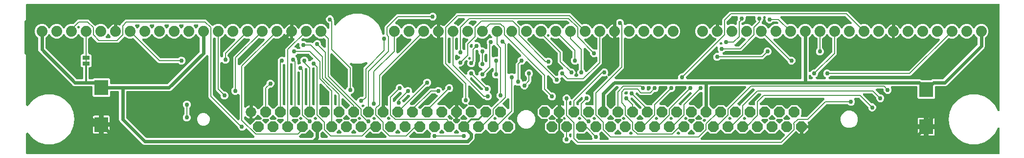
<source format=gtl>
G04 EAGLE Gerber RS-274X export*
G75*
%MOMM*%
%FSLAX34Y34*%
%LPD*%
%INTop Copper*%
%IPPOS*%
%AMOC8*
5,1,8,0,0,1.08239X$1,22.5*%
G01*
%ADD10C,1.828800*%
%ADD11P,1.979475X8X202.500000*%
%ADD12R,2.400000X2.600000*%
%ADD13C,1.879600*%
%ADD14C,0.203200*%
%ADD15R,1.270000X0.635000*%
%ADD16C,0.609600*%
%ADD17C,0.304800*%
%ADD18C,0.752400*%

G36*
X1693438Y-47749D02*
X1693438Y-47749D01*
X1693456Y-47751D01*
X1693638Y-47730D01*
X1693821Y-47711D01*
X1693838Y-47706D01*
X1693855Y-47704D01*
X1694030Y-47647D01*
X1694206Y-47593D01*
X1694221Y-47585D01*
X1694238Y-47579D01*
X1694398Y-47489D01*
X1694560Y-47401D01*
X1694573Y-47390D01*
X1694589Y-47381D01*
X1694728Y-47261D01*
X1694869Y-47144D01*
X1694880Y-47130D01*
X1694894Y-47118D01*
X1695006Y-46973D01*
X1695121Y-46830D01*
X1695129Y-46814D01*
X1695140Y-46800D01*
X1695222Y-46635D01*
X1695307Y-46473D01*
X1695312Y-46456D01*
X1695320Y-46440D01*
X1695367Y-46261D01*
X1695418Y-46086D01*
X1695420Y-46068D01*
X1695424Y-46051D01*
X1695451Y-45720D01*
X1695451Y-3351D01*
X1695434Y-3182D01*
X1695423Y-3013D01*
X1695415Y-2983D01*
X1695411Y-2951D01*
X1695362Y-2789D01*
X1695317Y-2625D01*
X1695303Y-2596D01*
X1695293Y-2566D01*
X1695212Y-2417D01*
X1695136Y-2265D01*
X1695117Y-2240D01*
X1695101Y-2212D01*
X1694993Y-2082D01*
X1694888Y-1948D01*
X1694864Y-1927D01*
X1694844Y-1903D01*
X1694712Y-1796D01*
X1694583Y-1686D01*
X1694555Y-1670D01*
X1694530Y-1650D01*
X1694380Y-1572D01*
X1694231Y-1489D01*
X1694201Y-1479D01*
X1694173Y-1465D01*
X1694010Y-1418D01*
X1693848Y-1366D01*
X1693816Y-1362D01*
X1693786Y-1353D01*
X1693617Y-1340D01*
X1693448Y-1320D01*
X1693416Y-1323D01*
X1693384Y-1320D01*
X1693216Y-1340D01*
X1693047Y-1355D01*
X1693016Y-1364D01*
X1692985Y-1367D01*
X1692823Y-1420D01*
X1692660Y-1468D01*
X1692632Y-1482D01*
X1692602Y-1492D01*
X1692454Y-1576D01*
X1692304Y-1654D01*
X1692279Y-1674D01*
X1692251Y-1690D01*
X1692123Y-1801D01*
X1691991Y-1908D01*
X1691971Y-1932D01*
X1691947Y-1953D01*
X1691843Y-2087D01*
X1691734Y-2218D01*
X1691717Y-2249D01*
X1691700Y-2271D01*
X1691661Y-2348D01*
X1691572Y-2508D01*
X1687736Y-10909D01*
X1679596Y-20302D01*
X1669140Y-27022D01*
X1657215Y-30523D01*
X1644785Y-30523D01*
X1632860Y-27022D01*
X1622404Y-20302D01*
X1614264Y-10909D01*
X1609101Y397D01*
X1607332Y12700D01*
X1609101Y25003D01*
X1614264Y36309D01*
X1622404Y45702D01*
X1632860Y52422D01*
X1644785Y55923D01*
X1657215Y55923D01*
X1669140Y52422D01*
X1679596Y45702D01*
X1687736Y36309D01*
X1691572Y27908D01*
X1691658Y27761D01*
X1691739Y27612D01*
X1691759Y27587D01*
X1691775Y27560D01*
X1691888Y27433D01*
X1691996Y27303D01*
X1692021Y27283D01*
X1692042Y27259D01*
X1692178Y27156D01*
X1692310Y27050D01*
X1692338Y27036D01*
X1692364Y27016D01*
X1692517Y26943D01*
X1692667Y26865D01*
X1692698Y26856D01*
X1692727Y26842D01*
X1692891Y26800D01*
X1693054Y26753D01*
X1693086Y26751D01*
X1693117Y26743D01*
X1693287Y26734D01*
X1693456Y26720D01*
X1693487Y26724D01*
X1693519Y26723D01*
X1693687Y26748D01*
X1693855Y26767D01*
X1693886Y26777D01*
X1693917Y26782D01*
X1694077Y26840D01*
X1694238Y26892D01*
X1694266Y26908D01*
X1694296Y26919D01*
X1694441Y27007D01*
X1694589Y27090D01*
X1694613Y27111D01*
X1694640Y27128D01*
X1694765Y27243D01*
X1694894Y27353D01*
X1694913Y27379D01*
X1694937Y27400D01*
X1695036Y27537D01*
X1695140Y27671D01*
X1695155Y27700D01*
X1695173Y27726D01*
X1695244Y27880D01*
X1695320Y28032D01*
X1695328Y28063D01*
X1695341Y28092D01*
X1695380Y28257D01*
X1695424Y28421D01*
X1695427Y28456D01*
X1695434Y28484D01*
X1695436Y28570D01*
X1695451Y28751D01*
X1695451Y210720D01*
X1695449Y210738D01*
X1695451Y210756D01*
X1695430Y210938D01*
X1695411Y211121D01*
X1695406Y211138D01*
X1695404Y211155D01*
X1695347Y211330D01*
X1695293Y211506D01*
X1695285Y211521D01*
X1695279Y211538D01*
X1695189Y211698D01*
X1695101Y211860D01*
X1695090Y211873D01*
X1695081Y211889D01*
X1694961Y212028D01*
X1694844Y212169D01*
X1694830Y212180D01*
X1694818Y212194D01*
X1694673Y212306D01*
X1694530Y212421D01*
X1694514Y212429D01*
X1694500Y212440D01*
X1694335Y212522D01*
X1694173Y212607D01*
X1694156Y212612D01*
X1694140Y212620D01*
X1693961Y212667D01*
X1693786Y212718D01*
X1693768Y212720D01*
X1693751Y212724D01*
X1693420Y212751D01*
X12700Y212751D01*
X12682Y212749D01*
X12664Y212751D01*
X12482Y212730D01*
X12299Y212711D01*
X12282Y212706D01*
X12265Y212704D01*
X12090Y212647D01*
X11914Y212593D01*
X11899Y212585D01*
X11882Y212579D01*
X11722Y212489D01*
X11560Y212401D01*
X11547Y212390D01*
X11531Y212381D01*
X11392Y212261D01*
X11251Y212144D01*
X11240Y212130D01*
X11227Y212118D01*
X11114Y211973D01*
X10999Y211830D01*
X10991Y211814D01*
X10980Y211800D01*
X10898Y211635D01*
X10813Y211473D01*
X10808Y211456D01*
X10800Y211440D01*
X10753Y211261D01*
X10702Y211086D01*
X10700Y211068D01*
X10696Y211051D01*
X10669Y210720D01*
X10669Y37836D01*
X10677Y37755D01*
X10675Y37673D01*
X10697Y37555D01*
X10709Y37435D01*
X10733Y37357D01*
X10747Y37277D01*
X10791Y37165D01*
X10827Y37050D01*
X10866Y36979D01*
X10896Y36903D01*
X10961Y36802D01*
X11019Y36696D01*
X11071Y36634D01*
X11115Y36565D01*
X11199Y36479D01*
X11276Y36387D01*
X11340Y36336D01*
X11397Y36278D01*
X11496Y36210D01*
X11590Y36135D01*
X11662Y36097D01*
X11730Y36051D01*
X11841Y36005D01*
X11947Y35949D01*
X12026Y35927D01*
X12101Y35895D01*
X12219Y35871D01*
X12334Y35838D01*
X12416Y35831D01*
X12495Y35815D01*
X12616Y35815D01*
X12736Y35805D01*
X12817Y35815D01*
X12898Y35814D01*
X13016Y35838D01*
X13135Y35852D01*
X13213Y35877D01*
X13293Y35893D01*
X13404Y35940D01*
X13518Y35977D01*
X13589Y36017D01*
X13664Y36048D01*
X13764Y36116D01*
X13869Y36175D01*
X13931Y36228D01*
X13998Y36274D01*
X14108Y36381D01*
X14174Y36438D01*
X14198Y36469D01*
X14235Y36506D01*
X22204Y45702D01*
X32660Y52422D01*
X44585Y55923D01*
X57015Y55923D01*
X68940Y52422D01*
X79396Y45702D01*
X87536Y36309D01*
X92699Y25003D01*
X94468Y12700D01*
X92699Y397D01*
X87536Y-10909D01*
X79396Y-20302D01*
X68940Y-27022D01*
X57015Y-30523D01*
X44585Y-30523D01*
X32660Y-27022D01*
X22204Y-20302D01*
X14235Y-11106D01*
X14176Y-11050D01*
X14124Y-10987D01*
X14030Y-10912D01*
X13943Y-10829D01*
X13873Y-10786D01*
X13810Y-10735D01*
X13703Y-10679D01*
X13601Y-10616D01*
X13525Y-10587D01*
X13453Y-10549D01*
X13337Y-10516D01*
X13225Y-10474D01*
X13144Y-10461D01*
X13066Y-10438D01*
X12946Y-10428D01*
X12827Y-10409D01*
X12746Y-10412D01*
X12664Y-10405D01*
X12545Y-10419D01*
X12425Y-10423D01*
X12346Y-10442D01*
X12265Y-10452D01*
X12150Y-10489D01*
X12033Y-10517D01*
X11959Y-10552D01*
X11882Y-10577D01*
X11777Y-10636D01*
X11668Y-10686D01*
X11602Y-10735D01*
X11531Y-10775D01*
X11440Y-10853D01*
X11343Y-10924D01*
X11288Y-10985D01*
X11227Y-11038D01*
X11153Y-11133D01*
X11072Y-11222D01*
X11030Y-11292D01*
X10980Y-11356D01*
X10926Y-11464D01*
X10864Y-11567D01*
X10837Y-11643D01*
X10800Y-11716D01*
X10769Y-11833D01*
X10729Y-11946D01*
X10717Y-12027D01*
X10696Y-12105D01*
X10683Y-12258D01*
X10671Y-12344D01*
X10673Y-12384D01*
X10669Y-12436D01*
X10669Y-45720D01*
X10671Y-45738D01*
X10669Y-45756D01*
X10690Y-45938D01*
X10709Y-46121D01*
X10714Y-46138D01*
X10716Y-46155D01*
X10773Y-46330D01*
X10827Y-46506D01*
X10835Y-46521D01*
X10841Y-46538D01*
X10931Y-46698D01*
X11019Y-46860D01*
X11030Y-46873D01*
X11039Y-46889D01*
X11159Y-47028D01*
X11276Y-47169D01*
X11290Y-47180D01*
X11302Y-47194D01*
X11447Y-47306D01*
X11590Y-47421D01*
X11606Y-47429D01*
X11620Y-47440D01*
X11785Y-47522D01*
X11947Y-47607D01*
X11964Y-47612D01*
X11981Y-47620D01*
X12159Y-47667D01*
X12334Y-47718D01*
X12352Y-47720D01*
X12369Y-47724D01*
X12700Y-47751D01*
X1693420Y-47751D01*
X1693438Y-47749D01*
G37*
%LPC*%
G36*
X214687Y-31497D02*
X214687Y-31497D01*
X212446Y-30569D01*
X174632Y7246D01*
X172631Y9246D01*
X171703Y11487D01*
X171703Y59432D01*
X171701Y59450D01*
X171703Y59468D01*
X171682Y59650D01*
X171663Y59833D01*
X171658Y59850D01*
X171656Y59867D01*
X171599Y60042D01*
X171545Y60218D01*
X171537Y60233D01*
X171531Y60250D01*
X171441Y60410D01*
X171353Y60572D01*
X171342Y60585D01*
X171333Y60601D01*
X171213Y60740D01*
X171096Y60881D01*
X171082Y60892D01*
X171070Y60906D01*
X170925Y61018D01*
X170782Y61133D01*
X170766Y61141D01*
X170752Y61152D01*
X170587Y61234D01*
X170425Y61319D01*
X170408Y61324D01*
X170392Y61332D01*
X170213Y61379D01*
X170038Y61430D01*
X170020Y61432D01*
X170003Y61436D01*
X169672Y61463D01*
X158050Y61463D01*
X158032Y61461D01*
X158014Y61463D01*
X157832Y61442D01*
X157649Y61423D01*
X157632Y61418D01*
X157615Y61416D01*
X157440Y61359D01*
X157264Y61305D01*
X157249Y61297D01*
X157232Y61291D01*
X157072Y61201D01*
X156910Y61113D01*
X156897Y61102D01*
X156881Y61093D01*
X156742Y60973D01*
X156601Y60856D01*
X156590Y60842D01*
X156576Y60830D01*
X156464Y60685D01*
X156349Y60542D01*
X156341Y60526D01*
X156330Y60512D01*
X156248Y60347D01*
X156163Y60185D01*
X156158Y60168D01*
X156150Y60152D01*
X156102Y59973D01*
X156052Y59798D01*
X156050Y59780D01*
X156046Y59763D01*
X156019Y59432D01*
X156019Y53297D01*
X154233Y51511D01*
X127707Y51511D01*
X125921Y53297D01*
X125921Y68072D01*
X125919Y68090D01*
X125921Y68108D01*
X125900Y68290D01*
X125881Y68473D01*
X125876Y68490D01*
X125874Y68507D01*
X125817Y68682D01*
X125763Y68858D01*
X125755Y68873D01*
X125749Y68890D01*
X125659Y69050D01*
X125571Y69212D01*
X125560Y69225D01*
X125551Y69241D01*
X125431Y69380D01*
X125314Y69521D01*
X125300Y69532D01*
X125288Y69546D01*
X125143Y69658D01*
X125000Y69773D01*
X124984Y69781D01*
X124970Y69792D01*
X124805Y69874D01*
X124643Y69959D01*
X124626Y69964D01*
X124610Y69972D01*
X124431Y70019D01*
X124256Y70070D01*
X124238Y70072D01*
X124221Y70076D01*
X123890Y70103D01*
X94037Y70103D01*
X91796Y71031D01*
X32931Y129896D01*
X32003Y132137D01*
X32003Y152796D01*
X32001Y152818D01*
X32003Y152841D01*
X31981Y153019D01*
X31963Y153196D01*
X31957Y153218D01*
X31954Y153240D01*
X31898Y153410D01*
X31845Y153581D01*
X31834Y153601D01*
X31827Y153623D01*
X31739Y153778D01*
X31653Y153935D01*
X31639Y153953D01*
X31628Y153972D01*
X31510Y154108D01*
X31396Y154245D01*
X31378Y154259D01*
X31363Y154276D01*
X31221Y154385D01*
X31177Y154420D01*
X27548Y158049D01*
X25653Y162624D01*
X25653Y167576D01*
X27548Y172151D01*
X31049Y175652D01*
X35624Y177547D01*
X40576Y177547D01*
X45151Y175652D01*
X48652Y172151D01*
X48923Y171495D01*
X48928Y171487D01*
X48930Y171479D01*
X49022Y171310D01*
X49114Y171140D01*
X49119Y171133D01*
X49124Y171125D01*
X49249Y170976D01*
X49370Y170830D01*
X49377Y170824D01*
X49383Y170817D01*
X49533Y170697D01*
X49683Y170576D01*
X49690Y170572D01*
X49697Y170566D01*
X49867Y170479D01*
X50039Y170389D01*
X50048Y170386D01*
X50056Y170382D01*
X50238Y170331D01*
X50425Y170276D01*
X50435Y170275D01*
X50443Y170273D01*
X50633Y170258D01*
X50827Y170241D01*
X50835Y170242D01*
X50844Y170242D01*
X51034Y170265D01*
X51227Y170286D01*
X51235Y170289D01*
X51244Y170290D01*
X51425Y170350D01*
X51610Y170410D01*
X51618Y170414D01*
X51626Y170417D01*
X51794Y170512D01*
X51961Y170606D01*
X51968Y170612D01*
X51976Y170616D01*
X52122Y170743D01*
X52267Y170868D01*
X52273Y170875D01*
X52280Y170881D01*
X52396Y171032D01*
X52516Y171185D01*
X52520Y171193D01*
X52525Y171200D01*
X52677Y171495D01*
X52948Y172151D01*
X56449Y175652D01*
X61024Y177547D01*
X65976Y177547D01*
X70551Y175652D01*
X74052Y172151D01*
X74323Y171495D01*
X74328Y171487D01*
X74330Y171479D01*
X74422Y171310D01*
X74514Y171140D01*
X74519Y171133D01*
X74524Y171125D01*
X74649Y170976D01*
X74770Y170830D01*
X74777Y170824D01*
X74783Y170817D01*
X74933Y170697D01*
X75083Y170576D01*
X75090Y170572D01*
X75097Y170566D01*
X75267Y170479D01*
X75439Y170389D01*
X75448Y170386D01*
X75456Y170382D01*
X75638Y170331D01*
X75825Y170276D01*
X75835Y170275D01*
X75843Y170273D01*
X76033Y170258D01*
X76227Y170241D01*
X76235Y170242D01*
X76244Y170242D01*
X76434Y170265D01*
X76627Y170286D01*
X76635Y170289D01*
X76644Y170290D01*
X76825Y170350D01*
X77010Y170410D01*
X77018Y170414D01*
X77026Y170417D01*
X77194Y170512D01*
X77361Y170606D01*
X77368Y170612D01*
X77376Y170616D01*
X77522Y170743D01*
X77667Y170868D01*
X77673Y170875D01*
X77680Y170881D01*
X77796Y171032D01*
X77916Y171185D01*
X77920Y171193D01*
X77925Y171200D01*
X78077Y171495D01*
X78348Y172151D01*
X81849Y175652D01*
X86424Y177547D01*
X91582Y177547D01*
X91609Y177549D01*
X91635Y177547D01*
X91809Y177569D01*
X91983Y177587D01*
X92008Y177594D01*
X92035Y177598D01*
X92200Y177653D01*
X92367Y177705D01*
X92391Y177718D01*
X92416Y177726D01*
X92568Y177813D01*
X92722Y177897D01*
X92742Y177914D01*
X92765Y177927D01*
X93018Y178142D01*
X99298Y184421D01*
X100791Y185040D01*
X118284Y185040D01*
X119777Y184421D01*
X121207Y182992D01*
X129162Y175037D01*
X129176Y175025D01*
X129187Y175012D01*
X129331Y174898D01*
X129473Y174782D01*
X129489Y174773D01*
X129503Y174762D01*
X129667Y174679D01*
X129829Y174593D01*
X129846Y174588D01*
X129862Y174580D01*
X130039Y174531D01*
X130215Y174478D01*
X130233Y174477D01*
X130250Y174472D01*
X130433Y174458D01*
X130616Y174442D01*
X130634Y174444D01*
X130651Y174442D01*
X130833Y174465D01*
X131016Y174485D01*
X131033Y174491D01*
X131051Y174493D01*
X131224Y174551D01*
X131400Y174607D01*
X131416Y174615D01*
X131432Y174621D01*
X131592Y174713D01*
X131752Y174802D01*
X131766Y174813D01*
X131781Y174822D01*
X132034Y175037D01*
X132650Y175652D01*
X137224Y177547D01*
X142176Y177547D01*
X146751Y175652D01*
X150252Y172151D01*
X150826Y170764D01*
X150888Y170648D01*
X150942Y170529D01*
X150983Y170471D01*
X151016Y170409D01*
X151100Y170308D01*
X151176Y170202D01*
X151228Y170153D01*
X151273Y170098D01*
X151374Y170016D01*
X151470Y169927D01*
X151530Y169889D01*
X151586Y169845D01*
X151701Y169784D01*
X151813Y169715D01*
X151879Y169690D01*
X151942Y169658D01*
X152067Y169621D01*
X152190Y169575D01*
X152260Y169564D01*
X152328Y169544D01*
X152459Y169533D01*
X152588Y169513D01*
X152659Y169516D01*
X152730Y169510D01*
X152859Y169524D01*
X152990Y169530D01*
X153059Y169547D01*
X153130Y169555D01*
X153254Y169595D01*
X153381Y169626D01*
X153446Y169656D01*
X153513Y169678D01*
X153627Y169742D01*
X153746Y169798D01*
X153803Y169840D01*
X153864Y169875D01*
X153964Y169960D01*
X154069Y170038D01*
X154116Y170090D01*
X154170Y170136D01*
X154251Y170240D01*
X154339Y170336D01*
X154382Y170406D01*
X154419Y170453D01*
X154453Y170522D01*
X154513Y170619D01*
X154889Y171357D01*
X155994Y172878D01*
X157322Y174206D01*
X158843Y175311D01*
X160517Y176164D01*
X162304Y176745D01*
X162561Y176785D01*
X162561Y165608D01*
X162562Y165590D01*
X162561Y165573D01*
X162582Y165390D01*
X162601Y165208D01*
X162606Y165191D01*
X162608Y165173D01*
X162665Y164998D01*
X162719Y164823D01*
X162727Y164807D01*
X162733Y164790D01*
X162823Y164630D01*
X162910Y164469D01*
X162922Y164455D01*
X162931Y164439D01*
X163051Y164300D01*
X163168Y164159D01*
X163182Y164148D01*
X163194Y164135D01*
X163339Y164022D01*
X163482Y163907D01*
X163498Y163899D01*
X163512Y163888D01*
X163677Y163806D01*
X163839Y163722D01*
X163856Y163717D01*
X163872Y163709D01*
X164051Y163661D01*
X164226Y163610D01*
X164244Y163609D01*
X164261Y163604D01*
X164592Y163577D01*
X165608Y163577D01*
X165626Y163579D01*
X165644Y163577D01*
X165826Y163599D01*
X166009Y163617D01*
X166026Y163622D01*
X166043Y163624D01*
X166218Y163681D01*
X166394Y163735D01*
X166409Y163743D01*
X166426Y163749D01*
X166586Y163839D01*
X166748Y163927D01*
X166761Y163938D01*
X166777Y163947D01*
X166916Y164067D01*
X167057Y164185D01*
X167068Y164198D01*
X167082Y164210D01*
X167194Y164355D01*
X167309Y164498D01*
X167317Y164514D01*
X167328Y164528D01*
X167410Y164693D01*
X167495Y164856D01*
X167500Y164873D01*
X167508Y164889D01*
X167555Y165067D01*
X167606Y165242D01*
X167608Y165260D01*
X167612Y165277D01*
X167639Y165608D01*
X167639Y176785D01*
X167896Y176745D01*
X169683Y176164D01*
X171321Y175329D01*
X171412Y175294D01*
X171499Y175249D01*
X171599Y175221D01*
X171696Y175183D01*
X171792Y175166D01*
X171886Y175140D01*
X171990Y175132D01*
X172093Y175114D01*
X172190Y175116D01*
X172288Y175108D01*
X172391Y175121D01*
X172495Y175124D01*
X172590Y175145D01*
X172687Y175157D01*
X172786Y175190D01*
X172888Y175213D01*
X172977Y175253D01*
X173070Y175284D01*
X173160Y175335D01*
X173255Y175378D01*
X173334Y175435D01*
X173419Y175483D01*
X173498Y175552D01*
X173583Y175612D01*
X173649Y175683D01*
X173723Y175748D01*
X173786Y175830D01*
X173857Y175906D01*
X173909Y175989D01*
X173968Y176067D01*
X174026Y176180D01*
X174069Y176249D01*
X174087Y176299D01*
X174120Y176362D01*
X174354Y176928D01*
X181848Y184421D01*
X183341Y185040D01*
X321484Y185040D01*
X322977Y184421D01*
X324407Y182992D01*
X332362Y175037D01*
X332376Y175025D01*
X332387Y175012D01*
X332531Y174898D01*
X332673Y174782D01*
X332689Y174773D01*
X332703Y174762D01*
X332867Y174679D01*
X333029Y174593D01*
X333046Y174588D01*
X333062Y174580D01*
X333239Y174531D01*
X333415Y174478D01*
X333433Y174477D01*
X333450Y174472D01*
X333633Y174458D01*
X333816Y174442D01*
X333834Y174444D01*
X333851Y174442D01*
X334033Y174465D01*
X334216Y174485D01*
X334233Y174491D01*
X334251Y174493D01*
X334424Y174551D01*
X334600Y174607D01*
X334616Y174615D01*
X334632Y174621D01*
X334792Y174713D01*
X334952Y174802D01*
X334966Y174813D01*
X334981Y174822D01*
X335234Y175037D01*
X335850Y175652D01*
X340424Y177547D01*
X345376Y177547D01*
X349951Y175652D01*
X353452Y172151D01*
X353723Y171495D01*
X353728Y171487D01*
X353730Y171479D01*
X353822Y171310D01*
X353914Y171140D01*
X353919Y171133D01*
X353924Y171125D01*
X354049Y170976D01*
X354170Y170830D01*
X354177Y170824D01*
X354183Y170817D01*
X354333Y170697D01*
X354483Y170576D01*
X354490Y170572D01*
X354497Y170566D01*
X354667Y170479D01*
X354839Y170389D01*
X354848Y170386D01*
X354856Y170382D01*
X355038Y170331D01*
X355225Y170276D01*
X355235Y170275D01*
X355243Y170273D01*
X355433Y170258D01*
X355627Y170241D01*
X355635Y170242D01*
X355644Y170242D01*
X355834Y170265D01*
X356027Y170286D01*
X356035Y170289D01*
X356044Y170290D01*
X356225Y170350D01*
X356410Y170410D01*
X356418Y170414D01*
X356426Y170417D01*
X356594Y170512D01*
X356761Y170606D01*
X356768Y170612D01*
X356776Y170616D01*
X356922Y170743D01*
X357067Y170868D01*
X357073Y170875D01*
X357080Y170881D01*
X357196Y171032D01*
X357316Y171185D01*
X357320Y171193D01*
X357325Y171200D01*
X357477Y171495D01*
X357748Y172151D01*
X361249Y175652D01*
X365824Y177547D01*
X370776Y177547D01*
X375351Y175652D01*
X378852Y172151D01*
X379123Y171495D01*
X379128Y171487D01*
X379130Y171479D01*
X379222Y171310D01*
X379314Y171140D01*
X379319Y171133D01*
X379324Y171125D01*
X379449Y170976D01*
X379570Y170830D01*
X379577Y170824D01*
X379583Y170817D01*
X379733Y170697D01*
X379883Y170576D01*
X379890Y170572D01*
X379897Y170566D01*
X380067Y170479D01*
X380239Y170389D01*
X380248Y170386D01*
X380256Y170382D01*
X380438Y170331D01*
X380625Y170276D01*
X380635Y170275D01*
X380643Y170273D01*
X380833Y170258D01*
X381027Y170241D01*
X381035Y170242D01*
X381044Y170242D01*
X381234Y170265D01*
X381427Y170286D01*
X381435Y170289D01*
X381444Y170290D01*
X381625Y170350D01*
X381810Y170410D01*
X381818Y170414D01*
X381826Y170417D01*
X381994Y170512D01*
X382161Y170606D01*
X382168Y170612D01*
X382176Y170616D01*
X382322Y170743D01*
X382467Y170868D01*
X382473Y170875D01*
X382480Y170881D01*
X382596Y171032D01*
X382716Y171185D01*
X382720Y171193D01*
X382725Y171200D01*
X382877Y171495D01*
X383148Y172151D01*
X386649Y175652D01*
X391224Y177547D01*
X396176Y177547D01*
X400751Y175652D01*
X404252Y172151D01*
X404523Y171495D01*
X404528Y171487D01*
X404530Y171479D01*
X404622Y171310D01*
X404714Y171140D01*
X404719Y171133D01*
X404724Y171125D01*
X404849Y170976D01*
X404970Y170830D01*
X404977Y170824D01*
X404983Y170817D01*
X405133Y170697D01*
X405283Y170576D01*
X405290Y170572D01*
X405297Y170566D01*
X405467Y170479D01*
X405639Y170389D01*
X405648Y170386D01*
X405656Y170382D01*
X405838Y170331D01*
X406025Y170276D01*
X406035Y170275D01*
X406043Y170273D01*
X406233Y170258D01*
X406427Y170241D01*
X406435Y170242D01*
X406444Y170242D01*
X406634Y170265D01*
X406827Y170286D01*
X406835Y170289D01*
X406844Y170290D01*
X407025Y170350D01*
X407210Y170410D01*
X407218Y170414D01*
X407226Y170417D01*
X407394Y170512D01*
X407561Y170606D01*
X407568Y170612D01*
X407576Y170616D01*
X407722Y170743D01*
X407867Y170868D01*
X407873Y170875D01*
X407880Y170881D01*
X407996Y171032D01*
X408116Y171185D01*
X408120Y171193D01*
X408125Y171200D01*
X408277Y171495D01*
X408548Y172151D01*
X412049Y175652D01*
X416624Y177547D01*
X421576Y177547D01*
X426151Y175652D01*
X429652Y172151D01*
X429923Y171495D01*
X429928Y171487D01*
X429930Y171479D01*
X430022Y171310D01*
X430114Y171140D01*
X430119Y171133D01*
X430124Y171125D01*
X430249Y170976D01*
X430370Y170830D01*
X430377Y170824D01*
X430383Y170817D01*
X430533Y170697D01*
X430683Y170576D01*
X430690Y170572D01*
X430697Y170566D01*
X430867Y170479D01*
X431039Y170389D01*
X431048Y170386D01*
X431056Y170382D01*
X431238Y170331D01*
X431425Y170276D01*
X431435Y170275D01*
X431443Y170273D01*
X431633Y170258D01*
X431827Y170241D01*
X431835Y170242D01*
X431844Y170242D01*
X432034Y170265D01*
X432227Y170286D01*
X432235Y170289D01*
X432244Y170290D01*
X432425Y170350D01*
X432610Y170410D01*
X432618Y170414D01*
X432626Y170417D01*
X432794Y170512D01*
X432961Y170606D01*
X432968Y170612D01*
X432976Y170616D01*
X433122Y170743D01*
X433267Y170868D01*
X433273Y170875D01*
X433280Y170881D01*
X433396Y171032D01*
X433516Y171185D01*
X433520Y171193D01*
X433525Y171200D01*
X433677Y171495D01*
X433948Y172151D01*
X437449Y175652D01*
X442024Y177547D01*
X446976Y177547D01*
X451551Y175652D01*
X455052Y172151D01*
X455626Y170764D01*
X455688Y170648D01*
X455742Y170529D01*
X455783Y170471D01*
X455816Y170409D01*
X455900Y170308D01*
X455976Y170202D01*
X456028Y170153D01*
X456073Y170098D01*
X456174Y170016D01*
X456270Y169927D01*
X456330Y169889D01*
X456386Y169845D01*
X456501Y169784D01*
X456613Y169715D01*
X456679Y169690D01*
X456742Y169658D01*
X456867Y169621D01*
X456990Y169575D01*
X457060Y169564D01*
X457128Y169544D01*
X457259Y169533D01*
X457388Y169513D01*
X457459Y169516D01*
X457530Y169510D01*
X457659Y169524D01*
X457790Y169530D01*
X457859Y169547D01*
X457930Y169555D01*
X458054Y169595D01*
X458181Y169626D01*
X458246Y169656D01*
X458313Y169678D01*
X458427Y169742D01*
X458546Y169798D01*
X458603Y169840D01*
X458664Y169875D01*
X458764Y169960D01*
X458869Y170038D01*
X458916Y170090D01*
X458970Y170136D01*
X459051Y170240D01*
X459139Y170336D01*
X459182Y170406D01*
X459219Y170453D01*
X459253Y170522D01*
X459313Y170619D01*
X459689Y171357D01*
X460794Y172878D01*
X462122Y174206D01*
X463643Y175311D01*
X465317Y176164D01*
X467104Y176745D01*
X467361Y176785D01*
X467361Y165608D01*
X467362Y165590D01*
X467361Y165573D01*
X467382Y165390D01*
X467401Y165208D01*
X467406Y165191D01*
X467408Y165173D01*
X467433Y165095D01*
X467394Y164958D01*
X467392Y164940D01*
X467388Y164923D01*
X467361Y164592D01*
X467361Y153415D01*
X467104Y153455D01*
X465317Y154036D01*
X463643Y154889D01*
X462122Y155994D01*
X460794Y157322D01*
X459689Y158843D01*
X459313Y159581D01*
X459242Y159691D01*
X459179Y159806D01*
X459134Y159860D01*
X459095Y159920D01*
X459004Y160014D01*
X458920Y160114D01*
X458865Y160158D01*
X458815Y160209D01*
X458708Y160284D01*
X458605Y160365D01*
X458542Y160397D01*
X458484Y160438D01*
X458363Y160489D01*
X458247Y160549D01*
X458179Y160568D01*
X458114Y160596D01*
X457986Y160623D01*
X457860Y160659D01*
X457789Y160664D01*
X457720Y160679D01*
X457589Y160680D01*
X457459Y160690D01*
X457388Y160681D01*
X457317Y160682D01*
X457188Y160657D01*
X457059Y160641D01*
X456992Y160619D01*
X456922Y160605D01*
X456800Y160556D01*
X456677Y160515D01*
X456615Y160480D01*
X456549Y160453D01*
X456440Y160380D01*
X456327Y160315D01*
X456273Y160269D01*
X456214Y160229D01*
X456122Y160137D01*
X456023Y160051D01*
X455980Y159994D01*
X455930Y159944D01*
X455858Y159835D01*
X455778Y159732D01*
X455740Y159659D01*
X455707Y159609D01*
X455679Y159538D01*
X455626Y159436D01*
X455052Y158049D01*
X451551Y154548D01*
X446976Y152653D01*
X442024Y152653D01*
X440292Y153371D01*
X440271Y153377D01*
X440251Y153387D01*
X440078Y153435D01*
X439907Y153487D01*
X439885Y153489D01*
X439863Y153495D01*
X439684Y153508D01*
X439506Y153525D01*
X439484Y153523D01*
X439462Y153525D01*
X439283Y153502D01*
X439106Y153484D01*
X439084Y153477D01*
X439062Y153474D01*
X438892Y153417D01*
X438721Y153364D01*
X438702Y153353D01*
X438681Y153346D01*
X438525Y153256D01*
X438368Y153170D01*
X438351Y153156D01*
X438332Y153145D01*
X438079Y152930D01*
X388835Y103686D01*
X388818Y103666D01*
X388797Y103648D01*
X388690Y103510D01*
X388580Y103375D01*
X388567Y103351D01*
X388551Y103330D01*
X388473Y103173D01*
X388391Y103019D01*
X388383Y102994D01*
X388371Y102969D01*
X388326Y102800D01*
X388276Y102633D01*
X388274Y102607D01*
X388267Y102581D01*
X388240Y102250D01*
X388240Y35018D01*
X388241Y35009D01*
X388240Y35000D01*
X388261Y34808D01*
X388280Y34618D01*
X388282Y34609D01*
X388283Y34600D01*
X388341Y34417D01*
X388398Y34233D01*
X388402Y34225D01*
X388405Y34216D01*
X388498Y34047D01*
X388590Y33879D01*
X388595Y33872D01*
X388600Y33864D01*
X388725Y33716D01*
X388847Y33569D01*
X388854Y33564D01*
X388860Y33557D01*
X389012Y33437D01*
X389161Y33317D01*
X389169Y33313D01*
X389176Y33307D01*
X389349Y33220D01*
X389518Y33132D01*
X389527Y33129D01*
X389535Y33125D01*
X389720Y33073D01*
X389905Y33020D01*
X389914Y33020D01*
X389923Y33017D01*
X390115Y33003D01*
X390307Y32987D01*
X390315Y32988D01*
X390324Y32988D01*
X390516Y33012D01*
X390706Y33034D01*
X390715Y33037D01*
X390724Y33038D01*
X390906Y33099D01*
X391089Y33159D01*
X391097Y33164D01*
X391105Y33166D01*
X391273Y33263D01*
X391440Y33357D01*
X391447Y33363D01*
X391454Y33367D01*
X391707Y33582D01*
X392438Y34313D01*
X393926Y35394D01*
X395564Y36229D01*
X397314Y36797D01*
X397511Y36828D01*
X397511Y25908D01*
X397512Y25890D01*
X397511Y25873D01*
X397532Y25690D01*
X397551Y25508D01*
X397556Y25491D01*
X397558Y25473D01*
X397583Y25395D01*
X397544Y25258D01*
X397542Y25240D01*
X397538Y25223D01*
X397511Y24892D01*
X397511Y13972D01*
X397314Y14003D01*
X395564Y14571D01*
X393926Y15406D01*
X392438Y16487D01*
X391707Y17218D01*
X391700Y17224D01*
X391695Y17231D01*
X391546Y17350D01*
X391396Y17473D01*
X391388Y17477D01*
X391381Y17483D01*
X391212Y17571D01*
X391040Y17662D01*
X391031Y17664D01*
X391024Y17668D01*
X390840Y17721D01*
X390654Y17776D01*
X390645Y17777D01*
X390637Y17780D01*
X390446Y17795D01*
X390253Y17813D01*
X390244Y17812D01*
X390235Y17813D01*
X390046Y17790D01*
X389853Y17769D01*
X389844Y17767D01*
X389836Y17766D01*
X389653Y17706D01*
X389469Y17648D01*
X389461Y17644D01*
X389453Y17641D01*
X389284Y17546D01*
X389117Y17453D01*
X389110Y17447D01*
X389102Y17443D01*
X388956Y17316D01*
X388810Y17193D01*
X388804Y17186D01*
X388797Y17180D01*
X388679Y17027D01*
X388560Y16877D01*
X388556Y16869D01*
X388551Y16862D01*
X388464Y16688D01*
X388378Y16518D01*
X388375Y16509D01*
X388371Y16501D01*
X388321Y16312D01*
X388270Y16130D01*
X388269Y16121D01*
X388267Y16112D01*
X388240Y15782D01*
X388240Y13638D01*
X388242Y13611D01*
X388240Y13584D01*
X388262Y13410D01*
X388280Y13237D01*
X388287Y13211D01*
X388291Y13185D01*
X388346Y13019D01*
X388398Y12852D01*
X388411Y12828D01*
X388419Y12803D01*
X388506Y12652D01*
X388590Y12498D01*
X388607Y12478D01*
X388620Y12454D01*
X388835Y12201D01*
X397090Y3946D01*
X397097Y3940D01*
X397102Y3934D01*
X397252Y3813D01*
X397401Y3691D01*
X397409Y3687D01*
X397416Y3681D01*
X397586Y3593D01*
X397757Y3502D01*
X397766Y3500D01*
X397773Y3496D01*
X397958Y3443D01*
X398143Y3388D01*
X398152Y3387D01*
X398160Y3384D01*
X398352Y3369D01*
X398544Y3351D01*
X398553Y3352D01*
X398562Y3352D01*
X398751Y3374D01*
X398944Y3395D01*
X398953Y3397D01*
X398961Y3398D01*
X399143Y3458D01*
X399328Y3516D01*
X399336Y3521D01*
X399344Y3523D01*
X399513Y3618D01*
X399680Y3711D01*
X399687Y3717D01*
X399695Y3721D01*
X399841Y3847D01*
X399987Y3972D01*
X399993Y3979D01*
X400000Y3984D01*
X400117Y4136D01*
X400237Y4287D01*
X400241Y4295D01*
X400246Y4302D01*
X400332Y4475D01*
X400419Y4646D01*
X400422Y4655D01*
X400426Y4663D01*
X400476Y4849D01*
X400522Y5015D01*
X406768Y11261D01*
X406822Y11327D01*
X406883Y11386D01*
X406949Y11482D01*
X407023Y11572D01*
X407063Y11648D01*
X407111Y11718D01*
X407157Y11825D01*
X407212Y11928D01*
X407236Y12010D01*
X407269Y12088D01*
X407293Y12202D01*
X407325Y12311D01*
X407345Y12302D01*
X407509Y12264D01*
X407672Y12220D01*
X407709Y12217D01*
X407737Y12210D01*
X407824Y12207D01*
X408003Y12193D01*
X416510Y12193D01*
X416519Y12194D01*
X416528Y12193D01*
X416721Y12214D01*
X416911Y12233D01*
X416919Y12235D01*
X416928Y12236D01*
X417113Y12295D01*
X417296Y12351D01*
X417304Y12355D01*
X417312Y12358D01*
X417480Y12451D01*
X417650Y12543D01*
X417657Y12548D01*
X417665Y12553D01*
X417812Y12677D01*
X417959Y12800D01*
X417965Y12807D01*
X417972Y12813D01*
X418091Y12965D01*
X418211Y13114D01*
X418216Y13122D01*
X418221Y13129D01*
X418309Y13302D01*
X418397Y13471D01*
X418399Y13480D01*
X418403Y13488D01*
X418455Y13674D01*
X418508Y13858D01*
X418509Y13867D01*
X418511Y13876D01*
X418525Y14067D01*
X418541Y14260D01*
X418540Y14268D01*
X418541Y14277D01*
X418517Y14467D01*
X418494Y14659D01*
X418492Y14668D01*
X418490Y14677D01*
X418429Y14859D01*
X418369Y15042D01*
X418365Y15050D01*
X418362Y15058D01*
X418266Y15225D01*
X418172Y15393D01*
X418166Y15400D01*
X418161Y15407D01*
X417947Y15660D01*
X413468Y20139D01*
X413363Y20225D01*
X413264Y20317D01*
X413208Y20352D01*
X413156Y20394D01*
X413037Y20458D01*
X412922Y20529D01*
X412859Y20552D01*
X412801Y20583D01*
X412671Y20621D01*
X412544Y20668D01*
X412478Y20679D01*
X412415Y20698D01*
X412280Y20710D01*
X412146Y20731D01*
X412080Y20728D01*
X412014Y20734D01*
X411879Y20719D01*
X411744Y20714D01*
X411680Y20698D01*
X411613Y20691D01*
X411484Y20650D01*
X411353Y20618D01*
X411293Y20589D01*
X411230Y20569D01*
X411111Y20504D01*
X410989Y20446D01*
X410935Y20406D01*
X410877Y20374D01*
X410774Y20287D01*
X410665Y20206D01*
X410621Y20157D01*
X410570Y20114D01*
X410486Y20008D01*
X410396Y19907D01*
X410356Y19842D01*
X410321Y19798D01*
X410285Y19728D01*
X410222Y19625D01*
X410044Y19276D01*
X408963Y17788D01*
X407662Y16487D01*
X406809Y15867D01*
X406683Y15755D01*
X406554Y15648D01*
X406533Y15622D01*
X406508Y15600D01*
X406407Y15465D01*
X406301Y15334D01*
X406286Y15304D01*
X406266Y15278D01*
X406193Y15126D01*
X406116Y14977D01*
X406107Y14945D01*
X406092Y14915D01*
X406051Y14751D01*
X406009Y14607D01*
X405986Y14613D01*
X405907Y14645D01*
X405792Y14667D01*
X405680Y14698D01*
X405595Y14705D01*
X405511Y14721D01*
X405395Y14719D01*
X405278Y14728D01*
X405194Y14717D01*
X405109Y14716D01*
X405021Y14698D01*
X405010Y14697D01*
X404982Y14691D01*
X404879Y14677D01*
X404798Y14650D01*
X404715Y14633D01*
X404680Y14618D01*
X402786Y14003D01*
X402589Y13972D01*
X402589Y24892D01*
X402587Y24910D01*
X402589Y24927D01*
X402568Y25110D01*
X402549Y25292D01*
X402544Y25309D01*
X402542Y25327D01*
X402517Y25405D01*
X402556Y25542D01*
X402558Y25560D01*
X402562Y25577D01*
X402589Y25908D01*
X402589Y36828D01*
X402786Y36797D01*
X404536Y36229D01*
X406174Y35394D01*
X407662Y34313D01*
X408963Y33012D01*
X410044Y31524D01*
X410222Y31175D01*
X410295Y31061D01*
X410360Y30943D01*
X410403Y30892D01*
X410439Y30836D01*
X410533Y30739D01*
X410620Y30636D01*
X410673Y30595D01*
X410719Y30547D01*
X410830Y30470D01*
X410936Y30386D01*
X410996Y30356D01*
X411050Y30318D01*
X411175Y30265D01*
X411295Y30204D01*
X411359Y30186D01*
X411421Y30160D01*
X411553Y30132D01*
X411683Y30096D01*
X411750Y30091D01*
X411815Y30077D01*
X411950Y30076D01*
X412085Y30067D01*
X412151Y30075D01*
X412217Y30074D01*
X412350Y30100D01*
X412484Y30117D01*
X412547Y30138D01*
X412613Y30151D01*
X412738Y30202D01*
X412866Y30245D01*
X412924Y30278D01*
X412985Y30304D01*
X413097Y30379D01*
X413215Y30446D01*
X413273Y30496D01*
X413320Y30527D01*
X413376Y30583D01*
X413468Y30661D01*
X420790Y37983D01*
X420807Y38004D01*
X420828Y38022D01*
X420935Y38160D01*
X421045Y38295D01*
X421058Y38319D01*
X421074Y38340D01*
X421152Y38497D01*
X421234Y38651D01*
X421242Y38676D01*
X421254Y38700D01*
X421299Y38870D01*
X421349Y39037D01*
X421351Y39063D01*
X421358Y39089D01*
X421385Y39420D01*
X421385Y67484D01*
X422004Y68977D01*
X425982Y72955D01*
X425999Y72976D01*
X426019Y72993D01*
X426126Y73131D01*
X426237Y73267D01*
X426249Y73290D01*
X426266Y73312D01*
X426344Y73468D01*
X426426Y73622D01*
X426433Y73648D01*
X426445Y73672D01*
X426491Y73841D01*
X426540Y74008D01*
X426543Y74035D01*
X426550Y74061D01*
X426577Y74392D01*
X426577Y75967D01*
X427614Y78470D01*
X429530Y80386D01*
X432033Y81423D01*
X434742Y81423D01*
X437245Y80386D01*
X439161Y78470D01*
X440198Y75967D01*
X440198Y73258D01*
X439161Y70755D01*
X437245Y68839D01*
X434742Y67802D01*
X433167Y67802D01*
X433140Y67799D01*
X433113Y67801D01*
X432939Y67779D01*
X432766Y67762D01*
X432740Y67754D01*
X432714Y67751D01*
X432548Y67695D01*
X432381Y67644D01*
X432357Y67631D01*
X432332Y67622D01*
X432180Y67535D01*
X432027Y67452D01*
X432007Y67435D01*
X431983Y67422D01*
X431730Y67207D01*
X430110Y65586D01*
X430093Y65566D01*
X430072Y65548D01*
X429965Y65410D01*
X429855Y65275D01*
X429842Y65251D01*
X429826Y65230D01*
X429748Y65073D01*
X429666Y64919D01*
X429658Y64894D01*
X429646Y64869D01*
X429601Y64700D01*
X429551Y64533D01*
X429549Y64507D01*
X429542Y64481D01*
X429515Y64150D01*
X429515Y39420D01*
X429517Y39393D01*
X429515Y39366D01*
X429537Y39193D01*
X429555Y39019D01*
X429562Y38994D01*
X429566Y38967D01*
X429621Y38801D01*
X429673Y38634D01*
X429686Y38611D01*
X429694Y38585D01*
X429781Y38434D01*
X429865Y38280D01*
X429882Y38260D01*
X429895Y38236D01*
X430110Y37983D01*
X436714Y31379D01*
X436727Y31368D01*
X436739Y31355D01*
X436883Y31241D01*
X437025Y31124D01*
X437041Y31116D01*
X437055Y31105D01*
X437219Y31021D01*
X437381Y30936D01*
X437398Y30931D01*
X437414Y30923D01*
X437591Y30873D01*
X437767Y30821D01*
X437785Y30819D01*
X437802Y30815D01*
X437985Y30801D01*
X438168Y30785D01*
X438186Y30786D01*
X438203Y30785D01*
X438385Y30808D01*
X438568Y30828D01*
X438585Y30833D01*
X438603Y30836D01*
X438776Y30894D01*
X438952Y30949D01*
X438968Y30958D01*
X438984Y30964D01*
X439144Y31056D01*
X439304Y31144D01*
X439318Y31156D01*
X439333Y31165D01*
X439586Y31379D01*
X446190Y37983D01*
X446207Y38004D01*
X446228Y38022D01*
X446335Y38160D01*
X446445Y38295D01*
X446458Y38319D01*
X446474Y38340D01*
X446552Y38497D01*
X446634Y38651D01*
X446642Y38676D01*
X446654Y38700D01*
X446699Y38869D01*
X446749Y39037D01*
X446751Y39063D01*
X446758Y39089D01*
X446785Y39420D01*
X446785Y112466D01*
X446782Y112498D01*
X446784Y112529D01*
X446762Y112698D01*
X446754Y112778D01*
X446754Y115655D01*
X447791Y118158D01*
X449707Y120074D01*
X452210Y121111D01*
X454920Y121111D01*
X456677Y120383D01*
X456690Y120379D01*
X456701Y120373D01*
X456882Y120321D01*
X457062Y120267D01*
X457075Y120265D01*
X457088Y120262D01*
X457277Y120246D01*
X457463Y120228D01*
X457476Y120230D01*
X457490Y120229D01*
X457676Y120251D01*
X457863Y120270D01*
X457876Y120274D01*
X457889Y120276D01*
X458067Y120334D01*
X458248Y120390D01*
X458259Y120396D01*
X458272Y120400D01*
X458436Y120493D01*
X458601Y120583D01*
X458611Y120592D01*
X458623Y120598D01*
X458766Y120722D01*
X458909Y120842D01*
X458917Y120853D01*
X458928Y120861D01*
X459043Y121010D01*
X459160Y121157D01*
X459166Y121169D01*
X459174Y121180D01*
X459258Y121347D01*
X459344Y121515D01*
X459348Y121528D01*
X459354Y121540D01*
X459403Y121723D01*
X459454Y121903D01*
X459455Y121916D01*
X459458Y121929D01*
X459485Y122260D01*
X459485Y134159D01*
X460104Y135652D01*
X474467Y150015D01*
X474574Y150145D01*
X474684Y150272D01*
X474701Y150301D01*
X474722Y150327D01*
X474801Y150475D01*
X474885Y150622D01*
X474895Y150653D01*
X474911Y150683D01*
X474959Y150844D01*
X475012Y151004D01*
X475016Y151037D01*
X475026Y151069D01*
X475041Y151237D01*
X475061Y151403D01*
X475059Y151436D01*
X475062Y151470D01*
X475044Y151637D01*
X475031Y151805D01*
X475022Y151837D01*
X475019Y151870D01*
X474968Y152031D01*
X474922Y152192D01*
X474907Y152222D01*
X474897Y152254D01*
X474816Y152401D01*
X474739Y152551D01*
X474718Y152577D01*
X474702Y152606D01*
X474593Y152734D01*
X474489Y152866D01*
X474463Y152888D01*
X474442Y152913D01*
X474310Y153017D01*
X474181Y153126D01*
X474152Y153142D01*
X474126Y153163D01*
X473976Y153239D01*
X473828Y153320D01*
X473797Y153330D01*
X473767Y153345D01*
X473605Y153390D01*
X473444Y153440D01*
X473411Y153444D01*
X473379Y153453D01*
X473211Y153465D01*
X473044Y153483D01*
X473007Y153480D01*
X472977Y153482D01*
X472892Y153471D01*
X472713Y153458D01*
X472439Y153415D01*
X472439Y164592D01*
X472437Y164610D01*
X472439Y164627D01*
X472418Y164810D01*
X472399Y164992D01*
X472394Y165009D01*
X472392Y165027D01*
X472367Y165105D01*
X472406Y165242D01*
X472408Y165260D01*
X472412Y165277D01*
X472439Y165608D01*
X472439Y176785D01*
X472696Y176745D01*
X474483Y176164D01*
X476157Y175311D01*
X477678Y174206D01*
X479006Y172878D01*
X480111Y171357D01*
X480487Y170619D01*
X480558Y170509D01*
X480621Y170394D01*
X480666Y170340D01*
X480705Y170280D01*
X480796Y170186D01*
X480880Y170086D01*
X480935Y170042D01*
X480985Y169991D01*
X481092Y169916D01*
X481195Y169835D01*
X481258Y169803D01*
X481316Y169762D01*
X481437Y169711D01*
X481553Y169651D01*
X481621Y169632D01*
X481686Y169604D01*
X481814Y169577D01*
X481940Y169541D01*
X482011Y169536D01*
X482080Y169521D01*
X482211Y169520D01*
X482341Y169510D01*
X482412Y169519D01*
X482483Y169518D01*
X482612Y169543D01*
X482741Y169559D01*
X482808Y169581D01*
X482878Y169595D01*
X483000Y169644D01*
X483123Y169685D01*
X483185Y169720D01*
X483251Y169747D01*
X483360Y169820D01*
X483473Y169885D01*
X483527Y169931D01*
X483586Y169971D01*
X483678Y170063D01*
X483777Y170149D01*
X483820Y170206D01*
X483870Y170256D01*
X483942Y170365D01*
X484022Y170468D01*
X484060Y170541D01*
X484093Y170591D01*
X484121Y170662D01*
X484174Y170764D01*
X484748Y172151D01*
X488249Y175652D01*
X492824Y177547D01*
X497776Y177547D01*
X502351Y175652D01*
X505852Y172151D01*
X506123Y171495D01*
X506128Y171487D01*
X506130Y171479D01*
X506222Y171310D01*
X506314Y171140D01*
X506319Y171133D01*
X506324Y171125D01*
X506449Y170976D01*
X506570Y170830D01*
X506577Y170824D01*
X506583Y170817D01*
X506733Y170697D01*
X506883Y170576D01*
X506890Y170572D01*
X506897Y170566D01*
X507067Y170479D01*
X507239Y170389D01*
X507248Y170386D01*
X507256Y170382D01*
X507438Y170331D01*
X507625Y170276D01*
X507635Y170275D01*
X507643Y170273D01*
X507833Y170258D01*
X508027Y170241D01*
X508035Y170242D01*
X508044Y170242D01*
X508234Y170265D01*
X508427Y170286D01*
X508435Y170289D01*
X508444Y170290D01*
X508625Y170350D01*
X508810Y170410D01*
X508818Y170414D01*
X508826Y170417D01*
X508994Y170512D01*
X509161Y170606D01*
X509168Y170612D01*
X509176Y170616D01*
X509322Y170743D01*
X509467Y170868D01*
X509473Y170875D01*
X509480Y170881D01*
X509596Y171032D01*
X509716Y171185D01*
X509720Y171193D01*
X509725Y171200D01*
X509877Y171495D01*
X510148Y172151D01*
X513649Y175652D01*
X518224Y177547D01*
X523176Y177547D01*
X527751Y175652D01*
X531252Y172151D01*
X531777Y170882D01*
X531779Y170878D01*
X531781Y170873D01*
X531874Y170701D01*
X531968Y170527D01*
X531970Y170523D01*
X531973Y170519D01*
X532098Y170369D01*
X532224Y170216D01*
X532227Y170214D01*
X532230Y170210D01*
X532381Y170089D01*
X532537Y169963D01*
X532541Y169961D01*
X532544Y169958D01*
X532716Y169869D01*
X532893Y169776D01*
X532897Y169774D01*
X532901Y169772D01*
X533089Y169718D01*
X533280Y169663D01*
X533284Y169662D01*
X533288Y169661D01*
X533486Y169645D01*
X533681Y169628D01*
X533685Y169628D01*
X533690Y169628D01*
X533885Y169651D01*
X534081Y169673D01*
X534085Y169674D01*
X534089Y169675D01*
X534277Y169736D01*
X534464Y169796D01*
X534468Y169798D01*
X534472Y169800D01*
X534645Y169897D01*
X534816Y169993D01*
X534819Y169996D01*
X534823Y169998D01*
X534971Y170126D01*
X535121Y170254D01*
X535124Y170258D01*
X535128Y170261D01*
X535248Y170416D01*
X535370Y170571D01*
X535372Y170575D01*
X535374Y170579D01*
X535462Y170755D01*
X535550Y170931D01*
X535552Y170935D01*
X535554Y170940D01*
X535604Y171125D01*
X535657Y171320D01*
X535657Y171324D01*
X535658Y171328D01*
X535685Y171659D01*
X535685Y177377D01*
X535683Y177399D01*
X535685Y177421D01*
X535663Y177599D01*
X535645Y177778D01*
X535639Y177799D01*
X535636Y177821D01*
X535580Y177992D01*
X535527Y178162D01*
X535517Y178182D01*
X535510Y178203D01*
X535421Y178359D01*
X535335Y178516D01*
X535321Y178534D01*
X535310Y178553D01*
X535192Y178688D01*
X535078Y178826D01*
X535060Y178840D01*
X535046Y178857D01*
X534903Y178966D01*
X534764Y179078D01*
X534744Y179088D01*
X534727Y179102D01*
X534431Y179254D01*
X532717Y179964D01*
X530801Y181880D01*
X529764Y184383D01*
X529764Y187092D01*
X530801Y189595D01*
X532717Y191511D01*
X535220Y192548D01*
X537930Y192548D01*
X540433Y191511D01*
X542349Y189595D01*
X543386Y187092D01*
X543386Y184811D01*
X543389Y184780D01*
X543387Y184749D01*
X543409Y184579D01*
X543426Y184410D01*
X543435Y184380D01*
X543439Y184349D01*
X543540Y184033D01*
X543815Y183371D01*
X543815Y177243D01*
X543823Y177162D01*
X543821Y177080D01*
X543843Y176962D01*
X543855Y176842D01*
X543879Y176764D01*
X543893Y176684D01*
X543937Y176572D01*
X543973Y176457D01*
X544012Y176386D01*
X544042Y176310D01*
X544107Y176209D01*
X544165Y176103D01*
X544217Y176041D01*
X544261Y175972D01*
X544345Y175886D01*
X544422Y175794D01*
X544486Y175743D01*
X544543Y175685D01*
X544642Y175617D01*
X544736Y175542D01*
X544808Y175504D01*
X544876Y175458D01*
X544987Y175412D01*
X545093Y175356D01*
X545172Y175334D01*
X545247Y175302D01*
X545365Y175278D01*
X545480Y175245D01*
X545562Y175238D01*
X545641Y175222D01*
X545761Y175222D01*
X545882Y175212D01*
X545963Y175221D01*
X546044Y175221D01*
X546162Y175245D01*
X546281Y175259D01*
X546359Y175284D01*
X546439Y175300D01*
X546550Y175346D01*
X546664Y175384D01*
X546735Y175424D01*
X546810Y175455D01*
X546910Y175522D01*
X547015Y175582D01*
X547077Y175635D01*
X547144Y175680D01*
X547254Y175788D01*
X547319Y175845D01*
X547344Y175876D01*
X547381Y175913D01*
X555604Y185402D01*
X566060Y192122D01*
X577985Y195623D01*
X590415Y195623D01*
X602340Y192122D01*
X612796Y185402D01*
X620936Y176009D01*
X626099Y164703D01*
X626638Y160953D01*
X626656Y160881D01*
X626665Y160807D01*
X626704Y160685D01*
X626735Y160562D01*
X626766Y160495D01*
X626790Y160424D01*
X626852Y160313D01*
X626906Y160198D01*
X626951Y160138D01*
X626987Y160073D01*
X627071Y159977D01*
X627147Y159875D01*
X627202Y159825D01*
X627251Y159768D01*
X627351Y159690D01*
X627446Y159605D01*
X627510Y159567D01*
X627569Y159522D01*
X627683Y159465D01*
X627792Y159400D01*
X627862Y159376D01*
X627929Y159342D01*
X628052Y159309D01*
X628172Y159267D01*
X628246Y159257D01*
X628318Y159238D01*
X628485Y159224D01*
X628571Y159212D01*
X628605Y159214D01*
X628649Y159211D01*
X628904Y159211D01*
X628922Y159213D01*
X628940Y159211D01*
X629122Y159232D01*
X629305Y159251D01*
X629322Y159256D01*
X629339Y159258D01*
X629514Y159315D01*
X629690Y159369D01*
X629705Y159377D01*
X629722Y159383D01*
X629882Y159473D01*
X630044Y159561D01*
X630057Y159572D01*
X630073Y159581D01*
X630212Y159701D01*
X630353Y159818D01*
X630364Y159832D01*
X630378Y159844D01*
X630490Y159989D01*
X630605Y160132D01*
X630613Y160148D01*
X630624Y160162D01*
X630706Y160327D01*
X630791Y160489D01*
X630796Y160506D01*
X630804Y160522D01*
X630851Y160701D01*
X630902Y160876D01*
X630904Y160894D01*
X630908Y160911D01*
X630935Y161242D01*
X630935Y172259D01*
X631554Y173752D01*
X651748Y193946D01*
X653241Y194565D01*
X707967Y194565D01*
X707993Y194567D01*
X708020Y194565D01*
X708194Y194587D01*
X708367Y194605D01*
X708393Y194612D01*
X708419Y194616D01*
X708585Y194671D01*
X708752Y194723D01*
X708776Y194736D01*
X708801Y194744D01*
X708953Y194831D01*
X709106Y194915D01*
X709127Y194932D01*
X709150Y194945D01*
X709403Y195160D01*
X710517Y196274D01*
X713020Y197311D01*
X715730Y197311D01*
X718233Y196274D01*
X720149Y194358D01*
X721186Y191855D01*
X721186Y189145D01*
X720149Y186642D01*
X718233Y184726D01*
X715730Y183689D01*
X713020Y183689D01*
X710517Y184726D01*
X709403Y185840D01*
X709382Y185857D01*
X709365Y185878D01*
X709227Y185985D01*
X709091Y186095D01*
X709068Y186108D01*
X709047Y186124D01*
X708890Y186202D01*
X708736Y186284D01*
X708710Y186292D01*
X708686Y186304D01*
X708517Y186349D01*
X708350Y186399D01*
X708323Y186401D01*
X708297Y186408D01*
X707967Y186435D01*
X656575Y186435D01*
X656548Y186433D01*
X656522Y186435D01*
X656348Y186413D01*
X656174Y186395D01*
X656149Y186388D01*
X656122Y186384D01*
X655957Y186329D01*
X655790Y186277D01*
X655766Y186264D01*
X655741Y186256D01*
X655589Y186169D01*
X655435Y186085D01*
X655415Y186068D01*
X655392Y186055D01*
X655139Y185840D01*
X649970Y180672D01*
X649962Y180661D01*
X649951Y180653D01*
X649834Y180506D01*
X649715Y180360D01*
X649709Y180349D01*
X649701Y180338D01*
X649615Y180171D01*
X649527Y180005D01*
X649523Y179992D01*
X649517Y179980D01*
X649466Y179800D01*
X649412Y179619D01*
X649411Y179605D01*
X649407Y179593D01*
X649393Y179407D01*
X649375Y179218D01*
X649377Y179204D01*
X649376Y179191D01*
X649398Y179006D01*
X649419Y178818D01*
X649423Y178805D01*
X649424Y178791D01*
X649483Y178614D01*
X649540Y178434D01*
X649547Y178422D01*
X649551Y178409D01*
X649644Y178246D01*
X649735Y178081D01*
X649744Y178071D01*
X649750Y178059D01*
X649875Y177917D01*
X649996Y177774D01*
X650006Y177766D01*
X650015Y177756D01*
X650164Y177642D01*
X650312Y177525D01*
X650324Y177519D01*
X650334Y177511D01*
X650629Y177359D01*
X654751Y175652D01*
X658252Y172151D01*
X658523Y171495D01*
X658528Y171487D01*
X658530Y171479D01*
X658622Y171310D01*
X658714Y171140D01*
X658719Y171133D01*
X658724Y171125D01*
X658849Y170976D01*
X658970Y170830D01*
X658977Y170824D01*
X658983Y170817D01*
X659133Y170697D01*
X659283Y170576D01*
X659290Y170572D01*
X659297Y170566D01*
X659467Y170479D01*
X659639Y170389D01*
X659648Y170386D01*
X659656Y170382D01*
X659838Y170331D01*
X660025Y170276D01*
X660035Y170275D01*
X660043Y170273D01*
X660233Y170258D01*
X660427Y170241D01*
X660435Y170242D01*
X660444Y170242D01*
X660634Y170265D01*
X660827Y170286D01*
X660835Y170289D01*
X660844Y170290D01*
X661025Y170350D01*
X661210Y170410D01*
X661218Y170414D01*
X661226Y170417D01*
X661394Y170512D01*
X661561Y170606D01*
X661568Y170612D01*
X661576Y170616D01*
X661722Y170743D01*
X661867Y170868D01*
X661873Y170875D01*
X661880Y170881D01*
X661996Y171032D01*
X662116Y171185D01*
X662120Y171193D01*
X662125Y171200D01*
X662277Y171495D01*
X662548Y172151D01*
X666049Y175652D01*
X670624Y177547D01*
X675576Y177547D01*
X680151Y175652D01*
X683652Y172151D01*
X683923Y171495D01*
X683928Y171487D01*
X683930Y171479D01*
X684022Y171310D01*
X684114Y171140D01*
X684119Y171133D01*
X684124Y171125D01*
X684249Y170976D01*
X684370Y170830D01*
X684377Y170824D01*
X684383Y170817D01*
X684533Y170697D01*
X684683Y170576D01*
X684690Y170572D01*
X684697Y170566D01*
X684867Y170479D01*
X685039Y170389D01*
X685048Y170386D01*
X685056Y170382D01*
X685238Y170331D01*
X685425Y170276D01*
X685435Y170275D01*
X685443Y170273D01*
X685633Y170258D01*
X685827Y170241D01*
X685835Y170242D01*
X685844Y170242D01*
X686034Y170265D01*
X686227Y170286D01*
X686235Y170289D01*
X686244Y170290D01*
X686425Y170350D01*
X686610Y170410D01*
X686618Y170414D01*
X686626Y170417D01*
X686794Y170512D01*
X686961Y170606D01*
X686968Y170612D01*
X686976Y170616D01*
X687122Y170743D01*
X687267Y170868D01*
X687273Y170875D01*
X687280Y170881D01*
X687396Y171032D01*
X687516Y171185D01*
X687520Y171193D01*
X687525Y171200D01*
X687677Y171495D01*
X687948Y172151D01*
X691449Y175652D01*
X696024Y177547D01*
X700976Y177547D01*
X705551Y175652D01*
X709052Y172151D01*
X709626Y170764D01*
X709688Y170648D01*
X709742Y170529D01*
X709783Y170471D01*
X709816Y170409D01*
X709900Y170308D01*
X709976Y170202D01*
X710028Y170153D01*
X710073Y170098D01*
X710174Y170016D01*
X710270Y169927D01*
X710330Y169889D01*
X710386Y169845D01*
X710501Y169784D01*
X710613Y169715D01*
X710679Y169690D01*
X710742Y169658D01*
X710867Y169621D01*
X710990Y169575D01*
X711060Y169564D01*
X711128Y169544D01*
X711259Y169533D01*
X711388Y169513D01*
X711459Y169516D01*
X711530Y169510D01*
X711659Y169524D01*
X711790Y169530D01*
X711859Y169547D01*
X711930Y169555D01*
X712054Y169595D01*
X712181Y169626D01*
X712246Y169656D01*
X712313Y169678D01*
X712427Y169742D01*
X712546Y169798D01*
X712603Y169840D01*
X712664Y169875D01*
X712764Y169960D01*
X712869Y170038D01*
X712916Y170090D01*
X712970Y170136D01*
X713051Y170240D01*
X713139Y170336D01*
X713182Y170406D01*
X713219Y170453D01*
X713253Y170522D01*
X713313Y170619D01*
X713689Y171357D01*
X714794Y172878D01*
X716122Y174206D01*
X717643Y175311D01*
X719317Y176164D01*
X721104Y176745D01*
X721361Y176785D01*
X721361Y165608D01*
X721362Y165590D01*
X721361Y165573D01*
X721382Y165390D01*
X721401Y165208D01*
X721406Y165191D01*
X721408Y165173D01*
X721433Y165095D01*
X721394Y164958D01*
X721392Y164940D01*
X721388Y164923D01*
X721361Y164592D01*
X721361Y153415D01*
X721104Y153455D01*
X719317Y154036D01*
X717643Y154889D01*
X716122Y155994D01*
X714794Y157322D01*
X713689Y158843D01*
X713313Y159581D01*
X713242Y159691D01*
X713179Y159806D01*
X713134Y159860D01*
X713095Y159920D01*
X713004Y160014D01*
X712920Y160114D01*
X712865Y160158D01*
X712815Y160209D01*
X712708Y160284D01*
X712605Y160365D01*
X712542Y160397D01*
X712484Y160438D01*
X712363Y160489D01*
X712247Y160549D01*
X712179Y160568D01*
X712114Y160596D01*
X711986Y160623D01*
X711860Y160659D01*
X711789Y160664D01*
X711720Y160679D01*
X711589Y160680D01*
X711459Y160690D01*
X711388Y160681D01*
X711317Y160682D01*
X711188Y160657D01*
X711059Y160641D01*
X710992Y160619D01*
X710922Y160605D01*
X710800Y160556D01*
X710677Y160515D01*
X710615Y160480D01*
X710549Y160453D01*
X710440Y160380D01*
X710327Y160315D01*
X710273Y160269D01*
X710214Y160229D01*
X710122Y160137D01*
X710023Y160051D01*
X709980Y159994D01*
X709930Y159944D01*
X709858Y159835D01*
X709778Y159732D01*
X709740Y159659D01*
X709707Y159609D01*
X709679Y159538D01*
X709626Y159436D01*
X709052Y158049D01*
X705551Y154548D01*
X700976Y152653D01*
X696024Y152653D01*
X694292Y153371D01*
X694271Y153377D01*
X694251Y153387D01*
X694078Y153435D01*
X693907Y153487D01*
X693885Y153489D01*
X693863Y153495D01*
X693684Y153508D01*
X693506Y153525D01*
X693484Y153523D01*
X693462Y153525D01*
X693283Y153502D01*
X693106Y153484D01*
X693084Y153477D01*
X693062Y153474D01*
X692892Y153417D01*
X692721Y153364D01*
X692702Y153353D01*
X692681Y153346D01*
X692525Y153256D01*
X692368Y153170D01*
X692351Y153156D01*
X692332Y153145D01*
X692079Y152930D01*
X626960Y87811D01*
X626943Y87791D01*
X626922Y87773D01*
X626815Y87635D01*
X626705Y87500D01*
X626692Y87476D01*
X626676Y87455D01*
X626598Y87298D01*
X626516Y87144D01*
X626508Y87119D01*
X626496Y87094D01*
X626451Y86925D01*
X626401Y86758D01*
X626399Y86731D01*
X626392Y86706D01*
X626365Y86375D01*
X626365Y37291D01*
X626265Y37051D01*
X626256Y37022D01*
X626242Y36994D01*
X626198Y36829D01*
X626149Y36666D01*
X626146Y36635D01*
X626138Y36605D01*
X626111Y36274D01*
X626111Y25908D01*
X626112Y25890D01*
X626111Y25873D01*
X626132Y25690D01*
X626151Y25508D01*
X626156Y25491D01*
X626158Y25473D01*
X626215Y25298D01*
X626269Y25123D01*
X626277Y25107D01*
X626283Y25090D01*
X626373Y24930D01*
X626460Y24769D01*
X626472Y24755D01*
X626481Y24739D01*
X626601Y24600D01*
X626718Y24459D01*
X626732Y24448D01*
X626744Y24435D01*
X626889Y24322D01*
X627032Y24207D01*
X627048Y24199D01*
X627062Y24188D01*
X627227Y24106D01*
X627389Y24022D01*
X627406Y24017D01*
X627422Y24009D01*
X627601Y23961D01*
X627776Y23910D01*
X627794Y23909D01*
X627811Y23904D01*
X628142Y23877D01*
X629158Y23877D01*
X629176Y23879D01*
X629194Y23877D01*
X629376Y23899D01*
X629559Y23917D01*
X629576Y23922D01*
X629593Y23924D01*
X629768Y23981D01*
X629944Y24035D01*
X629959Y24043D01*
X629976Y24049D01*
X630136Y24139D01*
X630298Y24227D01*
X630311Y24238D01*
X630327Y24247D01*
X630466Y24367D01*
X630607Y24485D01*
X630618Y24498D01*
X630632Y24510D01*
X630744Y24655D01*
X630859Y24798D01*
X630867Y24814D01*
X630878Y24828D01*
X630960Y24993D01*
X631045Y25156D01*
X631050Y25173D01*
X631058Y25189D01*
X631105Y25367D01*
X631156Y25542D01*
X631158Y25560D01*
X631162Y25577D01*
X631189Y25908D01*
X631189Y37085D01*
X633490Y37085D01*
X633818Y36757D01*
X633825Y36751D01*
X633830Y36744D01*
X633979Y36625D01*
X634129Y36502D01*
X634137Y36498D01*
X634144Y36492D01*
X634314Y36404D01*
X634485Y36313D01*
X634494Y36311D01*
X634501Y36307D01*
X634686Y36254D01*
X634871Y36198D01*
X634880Y36198D01*
X634888Y36195D01*
X635079Y36180D01*
X635272Y36162D01*
X635281Y36163D01*
X635290Y36162D01*
X635479Y36185D01*
X635672Y36205D01*
X635681Y36208D01*
X635689Y36209D01*
X635872Y36269D01*
X636056Y36327D01*
X636064Y36331D01*
X636072Y36334D01*
X636241Y36429D01*
X636408Y36522D01*
X636415Y36528D01*
X636423Y36532D01*
X636569Y36659D01*
X636715Y36782D01*
X636721Y36789D01*
X636728Y36795D01*
X636846Y36948D01*
X636965Y37098D01*
X636969Y37106D01*
X636974Y37113D01*
X637061Y37287D01*
X637147Y37457D01*
X637150Y37466D01*
X637154Y37474D01*
X637204Y37661D01*
X637255Y37845D01*
X637256Y37854D01*
X637258Y37863D01*
X637285Y38193D01*
X637285Y51609D01*
X637904Y53102D01*
X649819Y65018D01*
X649836Y65038D01*
X649857Y65056D01*
X649964Y65194D01*
X650074Y65329D01*
X650087Y65353D01*
X650103Y65374D01*
X650181Y65530D01*
X650263Y65685D01*
X650271Y65710D01*
X650283Y65735D01*
X650328Y65904D01*
X650378Y66071D01*
X650380Y66097D01*
X650387Y66123D01*
X650414Y66454D01*
X650414Y68030D01*
X651451Y70533D01*
X653367Y72449D01*
X655870Y73486D01*
X658580Y73486D01*
X661083Y72449D01*
X662999Y70533D01*
X664033Y68037D01*
X664039Y68025D01*
X664043Y68012D01*
X664134Y67847D01*
X664223Y67682D01*
X664232Y67671D01*
X664238Y67660D01*
X664360Y67516D01*
X664480Y67371D01*
X664490Y67363D01*
X664499Y67353D01*
X664646Y67236D01*
X664792Y67118D01*
X664804Y67111D01*
X664815Y67103D01*
X664983Y67018D01*
X665149Y66931D01*
X665162Y66927D01*
X665173Y66921D01*
X665355Y66870D01*
X665535Y66817D01*
X665548Y66816D01*
X665561Y66813D01*
X665750Y66799D01*
X665936Y66783D01*
X665949Y66784D01*
X665963Y66783D01*
X666151Y66807D01*
X666336Y66828D01*
X666349Y66832D01*
X666362Y66834D01*
X666540Y66894D01*
X666720Y66951D01*
X666731Y66958D01*
X666744Y66962D01*
X666907Y67056D01*
X667071Y67148D01*
X667081Y67156D01*
X667093Y67163D01*
X667346Y67378D01*
X667655Y67686D01*
X670158Y68723D01*
X672867Y68723D01*
X675370Y67686D01*
X677286Y65770D01*
X678323Y63267D01*
X678323Y60325D01*
X678324Y60317D01*
X678323Y60308D01*
X678344Y60114D01*
X678363Y59925D01*
X678366Y59916D01*
X678367Y59907D01*
X678425Y59724D01*
X678481Y59540D01*
X678486Y59532D01*
X678488Y59524D01*
X678581Y59356D01*
X678673Y59186D01*
X678679Y59179D01*
X678683Y59171D01*
X678808Y59024D01*
X678931Y58877D01*
X678938Y58871D01*
X678944Y58864D01*
X679095Y58745D01*
X679245Y58624D01*
X679252Y58620D01*
X679259Y58615D01*
X679432Y58527D01*
X679602Y58439D01*
X679610Y58436D01*
X679618Y58432D01*
X679805Y58380D01*
X679989Y58327D01*
X679998Y58327D01*
X680006Y58324D01*
X680199Y58310D01*
X680390Y58295D01*
X680399Y58296D01*
X680408Y58295D01*
X680600Y58319D01*
X680790Y58341D01*
X680798Y58344D01*
X680807Y58345D01*
X680990Y58407D01*
X681173Y58466D01*
X681181Y58471D01*
X681189Y58474D01*
X681356Y58570D01*
X681523Y58664D01*
X681530Y58670D01*
X681538Y58674D01*
X681791Y58889D01*
X697444Y74543D01*
X697461Y74563D01*
X697482Y74581D01*
X697589Y74719D01*
X697699Y74854D01*
X697712Y74878D01*
X697728Y74899D01*
X697806Y75056D01*
X697888Y75210D01*
X697896Y75235D01*
X697908Y75260D01*
X697953Y75429D01*
X698003Y75596D01*
X698005Y75622D01*
X698012Y75648D01*
X698039Y75979D01*
X698039Y77555D01*
X699076Y80058D01*
X700992Y81974D01*
X703495Y83011D01*
X706205Y83011D01*
X708708Y81974D01*
X710624Y80058D01*
X711661Y77555D01*
X711661Y74845D01*
X710624Y72342D01*
X708708Y70426D01*
X706205Y69389D01*
X704629Y69389D01*
X704602Y69387D01*
X704576Y69389D01*
X704402Y69367D01*
X704228Y69349D01*
X704203Y69342D01*
X704176Y69338D01*
X704011Y69283D01*
X703844Y69231D01*
X703820Y69218D01*
X703795Y69210D01*
X703643Y69123D01*
X703489Y69039D01*
X703469Y69022D01*
X703446Y69009D01*
X703193Y68794D01*
X675459Y41060D01*
X675453Y41053D01*
X675446Y41048D01*
X675326Y40898D01*
X675204Y40749D01*
X675199Y40741D01*
X675194Y40734D01*
X675105Y40562D01*
X675015Y40393D01*
X675012Y40385D01*
X675008Y40377D01*
X674954Y40190D01*
X674900Y40007D01*
X674899Y39998D01*
X674897Y39990D01*
X674881Y39798D01*
X674864Y39606D01*
X674865Y39597D01*
X674864Y39588D01*
X674886Y39397D01*
X674907Y39206D01*
X674910Y39197D01*
X674911Y39189D01*
X674970Y39007D01*
X675029Y38822D01*
X675033Y38814D01*
X675036Y38806D01*
X675131Y38637D01*
X675224Y38470D01*
X675229Y38463D01*
X675234Y38455D01*
X675360Y38309D01*
X675484Y38163D01*
X675491Y38157D01*
X675497Y38150D01*
X675648Y38033D01*
X675800Y37913D01*
X675808Y37909D01*
X675815Y37904D01*
X675987Y37818D01*
X676159Y37731D01*
X676167Y37728D01*
X676175Y37724D01*
X676362Y37674D01*
X676547Y37623D01*
X676556Y37622D01*
X676564Y37620D01*
X676895Y37593D01*
X680290Y37593D01*
X680317Y37595D01*
X680344Y37593D01*
X680518Y37615D01*
X680691Y37633D01*
X680717Y37640D01*
X680743Y37644D01*
X680909Y37699D01*
X681076Y37751D01*
X681100Y37764D01*
X681125Y37772D01*
X681277Y37859D01*
X681430Y37943D01*
X681450Y37960D01*
X681474Y37973D01*
X681727Y38188D01*
X708898Y65358D01*
X710391Y65977D01*
X717492Y65977D01*
X717518Y65980D01*
X717545Y65978D01*
X717719Y66000D01*
X717892Y66017D01*
X717918Y66025D01*
X717944Y66028D01*
X718110Y66084D01*
X718277Y66135D01*
X718301Y66148D01*
X718326Y66157D01*
X718478Y66244D01*
X718631Y66327D01*
X718652Y66344D01*
X718675Y66357D01*
X718928Y66572D01*
X720042Y67686D01*
X722545Y68723D01*
X725255Y68723D01*
X727758Y67686D01*
X729674Y65770D01*
X730450Y63896D01*
X730457Y63884D01*
X730461Y63871D01*
X730552Y63707D01*
X730641Y63541D01*
X730649Y63531D01*
X730656Y63519D01*
X730777Y63375D01*
X730897Y63230D01*
X730907Y63222D01*
X730916Y63212D01*
X731064Y63095D01*
X731210Y62977D01*
X731222Y62971D01*
X731232Y62962D01*
X731399Y62877D01*
X731566Y62790D01*
X731579Y62786D01*
X731591Y62780D01*
X731772Y62729D01*
X731953Y62677D01*
X731966Y62675D01*
X731979Y62672D01*
X732168Y62658D01*
X732354Y62642D01*
X732367Y62643D01*
X732380Y62642D01*
X732569Y62666D01*
X732754Y62687D01*
X732766Y62691D01*
X732780Y62693D01*
X732959Y62753D01*
X733137Y62810D01*
X733149Y62817D01*
X733161Y62821D01*
X733324Y62915D01*
X733489Y63007D01*
X733499Y63015D01*
X733510Y63022D01*
X733763Y63237D01*
X735544Y65018D01*
X735561Y65038D01*
X735582Y65056D01*
X735688Y65194D01*
X735799Y65329D01*
X735812Y65353D01*
X735828Y65374D01*
X735906Y65530D01*
X735988Y65685D01*
X735996Y65711D01*
X736008Y65735D01*
X736053Y65903D01*
X736103Y66071D01*
X736105Y66097D01*
X736112Y66123D01*
X736139Y66454D01*
X736139Y68030D01*
X737176Y70533D01*
X739092Y72449D01*
X741595Y73486D01*
X744305Y73486D01*
X746808Y72449D01*
X748724Y70533D01*
X749761Y68030D01*
X749761Y65320D01*
X748724Y62817D01*
X746808Y60901D01*
X744305Y59864D01*
X742729Y59864D01*
X742702Y59862D01*
X742676Y59864D01*
X742502Y59842D01*
X742328Y59824D01*
X742303Y59817D01*
X742276Y59813D01*
X742111Y59758D01*
X741944Y59706D01*
X741920Y59693D01*
X741895Y59685D01*
X741743Y59598D01*
X741589Y59514D01*
X741569Y59497D01*
X741546Y59484D01*
X741293Y59269D01*
X723084Y41060D01*
X723078Y41053D01*
X723071Y41048D01*
X722951Y40898D01*
X722829Y40749D01*
X722824Y40741D01*
X722819Y40734D01*
X722730Y40564D01*
X722640Y40393D01*
X722637Y40384D01*
X722633Y40377D01*
X722580Y40192D01*
X722525Y40007D01*
X722524Y39998D01*
X722522Y39990D01*
X722506Y39798D01*
X722489Y39606D01*
X722490Y39597D01*
X722489Y39588D01*
X722511Y39397D01*
X722532Y39206D01*
X722535Y39197D01*
X722536Y39189D01*
X722595Y39007D01*
X722654Y38822D01*
X722658Y38814D01*
X722661Y38806D01*
X722756Y38637D01*
X722849Y38470D01*
X722854Y38463D01*
X722859Y38455D01*
X722985Y38309D01*
X723109Y38163D01*
X723116Y38157D01*
X723122Y38150D01*
X723273Y38033D01*
X723425Y37913D01*
X723433Y37909D01*
X723440Y37904D01*
X723612Y37818D01*
X723784Y37731D01*
X723792Y37728D01*
X723800Y37724D01*
X723987Y37674D01*
X724172Y37623D01*
X724181Y37622D01*
X724189Y37620D01*
X724520Y37593D01*
X735300Y37593D01*
X741873Y31020D01*
X741887Y31009D01*
X741898Y30995D01*
X742042Y30881D01*
X742184Y30765D01*
X742200Y30757D01*
X742214Y30746D01*
X742378Y30662D01*
X742540Y30577D01*
X742557Y30571D01*
X742573Y30563D01*
X742750Y30514D01*
X742926Y30462D01*
X742944Y30460D01*
X742961Y30455D01*
X743144Y30442D01*
X743327Y30425D01*
X743345Y30427D01*
X743363Y30426D01*
X743544Y30449D01*
X743727Y30469D01*
X743744Y30474D01*
X743762Y30476D01*
X743935Y30535D01*
X744111Y30590D01*
X744127Y30599D01*
X744144Y30605D01*
X744303Y30696D01*
X744463Y30785D01*
X744477Y30797D01*
X744493Y30806D01*
X744746Y31020D01*
X750810Y37085D01*
X753111Y37085D01*
X753111Y25908D01*
X753112Y25890D01*
X753111Y25873D01*
X753132Y25690D01*
X753151Y25508D01*
X753156Y25491D01*
X753158Y25473D01*
X753183Y25395D01*
X753144Y25258D01*
X753142Y25240D01*
X753138Y25223D01*
X753111Y24892D01*
X753111Y13715D01*
X751382Y13715D01*
X751373Y13714D01*
X751364Y13715D01*
X751170Y13694D01*
X750981Y13675D01*
X750973Y13673D01*
X750964Y13672D01*
X750779Y13613D01*
X750596Y13557D01*
X750588Y13553D01*
X750580Y13550D01*
X750412Y13458D01*
X750242Y13366D01*
X750235Y13360D01*
X750227Y13355D01*
X750081Y13232D01*
X749933Y13108D01*
X749927Y13101D01*
X749920Y13095D01*
X749801Y12943D01*
X749681Y12794D01*
X749676Y12786D01*
X749671Y12779D01*
X749584Y12607D01*
X749495Y12437D01*
X749493Y12428D01*
X749489Y12420D01*
X749437Y12235D01*
X749384Y12050D01*
X749383Y12041D01*
X749381Y12032D01*
X749366Y11840D01*
X749351Y11648D01*
X749352Y11640D01*
X749351Y11631D01*
X749375Y11438D01*
X749398Y11249D01*
X749400Y11240D01*
X749402Y11231D01*
X749463Y11049D01*
X749523Y10866D01*
X749527Y10858D01*
X749530Y10850D01*
X749626Y10683D01*
X749720Y10515D01*
X749726Y10508D01*
X749731Y10501D01*
X749945Y10248D01*
X754214Y5979D01*
X754227Y5968D01*
X754239Y5955D01*
X754383Y5841D01*
X754525Y5724D01*
X754541Y5716D01*
X754555Y5705D01*
X754719Y5621D01*
X754881Y5536D01*
X754898Y5531D01*
X754914Y5523D01*
X755092Y5473D01*
X755267Y5421D01*
X755285Y5419D01*
X755302Y5415D01*
X755485Y5401D01*
X755668Y5385D01*
X755686Y5386D01*
X755703Y5385D01*
X755885Y5408D01*
X756068Y5428D01*
X756085Y5433D01*
X756103Y5436D01*
X756276Y5494D01*
X756452Y5549D01*
X756468Y5558D01*
X756484Y5564D01*
X756644Y5655D01*
X756804Y5744D01*
X756818Y5756D01*
X756833Y5765D01*
X757086Y5979D01*
X761355Y10248D01*
X761360Y10255D01*
X761367Y10260D01*
X761487Y10409D01*
X761610Y10559D01*
X761614Y10567D01*
X761619Y10574D01*
X761707Y10743D01*
X761798Y10915D01*
X761801Y10924D01*
X761805Y10931D01*
X761858Y11116D01*
X761913Y11301D01*
X761914Y11310D01*
X761916Y11318D01*
X761932Y11510D01*
X761949Y11702D01*
X761949Y11711D01*
X761949Y11720D01*
X761927Y11908D01*
X761906Y12102D01*
X761903Y12111D01*
X761902Y12119D01*
X761844Y12300D01*
X761785Y12486D01*
X761780Y12494D01*
X761777Y12502D01*
X761682Y12671D01*
X761590Y12838D01*
X761584Y12845D01*
X761580Y12853D01*
X761454Y12999D01*
X761329Y13145D01*
X761322Y13151D01*
X761316Y13158D01*
X761165Y13275D01*
X761013Y13395D01*
X761005Y13399D01*
X760998Y13404D01*
X760826Y13490D01*
X760654Y13577D01*
X760646Y13580D01*
X760638Y13584D01*
X760452Y13634D01*
X760267Y13685D01*
X760258Y13686D01*
X760249Y13688D01*
X759918Y13715D01*
X758189Y13715D01*
X758189Y24892D01*
X758187Y24910D01*
X758189Y24927D01*
X758168Y25110D01*
X758149Y25292D01*
X758144Y25309D01*
X758142Y25327D01*
X758117Y25405D01*
X758156Y25542D01*
X758158Y25560D01*
X758162Y25577D01*
X758189Y25908D01*
X758189Y37085D01*
X760490Y37085D01*
X766554Y31020D01*
X766568Y31009D01*
X766580Y30995D01*
X766724Y30881D01*
X766866Y30765D01*
X766882Y30757D01*
X766896Y30746D01*
X767060Y30662D01*
X767222Y30577D01*
X767239Y30571D01*
X767255Y30563D01*
X767432Y30514D01*
X767608Y30462D01*
X767625Y30460D01*
X767643Y30455D01*
X767826Y30442D01*
X768009Y30425D01*
X768026Y30427D01*
X768044Y30426D01*
X768226Y30449D01*
X768409Y30469D01*
X768426Y30474D01*
X768444Y30476D01*
X768617Y30535D01*
X768793Y30590D01*
X768808Y30599D01*
X768825Y30605D01*
X768984Y30696D01*
X769145Y30785D01*
X769158Y30797D01*
X769174Y30806D01*
X769427Y31020D01*
X774166Y35759D01*
X774172Y35766D01*
X774179Y35772D01*
X774299Y35921D01*
X774421Y36071D01*
X774425Y36079D01*
X774431Y36086D01*
X774519Y36256D01*
X774610Y36426D01*
X774612Y36435D01*
X774616Y36443D01*
X774670Y36628D01*
X774725Y36812D01*
X774725Y36821D01*
X774728Y36830D01*
X774744Y37021D01*
X774761Y37213D01*
X774760Y37222D01*
X774761Y37231D01*
X774739Y37420D01*
X774718Y37614D01*
X774715Y37622D01*
X774714Y37631D01*
X774654Y37813D01*
X774596Y37997D01*
X774592Y38005D01*
X774589Y38014D01*
X774495Y38180D01*
X774401Y38350D01*
X774396Y38356D01*
X774391Y38364D01*
X774265Y38510D01*
X774141Y38657D01*
X774134Y38662D01*
X774128Y38669D01*
X773977Y38786D01*
X773825Y38906D01*
X773817Y38910D01*
X773810Y38916D01*
X773638Y39001D01*
X773466Y39089D01*
X773457Y39091D01*
X773449Y39095D01*
X773263Y39145D01*
X773078Y39197D01*
X773069Y39197D01*
X773061Y39200D01*
X772730Y39227D01*
X770170Y39227D01*
X767667Y40264D01*
X765751Y42180D01*
X764714Y44683D01*
X764714Y47392D01*
X765751Y49895D01*
X766865Y51010D01*
X766882Y51030D01*
X766903Y51048D01*
X767010Y51186D01*
X767120Y51321D01*
X767133Y51345D01*
X767149Y51366D01*
X767227Y51523D01*
X767309Y51677D01*
X767317Y51702D01*
X767329Y51726D01*
X767374Y51896D01*
X767424Y52063D01*
X767426Y52089D01*
X767433Y52115D01*
X767460Y52446D01*
X767460Y72087D01*
X767458Y72114D01*
X767460Y72141D01*
X767438Y72315D01*
X767420Y72488D01*
X767413Y72514D01*
X767409Y72540D01*
X767354Y72706D01*
X767302Y72873D01*
X767289Y72897D01*
X767281Y72922D01*
X767194Y73074D01*
X767110Y73227D01*
X767093Y73247D01*
X767080Y73271D01*
X766865Y73524D01*
X733154Y107235D01*
X732535Y108729D01*
X732535Y152786D01*
X732526Y152879D01*
X732527Y152972D01*
X732506Y153079D01*
X732495Y153187D01*
X732468Y153276D01*
X732450Y153367D01*
X732409Y153468D01*
X732377Y153572D01*
X732333Y153654D01*
X732297Y153740D01*
X732237Y153830D01*
X732185Y153926D01*
X732126Y153997D01*
X732074Y154075D01*
X731997Y154151D01*
X731928Y154235D01*
X731855Y154293D01*
X731789Y154359D01*
X731699Y154419D01*
X731614Y154487D01*
X731531Y154530D01*
X731454Y154582D01*
X731353Y154623D01*
X731257Y154673D01*
X731167Y154698D01*
X731081Y154734D01*
X730974Y154754D01*
X730870Y154784D01*
X730777Y154792D01*
X730685Y154809D01*
X730577Y154808D01*
X730468Y154817D01*
X730376Y154806D01*
X730283Y154805D01*
X730176Y154783D01*
X730069Y154770D01*
X729980Y154741D01*
X729889Y154722D01*
X729765Y154671D01*
X729686Y154645D01*
X729643Y154621D01*
X729582Y154596D01*
X728483Y154036D01*
X726696Y153455D01*
X726439Y153415D01*
X726439Y164592D01*
X726437Y164610D01*
X726439Y164627D01*
X726418Y164810D01*
X726399Y164992D01*
X726394Y165009D01*
X726392Y165027D01*
X726367Y165105D01*
X726406Y165242D01*
X726408Y165260D01*
X726412Y165277D01*
X726439Y165608D01*
X726439Y176785D01*
X726696Y176745D01*
X728483Y176164D01*
X730157Y175311D01*
X731392Y174414D01*
X731444Y174383D01*
X731491Y174346D01*
X731617Y174282D01*
X731740Y174211D01*
X731796Y174191D01*
X731850Y174164D01*
X731986Y174126D01*
X732120Y174080D01*
X732180Y174072D01*
X732238Y174056D01*
X732379Y174046D01*
X732520Y174027D01*
X732579Y174031D01*
X732639Y174026D01*
X732780Y174044D01*
X732921Y174054D01*
X732979Y174069D01*
X733039Y174077D01*
X733173Y174122D01*
X733310Y174159D01*
X733364Y174186D01*
X733420Y174205D01*
X733543Y174276D01*
X733670Y174339D01*
X733717Y174376D01*
X733769Y174406D01*
X733923Y174536D01*
X733988Y174587D01*
X734002Y174603D01*
X734022Y174621D01*
X753506Y194104D01*
X754935Y195533D01*
X756429Y196152D01*
X951721Y196152D01*
X953215Y195533D01*
X971479Y177270D01*
X971496Y177256D01*
X971510Y177239D01*
X971652Y177128D01*
X971790Y177015D01*
X971810Y177004D01*
X971827Y176990D01*
X971988Y176910D01*
X972146Y176826D01*
X972167Y176820D01*
X972187Y176810D01*
X972360Y176762D01*
X972532Y176711D01*
X972554Y176709D01*
X972576Y176703D01*
X972754Y176691D01*
X972933Y176675D01*
X972955Y176677D01*
X972977Y176676D01*
X973155Y176699D01*
X973333Y176718D01*
X973354Y176725D01*
X973376Y176728D01*
X973692Y176829D01*
X975424Y177547D01*
X980376Y177547D01*
X984951Y175652D01*
X988452Y172151D01*
X988723Y171495D01*
X988728Y171487D01*
X988730Y171479D01*
X988822Y171310D01*
X988914Y171140D01*
X988919Y171133D01*
X988924Y171125D01*
X989049Y170976D01*
X989170Y170830D01*
X989177Y170824D01*
X989183Y170817D01*
X989333Y170697D01*
X989483Y170576D01*
X989490Y170572D01*
X989497Y170566D01*
X989667Y170479D01*
X989839Y170389D01*
X989848Y170386D01*
X989856Y170382D01*
X990038Y170331D01*
X990225Y170276D01*
X990235Y170275D01*
X990243Y170273D01*
X990433Y170258D01*
X990627Y170241D01*
X990635Y170242D01*
X990644Y170242D01*
X990834Y170265D01*
X991027Y170286D01*
X991035Y170289D01*
X991044Y170290D01*
X991225Y170350D01*
X991410Y170410D01*
X991418Y170414D01*
X991426Y170417D01*
X991594Y170512D01*
X991761Y170606D01*
X991768Y170612D01*
X991776Y170616D01*
X991922Y170743D01*
X992067Y170868D01*
X992073Y170875D01*
X992080Y170881D01*
X992196Y171032D01*
X992316Y171185D01*
X992320Y171193D01*
X992325Y171200D01*
X992477Y171495D01*
X992748Y172151D01*
X996249Y175652D01*
X1000824Y177547D01*
X1005776Y177547D01*
X1010351Y175652D01*
X1013852Y172151D01*
X1014426Y170764D01*
X1014488Y170648D01*
X1014542Y170529D01*
X1014583Y170471D01*
X1014616Y170409D01*
X1014700Y170308D01*
X1014776Y170202D01*
X1014828Y170153D01*
X1014873Y170098D01*
X1014974Y170016D01*
X1015070Y169927D01*
X1015130Y169889D01*
X1015186Y169845D01*
X1015301Y169784D01*
X1015413Y169715D01*
X1015479Y169690D01*
X1015542Y169658D01*
X1015667Y169621D01*
X1015790Y169575D01*
X1015860Y169564D01*
X1015928Y169544D01*
X1016059Y169533D01*
X1016188Y169513D01*
X1016259Y169516D01*
X1016330Y169510D01*
X1016459Y169524D01*
X1016590Y169530D01*
X1016659Y169547D01*
X1016730Y169555D01*
X1016854Y169595D01*
X1016981Y169626D01*
X1017046Y169656D01*
X1017113Y169678D01*
X1017227Y169742D01*
X1017346Y169798D01*
X1017403Y169840D01*
X1017464Y169875D01*
X1017564Y169960D01*
X1017669Y170038D01*
X1017716Y170090D01*
X1017770Y170136D01*
X1017851Y170240D01*
X1017939Y170336D01*
X1017982Y170406D01*
X1018019Y170453D01*
X1018053Y170522D01*
X1018113Y170619D01*
X1018489Y171357D01*
X1019594Y172878D01*
X1020922Y174206D01*
X1022443Y175311D01*
X1024117Y176164D01*
X1025904Y176745D01*
X1026161Y176785D01*
X1026161Y165608D01*
X1026162Y165590D01*
X1026161Y165573D01*
X1026182Y165390D01*
X1026201Y165208D01*
X1026206Y165191D01*
X1026208Y165173D01*
X1026233Y165095D01*
X1026194Y164958D01*
X1026192Y164940D01*
X1026188Y164923D01*
X1026161Y164592D01*
X1026161Y153415D01*
X1025904Y153455D01*
X1024117Y154036D01*
X1022443Y154889D01*
X1020922Y155994D01*
X1019594Y157322D01*
X1018489Y158843D01*
X1018113Y159581D01*
X1018042Y159691D01*
X1017979Y159806D01*
X1017934Y159860D01*
X1017895Y159920D01*
X1017804Y160014D01*
X1017720Y160114D01*
X1017665Y160158D01*
X1017615Y160209D01*
X1017508Y160284D01*
X1017405Y160365D01*
X1017342Y160397D01*
X1017284Y160438D01*
X1017163Y160489D01*
X1017047Y160549D01*
X1016979Y160568D01*
X1016914Y160596D01*
X1016786Y160623D01*
X1016660Y160659D01*
X1016589Y160664D01*
X1016520Y160679D01*
X1016389Y160680D01*
X1016259Y160690D01*
X1016188Y160681D01*
X1016117Y160682D01*
X1015988Y160657D01*
X1015859Y160641D01*
X1015792Y160619D01*
X1015722Y160605D01*
X1015600Y160556D01*
X1015477Y160515D01*
X1015415Y160480D01*
X1015349Y160453D01*
X1015240Y160380D01*
X1015127Y160315D01*
X1015073Y160269D01*
X1015014Y160229D01*
X1014922Y160137D01*
X1014823Y160051D01*
X1014780Y159994D01*
X1014730Y159944D01*
X1014658Y159835D01*
X1014578Y159732D01*
X1014540Y159659D01*
X1014507Y159609D01*
X1014479Y159538D01*
X1014426Y159436D01*
X1013852Y158049D01*
X1010351Y154548D01*
X1008619Y153831D01*
X1008599Y153820D01*
X1008578Y153813D01*
X1008422Y153725D01*
X1008264Y153641D01*
X1008247Y153626D01*
X1008227Y153615D01*
X1008092Y153499D01*
X1007953Y153384D01*
X1007939Y153367D01*
X1007922Y153352D01*
X1007813Y153211D01*
X1007700Y153072D01*
X1007689Y153052D01*
X1007676Y153034D01*
X1007596Y152873D01*
X1007513Y152715D01*
X1007506Y152694D01*
X1007496Y152674D01*
X1007450Y152500D01*
X1007400Y152329D01*
X1007398Y152306D01*
X1007392Y152285D01*
X1007365Y151954D01*
X1007365Y110316D01*
X1006746Y108823D01*
X977027Y79104D01*
X975534Y78485D01*
X946929Y78485D01*
X945435Y79104D01*
X939870Y84669D01*
X939849Y84686D01*
X939832Y84707D01*
X939694Y84814D01*
X939558Y84924D01*
X939535Y84937D01*
X939514Y84953D01*
X939357Y85031D01*
X939203Y85113D01*
X939177Y85121D01*
X939153Y85133D01*
X938984Y85178D01*
X938817Y85228D01*
X938790Y85230D01*
X938764Y85237D01*
X938433Y85264D01*
X937318Y85264D01*
X937304Y85263D01*
X937291Y85264D01*
X937105Y85243D01*
X936917Y85224D01*
X936904Y85220D01*
X936891Y85219D01*
X936713Y85162D01*
X936532Y85106D01*
X936520Y85100D01*
X936507Y85096D01*
X936343Y85004D01*
X936178Y84914D01*
X936168Y84906D01*
X936156Y84899D01*
X936012Y84776D01*
X935869Y84657D01*
X935860Y84646D01*
X935850Y84638D01*
X935734Y84489D01*
X935616Y84343D01*
X935610Y84331D01*
X935602Y84321D01*
X935517Y84151D01*
X935431Y83986D01*
X935427Y83973D01*
X935421Y83961D01*
X935371Y83779D01*
X935319Y83599D01*
X935318Y83585D01*
X935315Y83572D01*
X935302Y83386D01*
X935287Y83197D01*
X935288Y83184D01*
X935287Y83171D01*
X935312Y82984D01*
X935333Y82798D01*
X935338Y82785D01*
X935339Y82772D01*
X935441Y82456D01*
X935498Y82317D01*
X935498Y79608D01*
X934461Y77105D01*
X932545Y75189D01*
X930042Y74152D01*
X927333Y74152D01*
X924830Y75189D01*
X922914Y77105D01*
X921877Y79608D01*
X921877Y81183D01*
X921874Y81210D01*
X921876Y81237D01*
X921854Y81411D01*
X921837Y81584D01*
X921829Y81610D01*
X921826Y81636D01*
X921770Y81802D01*
X921719Y81969D01*
X921706Y81993D01*
X921697Y82018D01*
X921610Y82169D01*
X921527Y82323D01*
X921510Y82343D01*
X921497Y82367D01*
X921282Y82620D01*
X915582Y88319D01*
X915575Y88325D01*
X915570Y88332D01*
X915420Y88452D01*
X915271Y88574D01*
X915263Y88579D01*
X915256Y88584D01*
X915086Y88673D01*
X914915Y88763D01*
X914906Y88766D01*
X914899Y88770D01*
X914714Y88823D01*
X914529Y88878D01*
X914520Y88879D01*
X914512Y88881D01*
X914320Y88897D01*
X914128Y88914D01*
X914119Y88913D01*
X914110Y88914D01*
X913921Y88892D01*
X913728Y88871D01*
X913719Y88868D01*
X913711Y88867D01*
X913529Y88808D01*
X913344Y88749D01*
X913336Y88745D01*
X913328Y88742D01*
X913159Y88647D01*
X912992Y88554D01*
X912985Y88549D01*
X912977Y88544D01*
X912831Y88418D01*
X912685Y88294D01*
X912679Y88287D01*
X912672Y88281D01*
X912555Y88130D01*
X912435Y87978D01*
X912431Y87970D01*
X912426Y87963D01*
X912340Y87791D01*
X912253Y87619D01*
X912250Y87611D01*
X912246Y87603D01*
X912196Y87415D01*
X912145Y87231D01*
X912144Y87222D01*
X912142Y87214D01*
X912115Y86883D01*
X912115Y67613D01*
X912117Y67586D01*
X912115Y67559D01*
X912137Y67385D01*
X912155Y67212D01*
X912162Y67186D01*
X912166Y67160D01*
X912221Y66994D01*
X912273Y66827D01*
X912286Y66803D01*
X912294Y66778D01*
X912381Y66627D01*
X912465Y66473D01*
X912482Y66453D01*
X912495Y66429D01*
X912710Y66176D01*
X919093Y59793D01*
X919113Y59776D01*
X919131Y59756D01*
X919269Y59649D01*
X919404Y59538D01*
X919428Y59526D01*
X919449Y59509D01*
X919606Y59431D01*
X919760Y59349D01*
X919785Y59342D01*
X919810Y59330D01*
X919979Y59284D01*
X920146Y59235D01*
X920172Y59232D01*
X920198Y59225D01*
X920529Y59198D01*
X922105Y59198D01*
X924608Y58161D01*
X926524Y56245D01*
X927561Y53742D01*
X927561Y51033D01*
X926524Y48530D01*
X924608Y46614D01*
X922105Y45577D01*
X919395Y45577D01*
X916892Y46614D01*
X914976Y48530D01*
X913939Y51033D01*
X913939Y52608D01*
X913937Y52635D01*
X913939Y52662D01*
X913917Y52836D01*
X913899Y53009D01*
X913892Y53035D01*
X913888Y53061D01*
X913832Y53227D01*
X913781Y53394D01*
X913768Y53418D01*
X913760Y53443D01*
X913673Y53595D01*
X913589Y53748D01*
X913572Y53769D01*
X913559Y53792D01*
X913344Y54045D01*
X906033Y61356D01*
X904604Y62785D01*
X903985Y64279D01*
X903985Y86375D01*
X903983Y86402D01*
X903985Y86428D01*
X903963Y86602D01*
X903945Y86776D01*
X903938Y86801D01*
X903934Y86828D01*
X903879Y86993D01*
X903827Y87160D01*
X903814Y87184D01*
X903806Y87209D01*
X903719Y87361D01*
X903635Y87515D01*
X903618Y87535D01*
X903605Y87558D01*
X903390Y87811D01*
X878226Y112976D01*
X878215Y112984D01*
X878207Y112994D01*
X878060Y113112D01*
X877914Y113231D01*
X877902Y113237D01*
X877892Y113245D01*
X877724Y113332D01*
X877559Y113419D01*
X877546Y113423D01*
X877534Y113429D01*
X877353Y113481D01*
X877173Y113534D01*
X877159Y113535D01*
X877146Y113539D01*
X876961Y113553D01*
X876772Y113571D01*
X876758Y113569D01*
X876745Y113570D01*
X876561Y113548D01*
X876371Y113527D01*
X876359Y113523D01*
X876345Y113522D01*
X876168Y113463D01*
X875988Y113406D01*
X875976Y113399D01*
X875963Y113395D01*
X875799Y113302D01*
X875635Y113211D01*
X875625Y113202D01*
X875613Y113196D01*
X875471Y113072D01*
X875328Y112950D01*
X875320Y112940D01*
X875310Y112931D01*
X875195Y112782D01*
X875079Y112634D01*
X875073Y112622D01*
X875064Y112612D01*
X874913Y112317D01*
X874136Y110442D01*
X872220Y108526D01*
X869717Y107489D01*
X868142Y107489D01*
X868115Y107487D01*
X868088Y107489D01*
X867914Y107467D01*
X867741Y107449D01*
X867715Y107442D01*
X867689Y107438D01*
X867523Y107383D01*
X867356Y107331D01*
X867332Y107318D01*
X867307Y107310D01*
X867155Y107223D01*
X867002Y107139D01*
X866982Y107122D01*
X866958Y107109D01*
X866705Y106894D01*
X866672Y106861D01*
X866655Y106841D01*
X866635Y106823D01*
X866528Y106685D01*
X866417Y106550D01*
X866405Y106526D01*
X866388Y106505D01*
X866310Y106348D01*
X866228Y106194D01*
X866221Y106169D01*
X866209Y106144D01*
X866163Y105975D01*
X866114Y105808D01*
X866111Y105782D01*
X866104Y105756D01*
X866077Y105425D01*
X866077Y84196D01*
X866080Y84169D01*
X866078Y84143D01*
X866100Y83969D01*
X866117Y83795D01*
X866125Y83770D01*
X866128Y83743D01*
X866184Y83578D01*
X866235Y83410D01*
X866248Y83387D01*
X866257Y83362D01*
X866344Y83210D01*
X866427Y83056D01*
X866444Y83036D01*
X866457Y83013D01*
X866672Y82760D01*
X867786Y81645D01*
X868794Y79214D01*
X868802Y79198D01*
X868807Y79181D01*
X868897Y79021D01*
X868984Y78859D01*
X868995Y78845D01*
X869004Y78830D01*
X869123Y78690D01*
X869240Y78549D01*
X869254Y78537D01*
X869266Y78524D01*
X869411Y78410D01*
X869553Y78295D01*
X869569Y78287D01*
X869583Y78276D01*
X869747Y78193D01*
X869909Y78108D01*
X869927Y78103D01*
X869942Y78095D01*
X870119Y78046D01*
X870296Y77995D01*
X870314Y77993D01*
X870331Y77988D01*
X870514Y77976D01*
X870697Y77960D01*
X870715Y77962D01*
X870732Y77961D01*
X870914Y77985D01*
X871097Y78005D01*
X871114Y78011D01*
X871132Y78013D01*
X871448Y78115D01*
X871770Y78248D01*
X873346Y78248D01*
X873373Y78251D01*
X873399Y78249D01*
X873573Y78271D01*
X873747Y78288D01*
X873772Y78296D01*
X873799Y78299D01*
X873964Y78355D01*
X874132Y78406D01*
X874155Y78419D01*
X874180Y78428D01*
X874332Y78515D01*
X874486Y78598D01*
X874506Y78615D01*
X874529Y78628D01*
X874782Y78843D01*
X876403Y80464D01*
X876420Y80484D01*
X876440Y80502D01*
X876547Y80640D01*
X876658Y80775D01*
X876670Y80799D01*
X876687Y80820D01*
X876765Y80977D01*
X876847Y81131D01*
X876854Y81156D01*
X876866Y81181D01*
X876912Y81350D01*
X876961Y81517D01*
X876964Y81543D01*
X876971Y81569D01*
X876998Y81900D01*
X876998Y85667D01*
X876995Y85693D01*
X876997Y85720D01*
X876975Y85894D01*
X876958Y86067D01*
X876950Y86093D01*
X876947Y86119D01*
X876891Y86285D01*
X876840Y86452D01*
X876827Y86476D01*
X876818Y86501D01*
X876731Y86652D01*
X876648Y86806D01*
X876631Y86827D01*
X876617Y86850D01*
X876403Y87103D01*
X875289Y88217D01*
X874252Y90720D01*
X874252Y93430D01*
X875289Y95933D01*
X877205Y97849D01*
X879708Y98886D01*
X882417Y98886D01*
X884920Y97849D01*
X886836Y95933D01*
X887873Y93430D01*
X887873Y90720D01*
X886836Y88217D01*
X885722Y87103D01*
X885705Y87082D01*
X885685Y87065D01*
X885578Y86926D01*
X885467Y86791D01*
X885455Y86768D01*
X885438Y86747D01*
X885360Y86590D01*
X885278Y86436D01*
X885271Y86410D01*
X885259Y86386D01*
X885213Y86217D01*
X885164Y86050D01*
X885161Y86023D01*
X885154Y85997D01*
X885127Y85667D01*
X885127Y78566D01*
X884508Y77073D01*
X883079Y75644D01*
X883079Y75643D01*
X880531Y73095D01*
X880514Y73074D01*
X880493Y73057D01*
X880386Y72919D01*
X880276Y72783D01*
X880263Y72760D01*
X880247Y72739D01*
X880169Y72582D01*
X880087Y72428D01*
X880079Y72402D01*
X880067Y72378D01*
X880022Y72209D01*
X879972Y72042D01*
X879970Y72015D01*
X879963Y71989D01*
X879936Y71658D01*
X879936Y70083D01*
X878899Y67580D01*
X876983Y65664D01*
X874480Y64627D01*
X871770Y64627D01*
X869267Y65664D01*
X867351Y67580D01*
X866344Y70011D01*
X866335Y70027D01*
X866330Y70044D01*
X866240Y70204D01*
X866154Y70366D01*
X866142Y70380D01*
X866134Y70395D01*
X866015Y70535D01*
X865897Y70676D01*
X865883Y70688D01*
X865872Y70701D01*
X865727Y70815D01*
X865585Y70930D01*
X865569Y70938D01*
X865555Y70949D01*
X865390Y71032D01*
X865228Y71117D01*
X865211Y71122D01*
X865195Y71130D01*
X865019Y71179D01*
X864842Y71230D01*
X864824Y71232D01*
X864807Y71237D01*
X864624Y71249D01*
X864441Y71265D01*
X864423Y71263D01*
X864405Y71264D01*
X864223Y71240D01*
X864041Y71220D01*
X864024Y71214D01*
X864006Y71212D01*
X863690Y71110D01*
X863367Y70977D01*
X860658Y70977D01*
X857808Y72157D01*
X857769Y72178D01*
X857758Y72181D01*
X857749Y72186D01*
X857567Y72239D01*
X857383Y72294D01*
X857372Y72295D01*
X857362Y72298D01*
X857173Y72313D01*
X856982Y72331D01*
X856971Y72330D01*
X856960Y72331D01*
X856773Y72309D01*
X856582Y72288D01*
X856571Y72285D01*
X856561Y72284D01*
X856380Y72225D01*
X856198Y72167D01*
X856188Y72162D01*
X856178Y72159D01*
X856012Y72065D01*
X855845Y71973D01*
X855837Y71966D01*
X855827Y71961D01*
X855683Y71836D01*
X855538Y71713D01*
X855531Y71705D01*
X855522Y71698D01*
X855406Y71547D01*
X855287Y71398D01*
X855282Y71388D01*
X855276Y71380D01*
X855191Y71209D01*
X855104Y71039D01*
X855101Y71029D01*
X855096Y71019D01*
X855047Y70835D01*
X854995Y70652D01*
X854995Y70641D01*
X854992Y70630D01*
X854965Y70300D01*
X854965Y26179D01*
X854346Y24685D01*
X845321Y15660D01*
X845315Y15653D01*
X845309Y15648D01*
X845188Y15498D01*
X845066Y15349D01*
X845062Y15341D01*
X845056Y15334D01*
X844968Y15164D01*
X844877Y14993D01*
X844875Y14984D01*
X844871Y14977D01*
X844818Y14792D01*
X844763Y14607D01*
X844762Y14598D01*
X844759Y14590D01*
X844744Y14398D01*
X844726Y14206D01*
X844727Y14197D01*
X844727Y14188D01*
X844749Y13999D01*
X844770Y13806D01*
X844772Y13797D01*
X844773Y13789D01*
X844833Y13606D01*
X844891Y13422D01*
X844896Y13414D01*
X844898Y13406D01*
X844994Y13237D01*
X845086Y13070D01*
X845092Y13063D01*
X845096Y13055D01*
X845222Y12909D01*
X845347Y12763D01*
X845354Y12757D01*
X845359Y12750D01*
X845511Y12633D01*
X845662Y12513D01*
X845670Y12509D01*
X845677Y12504D01*
X845850Y12418D01*
X846021Y12331D01*
X846030Y12328D01*
X846038Y12324D01*
X846224Y12274D01*
X846409Y12223D01*
X846418Y12222D01*
X846427Y12220D01*
X846757Y12193D01*
X849600Y12193D01*
X856743Y5050D01*
X856743Y-5050D01*
X849600Y-12193D01*
X839500Y-12193D01*
X833286Y-5979D01*
X833272Y-5968D01*
X833261Y-5955D01*
X833117Y-5841D01*
X832975Y-5724D01*
X832959Y-5716D01*
X832945Y-5705D01*
X832781Y-5621D01*
X832619Y-5536D01*
X832602Y-5531D01*
X832586Y-5523D01*
X832409Y-5473D01*
X832233Y-5421D01*
X832215Y-5419D01*
X832198Y-5415D01*
X832015Y-5401D01*
X831832Y-5385D01*
X831814Y-5386D01*
X831797Y-5385D01*
X831615Y-5408D01*
X831432Y-5428D01*
X831415Y-5433D01*
X831397Y-5436D01*
X831223Y-5494D01*
X831048Y-5549D01*
X831032Y-5558D01*
X831016Y-5564D01*
X830856Y-5656D01*
X830696Y-5744D01*
X830682Y-5756D01*
X830667Y-5765D01*
X830414Y-5979D01*
X824200Y-12193D01*
X814100Y-12193D01*
X807886Y-5979D01*
X807872Y-5968D01*
X807861Y-5955D01*
X807717Y-5841D01*
X807575Y-5724D01*
X807559Y-5716D01*
X807545Y-5705D01*
X807381Y-5621D01*
X807219Y-5536D01*
X807202Y-5531D01*
X807186Y-5523D01*
X807009Y-5473D01*
X806833Y-5421D01*
X806815Y-5419D01*
X806798Y-5415D01*
X806615Y-5401D01*
X806432Y-5385D01*
X806414Y-5386D01*
X806397Y-5385D01*
X806215Y-5408D01*
X806032Y-5428D01*
X806015Y-5433D01*
X805997Y-5436D01*
X805823Y-5494D01*
X805648Y-5549D01*
X805632Y-5558D01*
X805616Y-5564D01*
X805456Y-5656D01*
X805296Y-5744D01*
X805282Y-5756D01*
X805267Y-5765D01*
X805014Y-5979D01*
X798800Y-12193D01*
X789178Y-12193D01*
X789160Y-12195D01*
X789142Y-12193D01*
X788960Y-12214D01*
X788777Y-12233D01*
X788760Y-12238D01*
X788743Y-12240D01*
X788568Y-12297D01*
X788392Y-12351D01*
X788377Y-12359D01*
X788360Y-12365D01*
X788200Y-12455D01*
X788038Y-12543D01*
X788025Y-12554D01*
X788009Y-12563D01*
X787870Y-12683D01*
X787729Y-12800D01*
X787718Y-12814D01*
X787704Y-12826D01*
X787592Y-12971D01*
X787477Y-13114D01*
X787469Y-13130D01*
X787458Y-13144D01*
X787376Y-13309D01*
X787291Y-13471D01*
X787286Y-13488D01*
X787278Y-13504D01*
X787230Y-13684D01*
X787180Y-13858D01*
X787178Y-13876D01*
X787174Y-13893D01*
X787147Y-14224D01*
X787147Y-20263D01*
X786219Y-22504D01*
X778154Y-30569D01*
X775913Y-31497D01*
X214687Y-31497D01*
G37*
%LPD*%
%LPC*%
G36*
X964391Y-31052D02*
X964391Y-31052D01*
X962898Y-30433D01*
X956013Y-23549D01*
X956003Y-23541D01*
X955994Y-23531D01*
X955847Y-23413D01*
X955702Y-23294D01*
X955690Y-23288D01*
X955680Y-23280D01*
X955512Y-23193D01*
X955346Y-23106D01*
X955333Y-23102D01*
X955321Y-23096D01*
X955141Y-23044D01*
X954960Y-22991D01*
X954947Y-22990D01*
X954934Y-22986D01*
X954748Y-22972D01*
X954559Y-22954D01*
X954546Y-22956D01*
X954533Y-22955D01*
X954348Y-22977D01*
X954159Y-22998D01*
X954146Y-23002D01*
X954133Y-23003D01*
X953955Y-23062D01*
X953775Y-23119D01*
X953763Y-23126D01*
X953751Y-23130D01*
X953587Y-23223D01*
X953423Y-23314D01*
X953413Y-23323D01*
X953401Y-23329D01*
X953259Y-23453D01*
X953116Y-23575D01*
X953107Y-23585D01*
X953097Y-23594D01*
X952983Y-23743D01*
X952866Y-23891D01*
X952860Y-23903D01*
X952852Y-23913D01*
X952700Y-24208D01*
X951924Y-26083D01*
X950008Y-27999D01*
X947505Y-29036D01*
X944795Y-29036D01*
X942292Y-27999D01*
X940376Y-26083D01*
X939339Y-23580D01*
X939339Y-20870D01*
X940376Y-18367D01*
X941490Y-17253D01*
X941507Y-17232D01*
X941528Y-17215D01*
X941635Y-17077D01*
X941745Y-16941D01*
X941758Y-16918D01*
X941774Y-16897D01*
X941852Y-16740D01*
X941934Y-16586D01*
X941942Y-16560D01*
X941954Y-16536D01*
X941999Y-16367D01*
X942049Y-16200D01*
X942051Y-16173D01*
X942058Y-16147D01*
X942085Y-15817D01*
X942085Y-14020D01*
X942083Y-13993D01*
X942085Y-13966D01*
X942063Y-13793D01*
X942045Y-13619D01*
X942038Y-13594D01*
X942034Y-13567D01*
X941979Y-13401D01*
X941927Y-13234D01*
X941914Y-13211D01*
X941906Y-13185D01*
X941819Y-13034D01*
X941735Y-12880D01*
X941718Y-12860D01*
X941705Y-12836D01*
X941490Y-12583D01*
X934886Y-5979D01*
X934872Y-5968D01*
X934861Y-5955D01*
X934717Y-5841D01*
X934575Y-5724D01*
X934559Y-5716D01*
X934545Y-5705D01*
X934381Y-5621D01*
X934219Y-5536D01*
X934202Y-5531D01*
X934186Y-5523D01*
X934009Y-5473D01*
X933833Y-5421D01*
X933815Y-5419D01*
X933798Y-5415D01*
X933615Y-5401D01*
X933432Y-5385D01*
X933414Y-5386D01*
X933397Y-5385D01*
X933215Y-5408D01*
X933032Y-5428D01*
X933015Y-5433D01*
X932997Y-5436D01*
X932823Y-5494D01*
X932648Y-5549D01*
X932632Y-5558D01*
X932616Y-5564D01*
X932456Y-5656D01*
X932296Y-5744D01*
X932282Y-5756D01*
X932267Y-5765D01*
X932014Y-5979D01*
X925800Y-12193D01*
X915700Y-12193D01*
X908557Y-5050D01*
X908557Y5050D01*
X913247Y9740D01*
X913252Y9747D01*
X913259Y9752D01*
X913379Y9902D01*
X913502Y10051D01*
X913506Y10059D01*
X913511Y10066D01*
X913600Y10236D01*
X913690Y10407D01*
X913693Y10416D01*
X913697Y10423D01*
X913750Y10608D01*
X913805Y10793D01*
X913806Y10802D01*
X913808Y10810D01*
X913824Y10999D01*
X913841Y11194D01*
X913841Y11203D01*
X913841Y11212D01*
X913819Y11399D01*
X913798Y11594D01*
X913795Y11603D01*
X913794Y11611D01*
X913735Y11793D01*
X913677Y11978D01*
X913672Y11986D01*
X913669Y11994D01*
X913574Y12163D01*
X913482Y12330D01*
X913476Y12337D01*
X913472Y12345D01*
X913346Y12491D01*
X913221Y12637D01*
X913214Y12643D01*
X913208Y12650D01*
X913057Y12767D01*
X912905Y12887D01*
X912897Y12891D01*
X912890Y12896D01*
X912718Y12982D01*
X912546Y13069D01*
X912538Y13072D01*
X912530Y13076D01*
X912343Y13126D01*
X912159Y13177D01*
X912150Y13178D01*
X912141Y13180D01*
X911810Y13207D01*
X903000Y13207D01*
X895857Y20350D01*
X895857Y30450D01*
X903000Y37593D01*
X913100Y37593D01*
X919673Y31020D01*
X919687Y31009D01*
X919698Y30995D01*
X919842Y30881D01*
X919984Y30765D01*
X920000Y30757D01*
X920014Y30746D01*
X920178Y30662D01*
X920340Y30577D01*
X920357Y30571D01*
X920373Y30563D01*
X920550Y30514D01*
X920726Y30462D01*
X920744Y30460D01*
X920761Y30455D01*
X920944Y30442D01*
X921127Y30425D01*
X921145Y30427D01*
X921163Y30426D01*
X921344Y30449D01*
X921527Y30469D01*
X921544Y30474D01*
X921562Y30476D01*
X921735Y30535D01*
X921911Y30590D01*
X921927Y30599D01*
X921944Y30605D01*
X922103Y30696D01*
X922263Y30785D01*
X922277Y30797D01*
X922293Y30806D01*
X922546Y31020D01*
X928610Y37085D01*
X930911Y37085D01*
X930911Y25908D01*
X930912Y25890D01*
X930911Y25873D01*
X930932Y25690D01*
X930951Y25508D01*
X930956Y25491D01*
X930958Y25473D01*
X930983Y25395D01*
X930944Y25258D01*
X930942Y25240D01*
X930938Y25223D01*
X930911Y24892D01*
X930911Y13715D01*
X929182Y13715D01*
X929173Y13714D01*
X929164Y13715D01*
X928970Y13694D01*
X928781Y13675D01*
X928773Y13673D01*
X928764Y13672D01*
X928579Y13613D01*
X928396Y13557D01*
X928388Y13553D01*
X928380Y13550D01*
X928212Y13458D01*
X928042Y13366D01*
X928035Y13360D01*
X928027Y13355D01*
X927881Y13232D01*
X927733Y13108D01*
X927727Y13101D01*
X927720Y13095D01*
X927601Y12943D01*
X927481Y12794D01*
X927476Y12786D01*
X927471Y12779D01*
X927384Y12607D01*
X927295Y12437D01*
X927293Y12428D01*
X927289Y12420D01*
X927237Y12235D01*
X927184Y12050D01*
X927183Y12041D01*
X927181Y12032D01*
X927166Y11840D01*
X927151Y11648D01*
X927152Y11640D01*
X927151Y11631D01*
X927175Y11438D01*
X927198Y11249D01*
X927200Y11240D01*
X927202Y11231D01*
X927263Y11049D01*
X927323Y10866D01*
X927327Y10858D01*
X927330Y10850D01*
X927426Y10683D01*
X927520Y10515D01*
X927526Y10508D01*
X927531Y10501D01*
X927745Y10248D01*
X932014Y5979D01*
X932027Y5968D01*
X932039Y5955D01*
X932183Y5841D01*
X932325Y5724D01*
X932341Y5716D01*
X932355Y5705D01*
X932519Y5621D01*
X932681Y5536D01*
X932698Y5531D01*
X932714Y5523D01*
X932892Y5473D01*
X933067Y5421D01*
X933085Y5419D01*
X933102Y5415D01*
X933285Y5401D01*
X933468Y5385D01*
X933486Y5386D01*
X933503Y5385D01*
X933685Y5408D01*
X933868Y5428D01*
X933885Y5433D01*
X933903Y5436D01*
X934076Y5494D01*
X934252Y5549D01*
X934268Y5558D01*
X934284Y5564D01*
X934444Y5655D01*
X934604Y5744D01*
X934618Y5756D01*
X934633Y5765D01*
X934886Y5979D01*
X939155Y10248D01*
X939160Y10255D01*
X939167Y10260D01*
X939287Y10409D01*
X939410Y10559D01*
X939414Y10567D01*
X939419Y10574D01*
X939507Y10743D01*
X939598Y10915D01*
X939601Y10924D01*
X939605Y10931D01*
X939658Y11116D01*
X939713Y11301D01*
X939714Y11310D01*
X939716Y11318D01*
X939732Y11510D01*
X939749Y11702D01*
X939749Y11711D01*
X939749Y11720D01*
X939727Y11908D01*
X939706Y12102D01*
X939703Y12111D01*
X939702Y12119D01*
X939644Y12300D01*
X939585Y12486D01*
X939580Y12494D01*
X939577Y12502D01*
X939482Y12671D01*
X939390Y12838D01*
X939384Y12845D01*
X939380Y12853D01*
X939254Y12999D01*
X939129Y13145D01*
X939122Y13151D01*
X939116Y13158D01*
X938965Y13275D01*
X938813Y13395D01*
X938805Y13399D01*
X938798Y13404D01*
X938626Y13490D01*
X938454Y13577D01*
X938446Y13580D01*
X938438Y13584D01*
X938252Y13634D01*
X938067Y13685D01*
X938058Y13686D01*
X938049Y13688D01*
X937718Y13715D01*
X935989Y13715D01*
X935989Y24892D01*
X935987Y24910D01*
X935989Y24927D01*
X935968Y25110D01*
X935949Y25292D01*
X935944Y25309D01*
X935942Y25327D01*
X935917Y25405D01*
X935956Y25542D01*
X935958Y25560D01*
X935962Y25577D01*
X935989Y25908D01*
X935989Y37085D01*
X938290Y37085D01*
X938618Y36757D01*
X938625Y36751D01*
X938630Y36744D01*
X938779Y36625D01*
X938929Y36502D01*
X938937Y36498D01*
X938944Y36492D01*
X939114Y36404D01*
X939285Y36313D01*
X939294Y36311D01*
X939301Y36307D01*
X939486Y36254D01*
X939671Y36198D01*
X939680Y36198D01*
X939688Y36195D01*
X939879Y36180D01*
X940072Y36162D01*
X940081Y36163D01*
X940090Y36162D01*
X940279Y36185D01*
X940472Y36205D01*
X940481Y36208D01*
X940489Y36209D01*
X940672Y36269D01*
X940856Y36327D01*
X940864Y36331D01*
X940872Y36334D01*
X941041Y36429D01*
X941208Y36522D01*
X941215Y36528D01*
X941223Y36532D01*
X941369Y36659D01*
X941515Y36782D01*
X941521Y36789D01*
X941528Y36795D01*
X941646Y36948D01*
X941765Y37098D01*
X941769Y37106D01*
X941774Y37113D01*
X941861Y37287D01*
X941947Y37457D01*
X941950Y37466D01*
X941954Y37474D01*
X942004Y37661D01*
X942055Y37845D01*
X942056Y37854D01*
X942058Y37863D01*
X942085Y38193D01*
X942085Y42344D01*
X942083Y42371D01*
X942085Y42397D01*
X942063Y42571D01*
X942045Y42745D01*
X942038Y42770D01*
X942034Y42797D01*
X941979Y42962D01*
X941927Y43130D01*
X941914Y43153D01*
X941906Y43178D01*
X941819Y43330D01*
X941735Y43484D01*
X941718Y43504D01*
X941705Y43527D01*
X941490Y43780D01*
X940376Y44895D01*
X939339Y47398D01*
X939339Y50107D01*
X940376Y52610D01*
X942292Y54526D01*
X944795Y55563D01*
X947505Y55563D01*
X950008Y54526D01*
X951924Y52610D01*
X952961Y50107D01*
X952961Y49213D01*
X952962Y49204D01*
X952961Y49195D01*
X952982Y49002D01*
X953001Y48812D01*
X953003Y48804D01*
X953004Y48795D01*
X953063Y48608D01*
X953119Y48427D01*
X953123Y48420D01*
X953126Y48411D01*
X953219Y48243D01*
X953311Y48073D01*
X953316Y48067D01*
X953321Y48059D01*
X953446Y47911D01*
X953568Y47764D01*
X953575Y47759D01*
X953581Y47752D01*
X953733Y47632D01*
X953882Y47512D01*
X953890Y47508D01*
X953897Y47502D01*
X954070Y47414D01*
X954239Y47326D01*
X954248Y47324D01*
X954256Y47320D01*
X954442Y47268D01*
X954626Y47215D01*
X954635Y47214D01*
X954644Y47212D01*
X954837Y47198D01*
X955028Y47182D01*
X955036Y47183D01*
X955045Y47182D01*
X955238Y47207D01*
X955427Y47229D01*
X955436Y47232D01*
X955445Y47233D01*
X955627Y47294D01*
X955810Y47354D01*
X955818Y47358D01*
X955826Y47361D01*
X955993Y47457D01*
X956161Y47552D01*
X956168Y47557D01*
X956175Y47562D01*
X956428Y47777D01*
X1004677Y96025D01*
X1004697Y96050D01*
X1004720Y96070D01*
X1004824Y96205D01*
X1004932Y96337D01*
X1004947Y96364D01*
X1004966Y96389D01*
X1005117Y96684D01*
X1005464Y97520D01*
X1007380Y99436D01*
X1009883Y100473D01*
X1012592Y100473D01*
X1015095Y99436D01*
X1017011Y97520D01*
X1018048Y95017D01*
X1018048Y92308D01*
X1017202Y90264D01*
X1017200Y90260D01*
X1017198Y90256D01*
X1017142Y90068D01*
X1017085Y89879D01*
X1017085Y89874D01*
X1017084Y89870D01*
X1017065Y89669D01*
X1017047Y89478D01*
X1017048Y89474D01*
X1017047Y89469D01*
X1017069Y89270D01*
X1017089Y89078D01*
X1017090Y89073D01*
X1017091Y89069D01*
X1017149Y88883D01*
X1017209Y88693D01*
X1017211Y88689D01*
X1017212Y88685D01*
X1017306Y88516D01*
X1017402Y88340D01*
X1017405Y88337D01*
X1017407Y88333D01*
X1017534Y88183D01*
X1017661Y88032D01*
X1017664Y88029D01*
X1017667Y88026D01*
X1017823Y87902D01*
X1017976Y87781D01*
X1017980Y87779D01*
X1017983Y87776D01*
X1018159Y87687D01*
X1018334Y87597D01*
X1018338Y87596D01*
X1018342Y87594D01*
X1018534Y87540D01*
X1018721Y87487D01*
X1018726Y87487D01*
X1018730Y87486D01*
X1018931Y87471D01*
X1019123Y87456D01*
X1019127Y87457D01*
X1019132Y87456D01*
X1019330Y87481D01*
X1019522Y87505D01*
X1019527Y87506D01*
X1019531Y87507D01*
X1019718Y87569D01*
X1019905Y87631D01*
X1019909Y87633D01*
X1019913Y87635D01*
X1020085Y87734D01*
X1020254Y87831D01*
X1020258Y87834D01*
X1020262Y87836D01*
X1020515Y88051D01*
X1036740Y104276D01*
X1036757Y104297D01*
X1036778Y104314D01*
X1036885Y104452D01*
X1036995Y104588D01*
X1037008Y104611D01*
X1037024Y104633D01*
X1037102Y104789D01*
X1037184Y104943D01*
X1037192Y104969D01*
X1037204Y104993D01*
X1037249Y105162D01*
X1037299Y105329D01*
X1037301Y105356D01*
X1037308Y105382D01*
X1037335Y105713D01*
X1037335Y152786D01*
X1037326Y152879D01*
X1037327Y152972D01*
X1037306Y153079D01*
X1037295Y153187D01*
X1037268Y153276D01*
X1037250Y153367D01*
X1037209Y153468D01*
X1037177Y153572D01*
X1037133Y153654D01*
X1037097Y153740D01*
X1037037Y153830D01*
X1036985Y153926D01*
X1036926Y153997D01*
X1036874Y154075D01*
X1036797Y154151D01*
X1036728Y154235D01*
X1036655Y154293D01*
X1036589Y154359D01*
X1036499Y154419D01*
X1036414Y154487D01*
X1036331Y154530D01*
X1036254Y154582D01*
X1036153Y154623D01*
X1036057Y154673D01*
X1035967Y154698D01*
X1035881Y154734D01*
X1035774Y154754D01*
X1035670Y154784D01*
X1035577Y154792D01*
X1035485Y154809D01*
X1035377Y154808D01*
X1035268Y154817D01*
X1035176Y154806D01*
X1035083Y154805D01*
X1034976Y154783D01*
X1034869Y154770D01*
X1034780Y154741D01*
X1034689Y154722D01*
X1034565Y154671D01*
X1034486Y154645D01*
X1034443Y154621D01*
X1034382Y154596D01*
X1033283Y154036D01*
X1031496Y153455D01*
X1031239Y153415D01*
X1031239Y164592D01*
X1031237Y164610D01*
X1031239Y164627D01*
X1031218Y164810D01*
X1031199Y164992D01*
X1031194Y165009D01*
X1031192Y165027D01*
X1031167Y165105D01*
X1031206Y165242D01*
X1031208Y165260D01*
X1031212Y165277D01*
X1031239Y165608D01*
X1031239Y178259D01*
X1031270Y178317D01*
X1031275Y178334D01*
X1031283Y178350D01*
X1031330Y178528D01*
X1031381Y178704D01*
X1031383Y178722D01*
X1031387Y178739D01*
X1031414Y179070D01*
X1031414Y180742D01*
X1032451Y183245D01*
X1034367Y185161D01*
X1036870Y186198D01*
X1039580Y186198D01*
X1042083Y185161D01*
X1043999Y183245D01*
X1045036Y180742D01*
X1045036Y178461D01*
X1045039Y178430D01*
X1045037Y178399D01*
X1045059Y178229D01*
X1045076Y178060D01*
X1045085Y178030D01*
X1045089Y177999D01*
X1045190Y177683D01*
X1045404Y177169D01*
X1045412Y177153D01*
X1045417Y177136D01*
X1045507Y176975D01*
X1045594Y176814D01*
X1045605Y176800D01*
X1045614Y176784D01*
X1045733Y176645D01*
X1045850Y176503D01*
X1045864Y176492D01*
X1045876Y176479D01*
X1046021Y176365D01*
X1046163Y176250D01*
X1046179Y176241D01*
X1046193Y176230D01*
X1046357Y176148D01*
X1046519Y176063D01*
X1046537Y176058D01*
X1046552Y176050D01*
X1046729Y176001D01*
X1046906Y175950D01*
X1046924Y175948D01*
X1046941Y175943D01*
X1047125Y175931D01*
X1047307Y175915D01*
X1047324Y175917D01*
X1047342Y175916D01*
X1047526Y175940D01*
X1047707Y175960D01*
X1047724Y175966D01*
X1047742Y175968D01*
X1048058Y176069D01*
X1051624Y177547D01*
X1056576Y177547D01*
X1061151Y175652D01*
X1064652Y172151D01*
X1064923Y171495D01*
X1064928Y171487D01*
X1064930Y171479D01*
X1065022Y171310D01*
X1065114Y171140D01*
X1065119Y171133D01*
X1065124Y171125D01*
X1065249Y170976D01*
X1065370Y170830D01*
X1065377Y170824D01*
X1065383Y170817D01*
X1065533Y170697D01*
X1065683Y170576D01*
X1065690Y170572D01*
X1065697Y170566D01*
X1065867Y170479D01*
X1066039Y170389D01*
X1066048Y170386D01*
X1066056Y170382D01*
X1066238Y170331D01*
X1066425Y170276D01*
X1066435Y170275D01*
X1066443Y170273D01*
X1066633Y170258D01*
X1066827Y170241D01*
X1066835Y170242D01*
X1066844Y170242D01*
X1067034Y170265D01*
X1067227Y170286D01*
X1067235Y170289D01*
X1067244Y170290D01*
X1067425Y170350D01*
X1067610Y170410D01*
X1067618Y170414D01*
X1067626Y170417D01*
X1067794Y170512D01*
X1067961Y170606D01*
X1067968Y170612D01*
X1067976Y170616D01*
X1068122Y170743D01*
X1068267Y170868D01*
X1068273Y170875D01*
X1068280Y170881D01*
X1068396Y171032D01*
X1068516Y171185D01*
X1068520Y171193D01*
X1068525Y171200D01*
X1068677Y171495D01*
X1068948Y172151D01*
X1072449Y175652D01*
X1077024Y177547D01*
X1081976Y177547D01*
X1086551Y175652D01*
X1090052Y172151D01*
X1090323Y171495D01*
X1090328Y171487D01*
X1090330Y171479D01*
X1090422Y171310D01*
X1090514Y171140D01*
X1090519Y171133D01*
X1090524Y171125D01*
X1090649Y170976D01*
X1090770Y170830D01*
X1090777Y170824D01*
X1090783Y170817D01*
X1090933Y170697D01*
X1091083Y170576D01*
X1091090Y170572D01*
X1091097Y170566D01*
X1091267Y170479D01*
X1091439Y170389D01*
X1091448Y170386D01*
X1091456Y170382D01*
X1091638Y170331D01*
X1091825Y170276D01*
X1091835Y170275D01*
X1091843Y170273D01*
X1092033Y170258D01*
X1092227Y170241D01*
X1092235Y170242D01*
X1092244Y170242D01*
X1092434Y170265D01*
X1092627Y170286D01*
X1092635Y170289D01*
X1092644Y170290D01*
X1092825Y170350D01*
X1093010Y170410D01*
X1093018Y170414D01*
X1093026Y170417D01*
X1093194Y170512D01*
X1093361Y170606D01*
X1093368Y170612D01*
X1093376Y170616D01*
X1093522Y170743D01*
X1093667Y170868D01*
X1093673Y170875D01*
X1093680Y170881D01*
X1093796Y171032D01*
X1093916Y171185D01*
X1093920Y171193D01*
X1093925Y171200D01*
X1094077Y171495D01*
X1094348Y172151D01*
X1097849Y175652D01*
X1102424Y177547D01*
X1107376Y177547D01*
X1111951Y175652D01*
X1115452Y172151D01*
X1115723Y171495D01*
X1115728Y171487D01*
X1115730Y171479D01*
X1115822Y171310D01*
X1115914Y171140D01*
X1115919Y171133D01*
X1115924Y171125D01*
X1116049Y170976D01*
X1116170Y170830D01*
X1116177Y170824D01*
X1116183Y170817D01*
X1116333Y170697D01*
X1116483Y170576D01*
X1116490Y170572D01*
X1116497Y170566D01*
X1116667Y170479D01*
X1116839Y170389D01*
X1116848Y170386D01*
X1116856Y170382D01*
X1117038Y170331D01*
X1117225Y170276D01*
X1117235Y170275D01*
X1117243Y170273D01*
X1117433Y170258D01*
X1117627Y170241D01*
X1117635Y170242D01*
X1117644Y170242D01*
X1117834Y170265D01*
X1118027Y170286D01*
X1118035Y170289D01*
X1118044Y170290D01*
X1118225Y170350D01*
X1118410Y170410D01*
X1118418Y170414D01*
X1118426Y170417D01*
X1118594Y170512D01*
X1118761Y170606D01*
X1118768Y170612D01*
X1118776Y170616D01*
X1118922Y170743D01*
X1119067Y170868D01*
X1119073Y170875D01*
X1119080Y170881D01*
X1119196Y171032D01*
X1119316Y171185D01*
X1119320Y171193D01*
X1119325Y171200D01*
X1119477Y171495D01*
X1119748Y172151D01*
X1123249Y175652D01*
X1127824Y177547D01*
X1132776Y177547D01*
X1137351Y175652D01*
X1140852Y172151D01*
X1142747Y167576D01*
X1142747Y162624D01*
X1140852Y158049D01*
X1137351Y154548D01*
X1132776Y152653D01*
X1127824Y152653D01*
X1123249Y154548D01*
X1119748Y158049D01*
X1119477Y158705D01*
X1119472Y158713D01*
X1119470Y158721D01*
X1119378Y158890D01*
X1119286Y159060D01*
X1119281Y159067D01*
X1119276Y159075D01*
X1119153Y159221D01*
X1119030Y159370D01*
X1119023Y159376D01*
X1119017Y159383D01*
X1118866Y159503D01*
X1118717Y159624D01*
X1118709Y159628D01*
X1118702Y159634D01*
X1118530Y159722D01*
X1118361Y159811D01*
X1118352Y159814D01*
X1118344Y159818D01*
X1118158Y159870D01*
X1117974Y159924D01*
X1117966Y159925D01*
X1117957Y159927D01*
X1117765Y159942D01*
X1117573Y159959D01*
X1117564Y159958D01*
X1117555Y159958D01*
X1117364Y159935D01*
X1117173Y159914D01*
X1117165Y159911D01*
X1117156Y159910D01*
X1116972Y159849D01*
X1116790Y159790D01*
X1116782Y159786D01*
X1116774Y159783D01*
X1116605Y159687D01*
X1116438Y159594D01*
X1116432Y159588D01*
X1116424Y159584D01*
X1116278Y159457D01*
X1116133Y159332D01*
X1116127Y159325D01*
X1116120Y159319D01*
X1116003Y159167D01*
X1115884Y159015D01*
X1115880Y159007D01*
X1115875Y159000D01*
X1115723Y158705D01*
X1115452Y158049D01*
X1111951Y154548D01*
X1107376Y152653D01*
X1102424Y152653D01*
X1097849Y154548D01*
X1094348Y158049D01*
X1094077Y158705D01*
X1094072Y158713D01*
X1094070Y158721D01*
X1093978Y158890D01*
X1093886Y159060D01*
X1093881Y159067D01*
X1093876Y159075D01*
X1093753Y159221D01*
X1093630Y159370D01*
X1093623Y159376D01*
X1093617Y159383D01*
X1093466Y159503D01*
X1093317Y159624D01*
X1093309Y159628D01*
X1093302Y159634D01*
X1093130Y159722D01*
X1092961Y159811D01*
X1092952Y159814D01*
X1092944Y159818D01*
X1092758Y159870D01*
X1092574Y159924D01*
X1092566Y159925D01*
X1092557Y159927D01*
X1092365Y159942D01*
X1092173Y159959D01*
X1092164Y159958D01*
X1092155Y159958D01*
X1091964Y159935D01*
X1091773Y159914D01*
X1091765Y159911D01*
X1091756Y159910D01*
X1091572Y159849D01*
X1091390Y159790D01*
X1091382Y159786D01*
X1091374Y159783D01*
X1091205Y159687D01*
X1091038Y159594D01*
X1091032Y159588D01*
X1091024Y159584D01*
X1090878Y159457D01*
X1090733Y159332D01*
X1090727Y159325D01*
X1090720Y159319D01*
X1090603Y159167D01*
X1090484Y159015D01*
X1090480Y159007D01*
X1090475Y159000D01*
X1090323Y158705D01*
X1090052Y158049D01*
X1086551Y154548D01*
X1081976Y152653D01*
X1077024Y152653D01*
X1072449Y154548D01*
X1068948Y158049D01*
X1068677Y158705D01*
X1068672Y158713D01*
X1068670Y158721D01*
X1068578Y158890D01*
X1068486Y159060D01*
X1068481Y159067D01*
X1068476Y159075D01*
X1068353Y159221D01*
X1068230Y159370D01*
X1068223Y159376D01*
X1068217Y159383D01*
X1068066Y159503D01*
X1067917Y159624D01*
X1067909Y159628D01*
X1067902Y159634D01*
X1067730Y159722D01*
X1067561Y159811D01*
X1067552Y159814D01*
X1067544Y159818D01*
X1067358Y159870D01*
X1067174Y159924D01*
X1067166Y159925D01*
X1067157Y159927D01*
X1066965Y159942D01*
X1066773Y159959D01*
X1066764Y159958D01*
X1066755Y159958D01*
X1066564Y159935D01*
X1066373Y159914D01*
X1066365Y159911D01*
X1066356Y159910D01*
X1066172Y159849D01*
X1065990Y159790D01*
X1065982Y159786D01*
X1065974Y159783D01*
X1065805Y159687D01*
X1065638Y159594D01*
X1065632Y159588D01*
X1065624Y159584D01*
X1065478Y159457D01*
X1065333Y159332D01*
X1065327Y159325D01*
X1065320Y159319D01*
X1065203Y159167D01*
X1065084Y159015D01*
X1065080Y159007D01*
X1065075Y159000D01*
X1064923Y158705D01*
X1064652Y158049D01*
X1061151Y154548D01*
X1056576Y152653D01*
X1051624Y152653D01*
X1048273Y154041D01*
X1048260Y154045D01*
X1048249Y154051D01*
X1048068Y154103D01*
X1047888Y154158D01*
X1047875Y154159D01*
X1047862Y154163D01*
X1047674Y154178D01*
X1047487Y154196D01*
X1047474Y154194D01*
X1047460Y154196D01*
X1047273Y154174D01*
X1047087Y154154D01*
X1047074Y154150D01*
X1047061Y154149D01*
X1046881Y154090D01*
X1046702Y154034D01*
X1046691Y154028D01*
X1046678Y154024D01*
X1046513Y153931D01*
X1046349Y153841D01*
X1046339Y153832D01*
X1046327Y153826D01*
X1046185Y153703D01*
X1046041Y153582D01*
X1046033Y153571D01*
X1046022Y153563D01*
X1045907Y153414D01*
X1045790Y153267D01*
X1045784Y153255D01*
X1045776Y153245D01*
X1045692Y153076D01*
X1045606Y152909D01*
X1045602Y152896D01*
X1045596Y152884D01*
X1045547Y152701D01*
X1045496Y152522D01*
X1045495Y152508D01*
X1045492Y152495D01*
X1045465Y152165D01*
X1045465Y102379D01*
X1044846Y100885D01*
X1043417Y99456D01*
X1029725Y85764D01*
X1029719Y85757D01*
X1029713Y85752D01*
X1029592Y85602D01*
X1029470Y85453D01*
X1029466Y85445D01*
X1029460Y85438D01*
X1029372Y85268D01*
X1029281Y85097D01*
X1029279Y85088D01*
X1029275Y85081D01*
X1029222Y84896D01*
X1029167Y84711D01*
X1029166Y84702D01*
X1029163Y84694D01*
X1029148Y84502D01*
X1029130Y84310D01*
X1029131Y84301D01*
X1029131Y84292D01*
X1029153Y84101D01*
X1029174Y83910D01*
X1029176Y83901D01*
X1029177Y83893D01*
X1029237Y83710D01*
X1029295Y83526D01*
X1029300Y83518D01*
X1029302Y83510D01*
X1029399Y83339D01*
X1029490Y83174D01*
X1029496Y83167D01*
X1029500Y83159D01*
X1029627Y83013D01*
X1029751Y82867D01*
X1029758Y82861D01*
X1029763Y82854D01*
X1029915Y82737D01*
X1030066Y82617D01*
X1030074Y82613D01*
X1030081Y82608D01*
X1030254Y82522D01*
X1030425Y82435D01*
X1030434Y82432D01*
X1030442Y82428D01*
X1030628Y82378D01*
X1030813Y82327D01*
X1030822Y82326D01*
X1030831Y82324D01*
X1031161Y82297D01*
X1137333Y82297D01*
X1137351Y82299D01*
X1137369Y82297D01*
X1137551Y82318D01*
X1137734Y82337D01*
X1137751Y82342D01*
X1137768Y82344D01*
X1137943Y82401D01*
X1138119Y82455D01*
X1138134Y82463D01*
X1138151Y82469D01*
X1138311Y82559D01*
X1138473Y82647D01*
X1138486Y82658D01*
X1138502Y82667D01*
X1138641Y82787D01*
X1138782Y82904D01*
X1138793Y82918D01*
X1138807Y82930D01*
X1138919Y83075D01*
X1139034Y83218D01*
X1139042Y83234D01*
X1139053Y83248D01*
X1139135Y83413D01*
X1139220Y83575D01*
X1139225Y83592D01*
X1139233Y83608D01*
X1139280Y83787D01*
X1139331Y83962D01*
X1139333Y83980D01*
X1139337Y83997D01*
X1139364Y84328D01*
X1139364Y87080D01*
X1140401Y89583D01*
X1142317Y91499D01*
X1144820Y92536D01*
X1146396Y92536D01*
X1146423Y92538D01*
X1146449Y92536D01*
X1146623Y92558D01*
X1146797Y92576D01*
X1146822Y92583D01*
X1146849Y92587D01*
X1147014Y92642D01*
X1147181Y92694D01*
X1147205Y92707D01*
X1147230Y92715D01*
X1147382Y92802D01*
X1147536Y92886D01*
X1147556Y92903D01*
X1147579Y92916D01*
X1147832Y93131D01*
X1204729Y150028D01*
X1204762Y150067D01*
X1204800Y150102D01*
X1204889Y150223D01*
X1204984Y150339D01*
X1205008Y150384D01*
X1205039Y150426D01*
X1205103Y150562D01*
X1205173Y150695D01*
X1205187Y150744D01*
X1205209Y150790D01*
X1205245Y150937D01*
X1205288Y151081D01*
X1205292Y151132D01*
X1205304Y151182D01*
X1205310Y151331D01*
X1205324Y151482D01*
X1205318Y151533D01*
X1205321Y151584D01*
X1205297Y151732D01*
X1205281Y151882D01*
X1205265Y151931D01*
X1205257Y151981D01*
X1205205Y152122D01*
X1205159Y152266D01*
X1205134Y152311D01*
X1205116Y152359D01*
X1205037Y152486D01*
X1204964Y152618D01*
X1204931Y152657D01*
X1204904Y152701D01*
X1204801Y152810D01*
X1204704Y152925D01*
X1204664Y152957D01*
X1204628Y152994D01*
X1204506Y153082D01*
X1204388Y153175D01*
X1204342Y153198D01*
X1204300Y153228D01*
X1204163Y153289D01*
X1204029Y153357D01*
X1203980Y153371D01*
X1203933Y153392D01*
X1203802Y153423D01*
X1201917Y154036D01*
X1200243Y154889D01*
X1198722Y155994D01*
X1197394Y157322D01*
X1196289Y158843D01*
X1195913Y159581D01*
X1195842Y159691D01*
X1195779Y159806D01*
X1195734Y159860D01*
X1195695Y159920D01*
X1195604Y160014D01*
X1195520Y160114D01*
X1195465Y160158D01*
X1195415Y160209D01*
X1195308Y160284D01*
X1195205Y160365D01*
X1195142Y160397D01*
X1195084Y160438D01*
X1194963Y160489D01*
X1194847Y160549D01*
X1194779Y160568D01*
X1194714Y160596D01*
X1194586Y160623D01*
X1194460Y160659D01*
X1194389Y160664D01*
X1194320Y160679D01*
X1194189Y160680D01*
X1194059Y160690D01*
X1193988Y160681D01*
X1193917Y160682D01*
X1193788Y160657D01*
X1193659Y160641D01*
X1193592Y160619D01*
X1193522Y160605D01*
X1193400Y160556D01*
X1193277Y160515D01*
X1193215Y160480D01*
X1193149Y160453D01*
X1193040Y160380D01*
X1192927Y160315D01*
X1192873Y160269D01*
X1192814Y160229D01*
X1192722Y160137D01*
X1192623Y160051D01*
X1192580Y159994D01*
X1192530Y159944D01*
X1192458Y159835D01*
X1192378Y159732D01*
X1192340Y159659D01*
X1192307Y159609D01*
X1192279Y159538D01*
X1192226Y159436D01*
X1191652Y158049D01*
X1188151Y154548D01*
X1183576Y152653D01*
X1178624Y152653D01*
X1174049Y154548D01*
X1170548Y158049D01*
X1168653Y162624D01*
X1168653Y167576D01*
X1170548Y172151D01*
X1174049Y175652D01*
X1178624Y177547D01*
X1183576Y177547D01*
X1188151Y175652D01*
X1191652Y172151D01*
X1192226Y170764D01*
X1192288Y170648D01*
X1192342Y170529D01*
X1192383Y170471D01*
X1192416Y170409D01*
X1192500Y170308D01*
X1192576Y170202D01*
X1192628Y170153D01*
X1192673Y170098D01*
X1192774Y170016D01*
X1192870Y169927D01*
X1192930Y169889D01*
X1192986Y169845D01*
X1193101Y169784D01*
X1193213Y169715D01*
X1193279Y169690D01*
X1193342Y169658D01*
X1193467Y169621D01*
X1193590Y169575D01*
X1193660Y169564D01*
X1193728Y169544D01*
X1193859Y169533D01*
X1193988Y169513D01*
X1194059Y169516D01*
X1194130Y169510D01*
X1194259Y169524D01*
X1194390Y169530D01*
X1194459Y169547D01*
X1194530Y169555D01*
X1194654Y169595D01*
X1194781Y169626D01*
X1194846Y169656D01*
X1194913Y169678D01*
X1195027Y169742D01*
X1195146Y169798D01*
X1195203Y169840D01*
X1195264Y169875D01*
X1195364Y169960D01*
X1195469Y170038D01*
X1195516Y170090D01*
X1195570Y170136D01*
X1195651Y170240D01*
X1195739Y170336D01*
X1195782Y170406D01*
X1195819Y170453D01*
X1195853Y170522D01*
X1195913Y170619D01*
X1196289Y171357D01*
X1197394Y172878D01*
X1198722Y174206D01*
X1200243Y175311D01*
X1201917Y176164D01*
X1203704Y176745D01*
X1203961Y176785D01*
X1203961Y165608D01*
X1203962Y165590D01*
X1203961Y165573D01*
X1203982Y165390D01*
X1204001Y165208D01*
X1204006Y165191D01*
X1204008Y165173D01*
X1204065Y164998D01*
X1204119Y164823D01*
X1204127Y164807D01*
X1204133Y164790D01*
X1204223Y164630D01*
X1204310Y164469D01*
X1204322Y164455D01*
X1204331Y164439D01*
X1204451Y164300D01*
X1204568Y164159D01*
X1204582Y164148D01*
X1204594Y164135D01*
X1204739Y164022D01*
X1204882Y163907D01*
X1204898Y163899D01*
X1204912Y163888D01*
X1205077Y163806D01*
X1205239Y163722D01*
X1205256Y163717D01*
X1205272Y163709D01*
X1205451Y163661D01*
X1205626Y163610D01*
X1205644Y163609D01*
X1205661Y163604D01*
X1205992Y163577D01*
X1207008Y163577D01*
X1207026Y163579D01*
X1207044Y163577D01*
X1207226Y163599D01*
X1207409Y163617D01*
X1207426Y163622D01*
X1207443Y163624D01*
X1207618Y163681D01*
X1207794Y163735D01*
X1207809Y163743D01*
X1207826Y163749D01*
X1207986Y163839D01*
X1208148Y163927D01*
X1208161Y163938D01*
X1208177Y163947D01*
X1208316Y164067D01*
X1208457Y164185D01*
X1208468Y164198D01*
X1208482Y164210D01*
X1208594Y164355D01*
X1208709Y164498D01*
X1208717Y164514D01*
X1208728Y164528D01*
X1208810Y164693D01*
X1208895Y164856D01*
X1208900Y164873D01*
X1208908Y164889D01*
X1208955Y165067D01*
X1209006Y165242D01*
X1209008Y165260D01*
X1209012Y165277D01*
X1209039Y165608D01*
X1209039Y176785D01*
X1209296Y176745D01*
X1211083Y176164D01*
X1212182Y175604D01*
X1212269Y175570D01*
X1212351Y175527D01*
X1212456Y175497D01*
X1212557Y175458D01*
X1212649Y175442D01*
X1212738Y175416D01*
X1212847Y175407D01*
X1212954Y175388D01*
X1213047Y175391D01*
X1213140Y175383D01*
X1213247Y175396D01*
X1213356Y175398D01*
X1213447Y175419D01*
X1213539Y175430D01*
X1213643Y175464D01*
X1213749Y175488D01*
X1213834Y175526D01*
X1213922Y175555D01*
X1214017Y175608D01*
X1214116Y175653D01*
X1214192Y175707D01*
X1214273Y175753D01*
X1214355Y175824D01*
X1214443Y175887D01*
X1214507Y175955D01*
X1214578Y176016D01*
X1214644Y176102D01*
X1214718Y176181D01*
X1214767Y176260D01*
X1214824Y176334D01*
X1214873Y176431D01*
X1214930Y176524D01*
X1214962Y176611D01*
X1215004Y176694D01*
X1215032Y176799D01*
X1215069Y176901D01*
X1215084Y176993D01*
X1215108Y177083D01*
X1215119Y177217D01*
X1215132Y177299D01*
X1215130Y177348D01*
X1215135Y177414D01*
X1215135Y184959D01*
X1215754Y186452D01*
X1228010Y198708D01*
X1229504Y199327D01*
X1431146Y199327D01*
X1432640Y198708D01*
X1454079Y177270D01*
X1454096Y177256D01*
X1454110Y177239D01*
X1454252Y177128D01*
X1454390Y177015D01*
X1454410Y177004D01*
X1454427Y176990D01*
X1454588Y176910D01*
X1454746Y176826D01*
X1454767Y176820D01*
X1454787Y176810D01*
X1454960Y176762D01*
X1455132Y176711D01*
X1455154Y176709D01*
X1455176Y176703D01*
X1455354Y176691D01*
X1455533Y176675D01*
X1455555Y176677D01*
X1455577Y176676D01*
X1455755Y176699D01*
X1455933Y176718D01*
X1455954Y176725D01*
X1455976Y176728D01*
X1456292Y176829D01*
X1458024Y177547D01*
X1462976Y177547D01*
X1467551Y175652D01*
X1471052Y172151D01*
X1471323Y171495D01*
X1471328Y171487D01*
X1471330Y171479D01*
X1471422Y171310D01*
X1471514Y171140D01*
X1471519Y171133D01*
X1471524Y171125D01*
X1471649Y170976D01*
X1471770Y170830D01*
X1471777Y170824D01*
X1471783Y170817D01*
X1471933Y170697D01*
X1472083Y170576D01*
X1472090Y170572D01*
X1472097Y170566D01*
X1472267Y170479D01*
X1472439Y170389D01*
X1472448Y170386D01*
X1472456Y170382D01*
X1472638Y170331D01*
X1472825Y170276D01*
X1472835Y170275D01*
X1472843Y170273D01*
X1473033Y170258D01*
X1473227Y170241D01*
X1473235Y170242D01*
X1473244Y170242D01*
X1473434Y170265D01*
X1473627Y170286D01*
X1473635Y170289D01*
X1473644Y170290D01*
X1473825Y170350D01*
X1474010Y170410D01*
X1474018Y170414D01*
X1474026Y170417D01*
X1474194Y170512D01*
X1474361Y170606D01*
X1474368Y170612D01*
X1474376Y170616D01*
X1474522Y170743D01*
X1474667Y170868D01*
X1474673Y170875D01*
X1474680Y170881D01*
X1474796Y171032D01*
X1474916Y171185D01*
X1474920Y171193D01*
X1474925Y171200D01*
X1475077Y171495D01*
X1475348Y172151D01*
X1478849Y175652D01*
X1483424Y177547D01*
X1488376Y177547D01*
X1492951Y175652D01*
X1496452Y172151D01*
X1497026Y170764D01*
X1497088Y170648D01*
X1497142Y170529D01*
X1497183Y170471D01*
X1497216Y170409D01*
X1497300Y170308D01*
X1497376Y170201D01*
X1497428Y170153D01*
X1497473Y170098D01*
X1497574Y170016D01*
X1497670Y169927D01*
X1497731Y169889D01*
X1497786Y169845D01*
X1497901Y169784D01*
X1498013Y169715D01*
X1498079Y169691D01*
X1498142Y169658D01*
X1498267Y169621D01*
X1498390Y169575D01*
X1498460Y169564D01*
X1498528Y169544D01*
X1498659Y169533D01*
X1498788Y169513D01*
X1498859Y169516D01*
X1498930Y169510D01*
X1499059Y169524D01*
X1499190Y169530D01*
X1499259Y169547D01*
X1499330Y169555D01*
X1499454Y169595D01*
X1499581Y169626D01*
X1499645Y169656D01*
X1499713Y169678D01*
X1499827Y169742D01*
X1499946Y169798D01*
X1500003Y169840D01*
X1500064Y169874D01*
X1500164Y169959D01*
X1500269Y170037D01*
X1500316Y170090D01*
X1500370Y170136D01*
X1500451Y170239D01*
X1500539Y170336D01*
X1500582Y170406D01*
X1500619Y170453D01*
X1500653Y170521D01*
X1500713Y170619D01*
X1501089Y171357D01*
X1502194Y172878D01*
X1503522Y174206D01*
X1505043Y175311D01*
X1506717Y176164D01*
X1508504Y176745D01*
X1508761Y176785D01*
X1508761Y165608D01*
X1508762Y165590D01*
X1508761Y165573D01*
X1508782Y165390D01*
X1508801Y165208D01*
X1508806Y165191D01*
X1508808Y165173D01*
X1508833Y165095D01*
X1508794Y164958D01*
X1508792Y164940D01*
X1508788Y164923D01*
X1508761Y164592D01*
X1508761Y153415D01*
X1508504Y153455D01*
X1506717Y154036D01*
X1505043Y154889D01*
X1503522Y155994D01*
X1502194Y157322D01*
X1501089Y158843D01*
X1500713Y159581D01*
X1500642Y159691D01*
X1500579Y159806D01*
X1500534Y159860D01*
X1500495Y159920D01*
X1500404Y160014D01*
X1500320Y160114D01*
X1500265Y160158D01*
X1500215Y160209D01*
X1500108Y160284D01*
X1500005Y160365D01*
X1499942Y160397D01*
X1499884Y160438D01*
X1499763Y160489D01*
X1499647Y160549D01*
X1499579Y160568D01*
X1499514Y160596D01*
X1499386Y160623D01*
X1499260Y160659D01*
X1499189Y160664D01*
X1499120Y160679D01*
X1498989Y160680D01*
X1498859Y160690D01*
X1498788Y160681D01*
X1498717Y160682D01*
X1498588Y160657D01*
X1498459Y160641D01*
X1498392Y160619D01*
X1498322Y160605D01*
X1498200Y160556D01*
X1498077Y160515D01*
X1498015Y160480D01*
X1497949Y160453D01*
X1497840Y160380D01*
X1497727Y160315D01*
X1497673Y160269D01*
X1497614Y160229D01*
X1497522Y160137D01*
X1497423Y160051D01*
X1497380Y159994D01*
X1497330Y159944D01*
X1497258Y159835D01*
X1497178Y159732D01*
X1497140Y159659D01*
X1497107Y159609D01*
X1497079Y159538D01*
X1497026Y159436D01*
X1496452Y158049D01*
X1492951Y154548D01*
X1488376Y152653D01*
X1483424Y152653D01*
X1478849Y154548D01*
X1475348Y158049D01*
X1475077Y158705D01*
X1475072Y158713D01*
X1475070Y158721D01*
X1474978Y158890D01*
X1474886Y159060D01*
X1474881Y159067D01*
X1474876Y159075D01*
X1474753Y159221D01*
X1474630Y159370D01*
X1474623Y159376D01*
X1474617Y159383D01*
X1474466Y159503D01*
X1474317Y159624D01*
X1474309Y159628D01*
X1474302Y159634D01*
X1474130Y159722D01*
X1473961Y159811D01*
X1473952Y159814D01*
X1473944Y159818D01*
X1473758Y159870D01*
X1473574Y159924D01*
X1473566Y159925D01*
X1473557Y159927D01*
X1473365Y159942D01*
X1473173Y159959D01*
X1473164Y159958D01*
X1473155Y159958D01*
X1472964Y159935D01*
X1472773Y159914D01*
X1472765Y159911D01*
X1472756Y159910D01*
X1472572Y159849D01*
X1472390Y159790D01*
X1472382Y159786D01*
X1472374Y159783D01*
X1472205Y159687D01*
X1472038Y159594D01*
X1472032Y159588D01*
X1472024Y159584D01*
X1471878Y159457D01*
X1471733Y159332D01*
X1471727Y159325D01*
X1471720Y159319D01*
X1471603Y159167D01*
X1471484Y159015D01*
X1471480Y159007D01*
X1471475Y159000D01*
X1471323Y158705D01*
X1471052Y158049D01*
X1467551Y154548D01*
X1462976Y152653D01*
X1458024Y152653D01*
X1453449Y154548D01*
X1449948Y158049D01*
X1449677Y158705D01*
X1449672Y158713D01*
X1449670Y158721D01*
X1449578Y158890D01*
X1449486Y159060D01*
X1449481Y159067D01*
X1449476Y159075D01*
X1449353Y159221D01*
X1449230Y159370D01*
X1449223Y159376D01*
X1449217Y159383D01*
X1449066Y159503D01*
X1448917Y159624D01*
X1448909Y159628D01*
X1448902Y159634D01*
X1448730Y159722D01*
X1448561Y159811D01*
X1448552Y159814D01*
X1448544Y159818D01*
X1448358Y159870D01*
X1448174Y159924D01*
X1448166Y159925D01*
X1448157Y159927D01*
X1447965Y159942D01*
X1447773Y159959D01*
X1447764Y159958D01*
X1447755Y159958D01*
X1447564Y159935D01*
X1447373Y159914D01*
X1447365Y159911D01*
X1447356Y159910D01*
X1447172Y159849D01*
X1446990Y159790D01*
X1446982Y159786D01*
X1446974Y159783D01*
X1446805Y159687D01*
X1446638Y159594D01*
X1446632Y159588D01*
X1446624Y159584D01*
X1446478Y159457D01*
X1446333Y159332D01*
X1446327Y159325D01*
X1446320Y159319D01*
X1446203Y159167D01*
X1446084Y159015D01*
X1446080Y159007D01*
X1446075Y159000D01*
X1445923Y158705D01*
X1445652Y158049D01*
X1442151Y154548D01*
X1437576Y152653D01*
X1432624Y152653D01*
X1428049Y154548D01*
X1424548Y158049D01*
X1424277Y158705D01*
X1424272Y158713D01*
X1424270Y158721D01*
X1424178Y158890D01*
X1424086Y159060D01*
X1424081Y159067D01*
X1424076Y159075D01*
X1423953Y159222D01*
X1423830Y159370D01*
X1423823Y159376D01*
X1423817Y159383D01*
X1423667Y159503D01*
X1423517Y159624D01*
X1423510Y159628D01*
X1423503Y159634D01*
X1423333Y159721D01*
X1423161Y159811D01*
X1423152Y159814D01*
X1423144Y159818D01*
X1422962Y159869D01*
X1422775Y159924D01*
X1422765Y159925D01*
X1422757Y159927D01*
X1422567Y159942D01*
X1422373Y159959D01*
X1422365Y159958D01*
X1422356Y159958D01*
X1422166Y159935D01*
X1421973Y159914D01*
X1421965Y159911D01*
X1421956Y159910D01*
X1421775Y159850D01*
X1421590Y159790D01*
X1421582Y159786D01*
X1421574Y159783D01*
X1421406Y159688D01*
X1421239Y159594D01*
X1421232Y159588D01*
X1421224Y159584D01*
X1421078Y159457D01*
X1420933Y159332D01*
X1420927Y159325D01*
X1420920Y159319D01*
X1420804Y159168D01*
X1420684Y159015D01*
X1420680Y159007D01*
X1420675Y159000D01*
X1420523Y158705D01*
X1420252Y158049D01*
X1416751Y154548D01*
X1415019Y153831D01*
X1414999Y153820D01*
X1414978Y153813D01*
X1414822Y153725D01*
X1414664Y153641D01*
X1414647Y153626D01*
X1414627Y153615D01*
X1414492Y153499D01*
X1414353Y153384D01*
X1414339Y153367D01*
X1414322Y153352D01*
X1414213Y153211D01*
X1414100Y153072D01*
X1414089Y153052D01*
X1414076Y153034D01*
X1413996Y152873D01*
X1413913Y152715D01*
X1413906Y152694D01*
X1413896Y152674D01*
X1413850Y152500D01*
X1413800Y152329D01*
X1413798Y152306D01*
X1413792Y152285D01*
X1413765Y151954D01*
X1413765Y126191D01*
X1413146Y124698D01*
X1382181Y93732D01*
X1382164Y93712D01*
X1382143Y93694D01*
X1382036Y93556D01*
X1381926Y93421D01*
X1381913Y93397D01*
X1381897Y93376D01*
X1381819Y93219D01*
X1381737Y93065D01*
X1381729Y93040D01*
X1381717Y93015D01*
X1381672Y92846D01*
X1381622Y92679D01*
X1381620Y92653D01*
X1381613Y92627D01*
X1381586Y92296D01*
X1381586Y90720D01*
X1380549Y88217D01*
X1378633Y86301D01*
X1378400Y86205D01*
X1378396Y86203D01*
X1378392Y86201D01*
X1378219Y86108D01*
X1378045Y86014D01*
X1378042Y86012D01*
X1378038Y86009D01*
X1377887Y85884D01*
X1377735Y85758D01*
X1377732Y85755D01*
X1377728Y85752D01*
X1377607Y85601D01*
X1377481Y85445D01*
X1377479Y85441D01*
X1377476Y85438D01*
X1377386Y85265D01*
X1377294Y85089D01*
X1377293Y85085D01*
X1377291Y85081D01*
X1377237Y84893D01*
X1377181Y84702D01*
X1377180Y84698D01*
X1377179Y84694D01*
X1377163Y84492D01*
X1377146Y84301D01*
X1377147Y84297D01*
X1377146Y84292D01*
X1377170Y84094D01*
X1377191Y83901D01*
X1377193Y83897D01*
X1377193Y83893D01*
X1377254Y83705D01*
X1377314Y83518D01*
X1377317Y83514D01*
X1377318Y83510D01*
X1377416Y83336D01*
X1377511Y83166D01*
X1377514Y83163D01*
X1377516Y83159D01*
X1377644Y83010D01*
X1377773Y82861D01*
X1377776Y82858D01*
X1377779Y82854D01*
X1377935Y82734D01*
X1378090Y82612D01*
X1378094Y82610D01*
X1378097Y82608D01*
X1378274Y82520D01*
X1378449Y82432D01*
X1378454Y82430D01*
X1378458Y82428D01*
X1378649Y82377D01*
X1378838Y82325D01*
X1378842Y82325D01*
X1378846Y82324D01*
X1379177Y82297D01*
X1392598Y82297D01*
X1392602Y82297D01*
X1392607Y82297D01*
X1392802Y82317D01*
X1392998Y82337D01*
X1393003Y82338D01*
X1393007Y82338D01*
X1393194Y82397D01*
X1393383Y82455D01*
X1393387Y82457D01*
X1393392Y82458D01*
X1393564Y82552D01*
X1393737Y82647D01*
X1393741Y82649D01*
X1393745Y82652D01*
X1393897Y82780D01*
X1394047Y82904D01*
X1394049Y82908D01*
X1394053Y82911D01*
X1394175Y83064D01*
X1394299Y83218D01*
X1394301Y83222D01*
X1394304Y83226D01*
X1394394Y83401D01*
X1394484Y83575D01*
X1394486Y83580D01*
X1394488Y83584D01*
X1394542Y83773D01*
X1394596Y83962D01*
X1394596Y83967D01*
X1394597Y83971D01*
X1394613Y84166D01*
X1394629Y84364D01*
X1394628Y84368D01*
X1394629Y84372D01*
X1394605Y84564D01*
X1394582Y84763D01*
X1394580Y84768D01*
X1394580Y84772D01*
X1394519Y84957D01*
X1394457Y85146D01*
X1394455Y85150D01*
X1394453Y85154D01*
X1394357Y85324D01*
X1394259Y85497D01*
X1394256Y85500D01*
X1394254Y85504D01*
X1394125Y85652D01*
X1393996Y85801D01*
X1393992Y85804D01*
X1393989Y85808D01*
X1393834Y85927D01*
X1393678Y86048D01*
X1393674Y86050D01*
X1393670Y86053D01*
X1393375Y86205D01*
X1393142Y86301D01*
X1391226Y88217D01*
X1390189Y90720D01*
X1390189Y93430D01*
X1391226Y95933D01*
X1393142Y97849D01*
X1395645Y98886D01*
X1398355Y98886D01*
X1400858Y97849D01*
X1401972Y96735D01*
X1401993Y96718D01*
X1402010Y96697D01*
X1402149Y96590D01*
X1402284Y96480D01*
X1402307Y96467D01*
X1402328Y96451D01*
X1402485Y96373D01*
X1402639Y96291D01*
X1402665Y96283D01*
X1402689Y96271D01*
X1402858Y96226D01*
X1403025Y96176D01*
X1403052Y96174D01*
X1403078Y96167D01*
X1403408Y96140D01*
X1537350Y96140D01*
X1537377Y96142D01*
X1537403Y96140D01*
X1537577Y96162D01*
X1537751Y96180D01*
X1537776Y96187D01*
X1537803Y96191D01*
X1537968Y96246D01*
X1538135Y96298D01*
X1538159Y96311D01*
X1538184Y96319D01*
X1538336Y96406D01*
X1538490Y96490D01*
X1538510Y96507D01*
X1538533Y96520D01*
X1538786Y96735D01*
X1591237Y149186D01*
X1591243Y149193D01*
X1591250Y149198D01*
X1591370Y149348D01*
X1591492Y149497D01*
X1591497Y149505D01*
X1591502Y149512D01*
X1591591Y149683D01*
X1591681Y149853D01*
X1591684Y149861D01*
X1591688Y149869D01*
X1591741Y150055D01*
X1591796Y150239D01*
X1591797Y150248D01*
X1591799Y150256D01*
X1591815Y150447D01*
X1591832Y150640D01*
X1591831Y150649D01*
X1591832Y150658D01*
X1591810Y150847D01*
X1591789Y151040D01*
X1591786Y151049D01*
X1591785Y151057D01*
X1591726Y151239D01*
X1591667Y151424D01*
X1591663Y151432D01*
X1591660Y151440D01*
X1591565Y151609D01*
X1591472Y151776D01*
X1591467Y151783D01*
X1591462Y151791D01*
X1591336Y151937D01*
X1591212Y152083D01*
X1591205Y152089D01*
X1591199Y152096D01*
X1591048Y152213D01*
X1590896Y152333D01*
X1590888Y152337D01*
X1590881Y152342D01*
X1590709Y152428D01*
X1590537Y152515D01*
X1590529Y152518D01*
X1590521Y152522D01*
X1590334Y152572D01*
X1590149Y152623D01*
X1590140Y152624D01*
X1590132Y152626D01*
X1589801Y152653D01*
X1585024Y152653D01*
X1580449Y154548D01*
X1576948Y158049D01*
X1576677Y158705D01*
X1576672Y158713D01*
X1576670Y158721D01*
X1576578Y158890D01*
X1576486Y159060D01*
X1576481Y159067D01*
X1576476Y159075D01*
X1576353Y159221D01*
X1576230Y159370D01*
X1576223Y159376D01*
X1576217Y159383D01*
X1576066Y159503D01*
X1575917Y159624D01*
X1575909Y159628D01*
X1575902Y159634D01*
X1575730Y159722D01*
X1575561Y159811D01*
X1575552Y159814D01*
X1575544Y159818D01*
X1575358Y159870D01*
X1575174Y159924D01*
X1575166Y159925D01*
X1575157Y159927D01*
X1574965Y159942D01*
X1574773Y159959D01*
X1574764Y159958D01*
X1574755Y159958D01*
X1574564Y159935D01*
X1574373Y159914D01*
X1574365Y159911D01*
X1574356Y159910D01*
X1574172Y159849D01*
X1573990Y159790D01*
X1573982Y159786D01*
X1573974Y159783D01*
X1573805Y159687D01*
X1573638Y159594D01*
X1573632Y159588D01*
X1573624Y159584D01*
X1573478Y159457D01*
X1573333Y159332D01*
X1573327Y159325D01*
X1573320Y159319D01*
X1573203Y159167D01*
X1573084Y159015D01*
X1573080Y159007D01*
X1573075Y159000D01*
X1572923Y158705D01*
X1572652Y158049D01*
X1569151Y154548D01*
X1564576Y152653D01*
X1559624Y152653D01*
X1555049Y154548D01*
X1551548Y158049D01*
X1551277Y158705D01*
X1551272Y158713D01*
X1551270Y158721D01*
X1551178Y158890D01*
X1551086Y159060D01*
X1551081Y159067D01*
X1551076Y159075D01*
X1550953Y159221D01*
X1550830Y159370D01*
X1550823Y159376D01*
X1550817Y159383D01*
X1550666Y159503D01*
X1550517Y159624D01*
X1550509Y159628D01*
X1550502Y159634D01*
X1550330Y159722D01*
X1550161Y159811D01*
X1550152Y159814D01*
X1550144Y159818D01*
X1549958Y159870D01*
X1549774Y159924D01*
X1549766Y159925D01*
X1549757Y159927D01*
X1549565Y159942D01*
X1549373Y159959D01*
X1549364Y159958D01*
X1549355Y159958D01*
X1549164Y159935D01*
X1548973Y159914D01*
X1548965Y159911D01*
X1548956Y159910D01*
X1548772Y159849D01*
X1548590Y159790D01*
X1548582Y159786D01*
X1548574Y159783D01*
X1548405Y159687D01*
X1548238Y159594D01*
X1548232Y159588D01*
X1548224Y159584D01*
X1548078Y159457D01*
X1547933Y159332D01*
X1547927Y159325D01*
X1547920Y159319D01*
X1547803Y159167D01*
X1547684Y159015D01*
X1547680Y159007D01*
X1547675Y159000D01*
X1547523Y158705D01*
X1547252Y158049D01*
X1543751Y154548D01*
X1539176Y152653D01*
X1534224Y152653D01*
X1529649Y154548D01*
X1526148Y158049D01*
X1525574Y159436D01*
X1525512Y159552D01*
X1525458Y159671D01*
X1525417Y159729D01*
X1525384Y159791D01*
X1525300Y159892D01*
X1525224Y159998D01*
X1525172Y160047D01*
X1525127Y160102D01*
X1525026Y160184D01*
X1524930Y160273D01*
X1524870Y160311D01*
X1524814Y160355D01*
X1524699Y160416D01*
X1524587Y160485D01*
X1524521Y160510D01*
X1524458Y160542D01*
X1524333Y160579D01*
X1524210Y160625D01*
X1524140Y160636D01*
X1524072Y160656D01*
X1523941Y160667D01*
X1523812Y160687D01*
X1523741Y160684D01*
X1523670Y160690D01*
X1523541Y160676D01*
X1523410Y160670D01*
X1523341Y160653D01*
X1523270Y160645D01*
X1523146Y160605D01*
X1523019Y160574D01*
X1522954Y160544D01*
X1522887Y160522D01*
X1522773Y160458D01*
X1522654Y160402D01*
X1522597Y160360D01*
X1522536Y160325D01*
X1522436Y160240D01*
X1522331Y160162D01*
X1522284Y160110D01*
X1522230Y160064D01*
X1522149Y159960D01*
X1522061Y159864D01*
X1522018Y159794D01*
X1521981Y159747D01*
X1521947Y159678D01*
X1521887Y159581D01*
X1521511Y158843D01*
X1520406Y157322D01*
X1519078Y155994D01*
X1517557Y154889D01*
X1515883Y154036D01*
X1514096Y153455D01*
X1513839Y153415D01*
X1513839Y164592D01*
X1513837Y164610D01*
X1513839Y164627D01*
X1513818Y164810D01*
X1513799Y164992D01*
X1513794Y165009D01*
X1513792Y165027D01*
X1513767Y165105D01*
X1513806Y165242D01*
X1513808Y165260D01*
X1513812Y165277D01*
X1513839Y165608D01*
X1513839Y176785D01*
X1514096Y176745D01*
X1515883Y176164D01*
X1517557Y175311D01*
X1519078Y174206D01*
X1520406Y172878D01*
X1521511Y171357D01*
X1521887Y170619D01*
X1521958Y170509D01*
X1522021Y170394D01*
X1522066Y170340D01*
X1522105Y170280D01*
X1522196Y170186D01*
X1522280Y170086D01*
X1522335Y170042D01*
X1522385Y169991D01*
X1522492Y169916D01*
X1522595Y169835D01*
X1522658Y169803D01*
X1522716Y169762D01*
X1522837Y169711D01*
X1522953Y169651D01*
X1523021Y169632D01*
X1523086Y169604D01*
X1523214Y169577D01*
X1523340Y169541D01*
X1523411Y169536D01*
X1523480Y169521D01*
X1523611Y169520D01*
X1523741Y169510D01*
X1523812Y169519D01*
X1523883Y169518D01*
X1524012Y169543D01*
X1524141Y169559D01*
X1524208Y169581D01*
X1524278Y169595D01*
X1524400Y169644D01*
X1524523Y169685D01*
X1524585Y169720D01*
X1524651Y169747D01*
X1524760Y169820D01*
X1524873Y169885D01*
X1524927Y169931D01*
X1524986Y169971D01*
X1525078Y170063D01*
X1525177Y170149D01*
X1525220Y170206D01*
X1525270Y170256D01*
X1525342Y170365D01*
X1525422Y170468D01*
X1525460Y170541D01*
X1525493Y170591D01*
X1525521Y170662D01*
X1525574Y170764D01*
X1526148Y172151D01*
X1529649Y175652D01*
X1534224Y177547D01*
X1539176Y177547D01*
X1543751Y175652D01*
X1547252Y172151D01*
X1547523Y171495D01*
X1547528Y171487D01*
X1547530Y171479D01*
X1547622Y171310D01*
X1547714Y171140D01*
X1547719Y171133D01*
X1547724Y171125D01*
X1547849Y170976D01*
X1547970Y170830D01*
X1547977Y170824D01*
X1547983Y170817D01*
X1548133Y170697D01*
X1548283Y170576D01*
X1548290Y170572D01*
X1548297Y170566D01*
X1548467Y170479D01*
X1548639Y170389D01*
X1548648Y170386D01*
X1548656Y170382D01*
X1548838Y170331D01*
X1549025Y170276D01*
X1549035Y170275D01*
X1549043Y170273D01*
X1549233Y170258D01*
X1549427Y170241D01*
X1549435Y170242D01*
X1549444Y170242D01*
X1549634Y170265D01*
X1549827Y170286D01*
X1549835Y170289D01*
X1549844Y170290D01*
X1550025Y170350D01*
X1550210Y170410D01*
X1550218Y170414D01*
X1550226Y170417D01*
X1550394Y170512D01*
X1550561Y170606D01*
X1550568Y170612D01*
X1550576Y170616D01*
X1550722Y170743D01*
X1550867Y170868D01*
X1550873Y170875D01*
X1550880Y170881D01*
X1550996Y171032D01*
X1551116Y171185D01*
X1551120Y171193D01*
X1551125Y171200D01*
X1551277Y171495D01*
X1551548Y172151D01*
X1555049Y175652D01*
X1559624Y177547D01*
X1564576Y177547D01*
X1569151Y175652D01*
X1572652Y172151D01*
X1572923Y171495D01*
X1572928Y171487D01*
X1572930Y171479D01*
X1573022Y171310D01*
X1573114Y171140D01*
X1573119Y171133D01*
X1573124Y171125D01*
X1573249Y170976D01*
X1573370Y170830D01*
X1573377Y170824D01*
X1573383Y170817D01*
X1573533Y170697D01*
X1573683Y170576D01*
X1573690Y170572D01*
X1573697Y170566D01*
X1573867Y170479D01*
X1574039Y170389D01*
X1574048Y170386D01*
X1574056Y170382D01*
X1574238Y170331D01*
X1574425Y170276D01*
X1574435Y170275D01*
X1574443Y170273D01*
X1574633Y170258D01*
X1574827Y170241D01*
X1574835Y170242D01*
X1574844Y170242D01*
X1575034Y170265D01*
X1575227Y170286D01*
X1575235Y170289D01*
X1575244Y170290D01*
X1575425Y170350D01*
X1575610Y170410D01*
X1575618Y170414D01*
X1575626Y170417D01*
X1575794Y170512D01*
X1575961Y170606D01*
X1575968Y170612D01*
X1575976Y170616D01*
X1576122Y170743D01*
X1576267Y170868D01*
X1576273Y170875D01*
X1576280Y170881D01*
X1576396Y171032D01*
X1576516Y171185D01*
X1576520Y171193D01*
X1576525Y171200D01*
X1576677Y171495D01*
X1576948Y172151D01*
X1580449Y175652D01*
X1585024Y177547D01*
X1589976Y177547D01*
X1594551Y175652D01*
X1598052Y172151D01*
X1598323Y171495D01*
X1598328Y171487D01*
X1598330Y171479D01*
X1598422Y171310D01*
X1598514Y171140D01*
X1598519Y171133D01*
X1598524Y171125D01*
X1598649Y170976D01*
X1598770Y170830D01*
X1598777Y170824D01*
X1598783Y170817D01*
X1598933Y170697D01*
X1599083Y170576D01*
X1599090Y170572D01*
X1599097Y170566D01*
X1599267Y170479D01*
X1599439Y170389D01*
X1599448Y170386D01*
X1599456Y170382D01*
X1599638Y170331D01*
X1599825Y170276D01*
X1599835Y170275D01*
X1599843Y170273D01*
X1600033Y170258D01*
X1600227Y170241D01*
X1600235Y170242D01*
X1600244Y170242D01*
X1600434Y170265D01*
X1600627Y170286D01*
X1600635Y170289D01*
X1600644Y170290D01*
X1600825Y170350D01*
X1601010Y170410D01*
X1601018Y170414D01*
X1601026Y170417D01*
X1601194Y170512D01*
X1601361Y170606D01*
X1601368Y170612D01*
X1601376Y170616D01*
X1601522Y170743D01*
X1601667Y170868D01*
X1601673Y170875D01*
X1601680Y170881D01*
X1601796Y171032D01*
X1601916Y171185D01*
X1601920Y171193D01*
X1601925Y171200D01*
X1602077Y171495D01*
X1602348Y172151D01*
X1605849Y175652D01*
X1610424Y177547D01*
X1615376Y177547D01*
X1619951Y175652D01*
X1623452Y172151D01*
X1623723Y171495D01*
X1623728Y171487D01*
X1623730Y171479D01*
X1623822Y171310D01*
X1623914Y171140D01*
X1623919Y171133D01*
X1623924Y171125D01*
X1624049Y170976D01*
X1624170Y170830D01*
X1624177Y170824D01*
X1624183Y170817D01*
X1624333Y170697D01*
X1624483Y170576D01*
X1624490Y170572D01*
X1624497Y170566D01*
X1624667Y170479D01*
X1624839Y170389D01*
X1624848Y170386D01*
X1624856Y170382D01*
X1625038Y170331D01*
X1625225Y170276D01*
X1625235Y170275D01*
X1625243Y170273D01*
X1625433Y170258D01*
X1625627Y170241D01*
X1625635Y170242D01*
X1625644Y170242D01*
X1625834Y170265D01*
X1626027Y170286D01*
X1626035Y170289D01*
X1626044Y170290D01*
X1626225Y170350D01*
X1626410Y170410D01*
X1626418Y170414D01*
X1626426Y170417D01*
X1626594Y170512D01*
X1626761Y170606D01*
X1626768Y170612D01*
X1626776Y170616D01*
X1626922Y170743D01*
X1627067Y170868D01*
X1627073Y170875D01*
X1627080Y170881D01*
X1627196Y171032D01*
X1627316Y171185D01*
X1627320Y171193D01*
X1627325Y171200D01*
X1627477Y171495D01*
X1627748Y172151D01*
X1631249Y175652D01*
X1635824Y177547D01*
X1640776Y177547D01*
X1645351Y175652D01*
X1648852Y172151D01*
X1649123Y171495D01*
X1649128Y171487D01*
X1649130Y171479D01*
X1649222Y171310D01*
X1649314Y171140D01*
X1649319Y171133D01*
X1649324Y171125D01*
X1649449Y170976D01*
X1649570Y170830D01*
X1649577Y170824D01*
X1649583Y170817D01*
X1649733Y170697D01*
X1649883Y170576D01*
X1649890Y170572D01*
X1649897Y170566D01*
X1650067Y170479D01*
X1650239Y170389D01*
X1650248Y170386D01*
X1650256Y170382D01*
X1650438Y170331D01*
X1650625Y170276D01*
X1650635Y170275D01*
X1650643Y170273D01*
X1650833Y170258D01*
X1651027Y170241D01*
X1651035Y170242D01*
X1651044Y170242D01*
X1651234Y170265D01*
X1651427Y170286D01*
X1651435Y170289D01*
X1651444Y170290D01*
X1651625Y170350D01*
X1651810Y170410D01*
X1651818Y170414D01*
X1651826Y170417D01*
X1651994Y170512D01*
X1652161Y170606D01*
X1652168Y170612D01*
X1652176Y170616D01*
X1652322Y170743D01*
X1652467Y170868D01*
X1652473Y170875D01*
X1652480Y170881D01*
X1652596Y171032D01*
X1652716Y171185D01*
X1652720Y171193D01*
X1652725Y171200D01*
X1652877Y171495D01*
X1653148Y172151D01*
X1656649Y175652D01*
X1661224Y177547D01*
X1666176Y177547D01*
X1670751Y175652D01*
X1674252Y172151D01*
X1676147Y167576D01*
X1676147Y162624D01*
X1674252Y158049D01*
X1670660Y154458D01*
X1670659Y154457D01*
X1670524Y154340D01*
X1670386Y154226D01*
X1670372Y154209D01*
X1670354Y154194D01*
X1670245Y154053D01*
X1670132Y153914D01*
X1670121Y153894D01*
X1670108Y153876D01*
X1670028Y153716D01*
X1669945Y153557D01*
X1669938Y153536D01*
X1669928Y153515D01*
X1669882Y153342D01*
X1669832Y153171D01*
X1669830Y153148D01*
X1669824Y153127D01*
X1669797Y152796D01*
X1669797Y138487D01*
X1668869Y136246D01*
X1603654Y71031D01*
X1601413Y70103D01*
X1585530Y70103D01*
X1585512Y70101D01*
X1585494Y70103D01*
X1585312Y70082D01*
X1585129Y70063D01*
X1585112Y70058D01*
X1585095Y70056D01*
X1584920Y69999D01*
X1584744Y69945D01*
X1584729Y69937D01*
X1584712Y69931D01*
X1584552Y69841D01*
X1584390Y69753D01*
X1584377Y69742D01*
X1584361Y69733D01*
X1584222Y69613D01*
X1584081Y69496D01*
X1584070Y69482D01*
X1584056Y69470D01*
X1583943Y69324D01*
X1583829Y69182D01*
X1583821Y69166D01*
X1583810Y69152D01*
X1583728Y68987D01*
X1583643Y68825D01*
X1583638Y68808D01*
X1583630Y68792D01*
X1583583Y68613D01*
X1583532Y68438D01*
X1583530Y68420D01*
X1583526Y68403D01*
X1583499Y68072D01*
X1583499Y49737D01*
X1581713Y47951D01*
X1555187Y47951D01*
X1553401Y49737D01*
X1553401Y68072D01*
X1553399Y68090D01*
X1553401Y68108D01*
X1553380Y68290D01*
X1553361Y68473D01*
X1553356Y68490D01*
X1553354Y68507D01*
X1553297Y68682D01*
X1553243Y68858D01*
X1553235Y68873D01*
X1553229Y68890D01*
X1553139Y69050D01*
X1553051Y69212D01*
X1553040Y69225D01*
X1553031Y69241D01*
X1552911Y69380D01*
X1552794Y69521D01*
X1552780Y69532D01*
X1552768Y69546D01*
X1552623Y69658D01*
X1552480Y69773D01*
X1552464Y69781D01*
X1552450Y69792D01*
X1552285Y69874D01*
X1552123Y69959D01*
X1552106Y69964D01*
X1552090Y69972D01*
X1551911Y70019D01*
X1551736Y70070D01*
X1551718Y70072D01*
X1551701Y70076D01*
X1551370Y70103D01*
X1509452Y70103D01*
X1509438Y70102D01*
X1509425Y70103D01*
X1509239Y70082D01*
X1509051Y70063D01*
X1509038Y70059D01*
X1509025Y70058D01*
X1508847Y70001D01*
X1508666Y69945D01*
X1508654Y69939D01*
X1508642Y69935D01*
X1508477Y69843D01*
X1508312Y69753D01*
X1508302Y69745D01*
X1508290Y69738D01*
X1508146Y69615D01*
X1508003Y69496D01*
X1507994Y69485D01*
X1507984Y69477D01*
X1507868Y69328D01*
X1507751Y69182D01*
X1507744Y69170D01*
X1507736Y69160D01*
X1507651Y68990D01*
X1507565Y68825D01*
X1507561Y68812D01*
X1507555Y68800D01*
X1507505Y68618D01*
X1507454Y68438D01*
X1507453Y68424D01*
X1507449Y68411D01*
X1507436Y68225D01*
X1507421Y68036D01*
X1507422Y68023D01*
X1507421Y68010D01*
X1507446Y67823D01*
X1507468Y67637D01*
X1507472Y67624D01*
X1507474Y67611D01*
X1507575Y67295D01*
X1508586Y64855D01*
X1508586Y62145D01*
X1507549Y59642D01*
X1505633Y57726D01*
X1503130Y56689D01*
X1500420Y56689D01*
X1497917Y57726D01*
X1496001Y59642D01*
X1494964Y62145D01*
X1494964Y63721D01*
X1494962Y63748D01*
X1494964Y63774D01*
X1494942Y63948D01*
X1494924Y64122D01*
X1494917Y64147D01*
X1494913Y64174D01*
X1494858Y64339D01*
X1494806Y64506D01*
X1494793Y64530D01*
X1494785Y64555D01*
X1494698Y64707D01*
X1494614Y64861D01*
X1494597Y64881D01*
X1494584Y64904D01*
X1494369Y65157D01*
X1494336Y65190D01*
X1494316Y65207D01*
X1494298Y65228D01*
X1494160Y65335D01*
X1494025Y65445D01*
X1494001Y65458D01*
X1493980Y65474D01*
X1493823Y65552D01*
X1493669Y65634D01*
X1493644Y65642D01*
X1493619Y65654D01*
X1493450Y65699D01*
X1493283Y65749D01*
X1493257Y65751D01*
X1493231Y65758D01*
X1492900Y65785D01*
X1483154Y65785D01*
X1483146Y65784D01*
X1483137Y65785D01*
X1482945Y65764D01*
X1482754Y65745D01*
X1482745Y65743D01*
X1482736Y65742D01*
X1482554Y65684D01*
X1482369Y65627D01*
X1482361Y65623D01*
X1482353Y65620D01*
X1482184Y65527D01*
X1482015Y65435D01*
X1482008Y65430D01*
X1482000Y65425D01*
X1481853Y65301D01*
X1481706Y65178D01*
X1481700Y65171D01*
X1481693Y65165D01*
X1481574Y65014D01*
X1481453Y64864D01*
X1481449Y64856D01*
X1481444Y64849D01*
X1481356Y64676D01*
X1481268Y64507D01*
X1481265Y64498D01*
X1481261Y64490D01*
X1481209Y64302D01*
X1481156Y64120D01*
X1481156Y64111D01*
X1481153Y64102D01*
X1481139Y63909D01*
X1481124Y63718D01*
X1481125Y63710D01*
X1481124Y63701D01*
X1481148Y63508D01*
X1481170Y63319D01*
X1481173Y63310D01*
X1481174Y63301D01*
X1481236Y63118D01*
X1481295Y62936D01*
X1481300Y62928D01*
X1481303Y62920D01*
X1481399Y62753D01*
X1481493Y62585D01*
X1481499Y62578D01*
X1481503Y62571D01*
X1481718Y62318D01*
X1487418Y56618D01*
X1487438Y56601D01*
X1487456Y56581D01*
X1487594Y56474D01*
X1487729Y56363D01*
X1487753Y56351D01*
X1487774Y56334D01*
X1487931Y56256D01*
X1488085Y56174D01*
X1488110Y56167D01*
X1488135Y56155D01*
X1488304Y56109D01*
X1488471Y56060D01*
X1488497Y56057D01*
X1488523Y56050D01*
X1488854Y56023D01*
X1490430Y56023D01*
X1492933Y54986D01*
X1494849Y53070D01*
X1495886Y50567D01*
X1495886Y47858D01*
X1494849Y45355D01*
X1492933Y43439D01*
X1490430Y42402D01*
X1487720Y42402D01*
X1485217Y43439D01*
X1483301Y45355D01*
X1482264Y47858D01*
X1482264Y49433D01*
X1482262Y49460D01*
X1482264Y49487D01*
X1482242Y49661D01*
X1482224Y49834D01*
X1482217Y49860D01*
X1482213Y49886D01*
X1482158Y50052D01*
X1482106Y50219D01*
X1482093Y50243D01*
X1482085Y50268D01*
X1481998Y50420D01*
X1481914Y50573D01*
X1481897Y50593D01*
X1481884Y50617D01*
X1481669Y50870D01*
X1475286Y57253D01*
X1475266Y57270D01*
X1475248Y57290D01*
X1475110Y57397D01*
X1474975Y57508D01*
X1474951Y57520D01*
X1474930Y57537D01*
X1474773Y57615D01*
X1474619Y57697D01*
X1474594Y57704D01*
X1474569Y57716D01*
X1474400Y57762D01*
X1474233Y57811D01*
X1474207Y57814D01*
X1474181Y57821D01*
X1473850Y57848D01*
X1460929Y57848D01*
X1460921Y57847D01*
X1460912Y57848D01*
X1460718Y57827D01*
X1460529Y57808D01*
X1460520Y57805D01*
X1460511Y57804D01*
X1460328Y57746D01*
X1460144Y57690D01*
X1460136Y57685D01*
X1460128Y57683D01*
X1459960Y57590D01*
X1459790Y57498D01*
X1459783Y57492D01*
X1459775Y57488D01*
X1459628Y57363D01*
X1459481Y57240D01*
X1459475Y57233D01*
X1459468Y57227D01*
X1459349Y57076D01*
X1459228Y56926D01*
X1459224Y56919D01*
X1459219Y56912D01*
X1459131Y56739D01*
X1459043Y56569D01*
X1459040Y56561D01*
X1459036Y56553D01*
X1458984Y56366D01*
X1458931Y56182D01*
X1458931Y56173D01*
X1458928Y56165D01*
X1458914Y55972D01*
X1458899Y55781D01*
X1458900Y55772D01*
X1458899Y55763D01*
X1458923Y55571D01*
X1458945Y55381D01*
X1458948Y55373D01*
X1458949Y55364D01*
X1459011Y55181D01*
X1459070Y54998D01*
X1459075Y54990D01*
X1459078Y54982D01*
X1459174Y54815D01*
X1459268Y54648D01*
X1459274Y54641D01*
X1459278Y54633D01*
X1459493Y54380D01*
X1473130Y40743D01*
X1473151Y40726D01*
X1473168Y40706D01*
X1473306Y40599D01*
X1473442Y40488D01*
X1473465Y40476D01*
X1473487Y40459D01*
X1473643Y40381D01*
X1473797Y40299D01*
X1473823Y40292D01*
X1473847Y40280D01*
X1474016Y40234D01*
X1474183Y40185D01*
X1474210Y40182D01*
X1474236Y40175D01*
X1474567Y40148D01*
X1476142Y40148D01*
X1478645Y39111D01*
X1480561Y37195D01*
X1481598Y34692D01*
X1481598Y31983D01*
X1480561Y29480D01*
X1478645Y27564D01*
X1476142Y26527D01*
X1473433Y26527D01*
X1470930Y27564D01*
X1469014Y29480D01*
X1467977Y31983D01*
X1467977Y33558D01*
X1467974Y33585D01*
X1467976Y33612D01*
X1467954Y33786D01*
X1467937Y33959D01*
X1467929Y33985D01*
X1467926Y34011D01*
X1467870Y34177D01*
X1467819Y34344D01*
X1467806Y34368D01*
X1467797Y34393D01*
X1467710Y34545D01*
X1467627Y34698D01*
X1467610Y34718D01*
X1467597Y34742D01*
X1467382Y34995D01*
X1453061Y49315D01*
X1453041Y49332D01*
X1453023Y49353D01*
X1452885Y49460D01*
X1452750Y49570D01*
X1452726Y49583D01*
X1452705Y49599D01*
X1452548Y49677D01*
X1452394Y49759D01*
X1452369Y49767D01*
X1452344Y49779D01*
X1452175Y49824D01*
X1452008Y49874D01*
X1451982Y49876D01*
X1451956Y49883D01*
X1451625Y49910D01*
X1445763Y49910D01*
X1445752Y49909D01*
X1445741Y49910D01*
X1445552Y49889D01*
X1445362Y49870D01*
X1445352Y49867D01*
X1445341Y49866D01*
X1445160Y49808D01*
X1444977Y49752D01*
X1444968Y49747D01*
X1444957Y49744D01*
X1444790Y49651D01*
X1444623Y49560D01*
X1444615Y49554D01*
X1444605Y49548D01*
X1444459Y49424D01*
X1444314Y49303D01*
X1444307Y49294D01*
X1444299Y49287D01*
X1444181Y49137D01*
X1444062Y48989D01*
X1444057Y48979D01*
X1444050Y48971D01*
X1443964Y48800D01*
X1443876Y48632D01*
X1443873Y48621D01*
X1443868Y48611D01*
X1443817Y48427D01*
X1443765Y48245D01*
X1443764Y48234D01*
X1443761Y48223D01*
X1443748Y48035D01*
X1443732Y47843D01*
X1443733Y47833D01*
X1443732Y47822D01*
X1443757Y47633D01*
X1443779Y47444D01*
X1443782Y47433D01*
X1443784Y47422D01*
X1443845Y47242D01*
X1443904Y47061D01*
X1443909Y47051D01*
X1443913Y47041D01*
X1443925Y47020D01*
X1445086Y44217D01*
X1445086Y41508D01*
X1444049Y39005D01*
X1442133Y37089D01*
X1439630Y36052D01*
X1436920Y36052D01*
X1434417Y37089D01*
X1433303Y38203D01*
X1433282Y38220D01*
X1433265Y38240D01*
X1433127Y38347D01*
X1432991Y38458D01*
X1432968Y38470D01*
X1432947Y38487D01*
X1432790Y38565D01*
X1432636Y38647D01*
X1432610Y38654D01*
X1432586Y38666D01*
X1432417Y38712D01*
X1432250Y38761D01*
X1432223Y38764D01*
X1432197Y38771D01*
X1431867Y38798D01*
X1396350Y38798D01*
X1396323Y38795D01*
X1396297Y38797D01*
X1396123Y38775D01*
X1395949Y38758D01*
X1395924Y38750D01*
X1395897Y38747D01*
X1395732Y38691D01*
X1395565Y38640D01*
X1395541Y38627D01*
X1395516Y38618D01*
X1395364Y38531D01*
X1395210Y38448D01*
X1395190Y38431D01*
X1395167Y38418D01*
X1394914Y38203D01*
X1365965Y9254D01*
X1365269Y8966D01*
X1364429Y8618D01*
X1364417Y8612D01*
X1364404Y8607D01*
X1364240Y8517D01*
X1364074Y8428D01*
X1364064Y8419D01*
X1364052Y8413D01*
X1363909Y8291D01*
X1363764Y8171D01*
X1363755Y8161D01*
X1363745Y8152D01*
X1363628Y8004D01*
X1363510Y7859D01*
X1363504Y7847D01*
X1363495Y7836D01*
X1363410Y7668D01*
X1363323Y7502D01*
X1363319Y7489D01*
X1363313Y7477D01*
X1363262Y7296D01*
X1363210Y7116D01*
X1363209Y7102D01*
X1363205Y7089D01*
X1363191Y6900D01*
X1363175Y6715D01*
X1363177Y6701D01*
X1363176Y6688D01*
X1363199Y6501D01*
X1363220Y6314D01*
X1363224Y6302D01*
X1363226Y6288D01*
X1363286Y6110D01*
X1363343Y5931D01*
X1363350Y5919D01*
X1363354Y5907D01*
X1363448Y5743D01*
X1363540Y5580D01*
X1363548Y5570D01*
X1363555Y5558D01*
X1363770Y5305D01*
X1364235Y4840D01*
X1364235Y2539D01*
X1353058Y2539D01*
X1353040Y2537D01*
X1353023Y2539D01*
X1352840Y2518D01*
X1352658Y2499D01*
X1352641Y2494D01*
X1352623Y2492D01*
X1352448Y2435D01*
X1352273Y2381D01*
X1352257Y2373D01*
X1352240Y2367D01*
X1352080Y2277D01*
X1351919Y2189D01*
X1351905Y2178D01*
X1351889Y2169D01*
X1351750Y2049D01*
X1351609Y1932D01*
X1351598Y1918D01*
X1351585Y1906D01*
X1351472Y1761D01*
X1351357Y1618D01*
X1351349Y1602D01*
X1351338Y1588D01*
X1351256Y1423D01*
X1351216Y1347D01*
X1351064Y1261D01*
X1350902Y1173D01*
X1350889Y1162D01*
X1350873Y1153D01*
X1350734Y1033D01*
X1350593Y916D01*
X1350582Y902D01*
X1350568Y890D01*
X1350456Y745D01*
X1350341Y602D01*
X1350333Y586D01*
X1350322Y572D01*
X1350240Y407D01*
X1350155Y244D01*
X1350150Y227D01*
X1350142Y211D01*
X1350094Y33D01*
X1350044Y-142D01*
X1350042Y-160D01*
X1350038Y-177D01*
X1350011Y-508D01*
X1350011Y-11685D01*
X1347710Y-11685D01*
X1344629Y-8604D01*
X1344616Y-8593D01*
X1344604Y-8579D01*
X1344460Y-8465D01*
X1344318Y-8349D01*
X1344302Y-8341D01*
X1344288Y-8330D01*
X1344124Y-8246D01*
X1343962Y-8160D01*
X1343945Y-8155D01*
X1343929Y-8147D01*
X1343752Y-8098D01*
X1343576Y-8046D01*
X1343559Y-8044D01*
X1343541Y-8039D01*
X1343358Y-8026D01*
X1343175Y-8009D01*
X1343158Y-8011D01*
X1343140Y-8010D01*
X1342958Y-8033D01*
X1342775Y-8053D01*
X1342758Y-8058D01*
X1342740Y-8060D01*
X1342567Y-8119D01*
X1342391Y-8174D01*
X1342376Y-8183D01*
X1342359Y-8188D01*
X1342199Y-8280D01*
X1342039Y-8369D01*
X1342025Y-8380D01*
X1342010Y-8389D01*
X1341757Y-8604D01*
X1319927Y-30433D01*
X1318434Y-31052D01*
X964391Y-31052D01*
G37*
%LPD*%
G36*
X403947Y-19302D02*
X403947Y-19302D01*
X403956Y-19303D01*
X404150Y-19282D01*
X404339Y-19263D01*
X404348Y-19261D01*
X404357Y-19260D01*
X404541Y-19201D01*
X404724Y-19145D01*
X404732Y-19141D01*
X404740Y-19138D01*
X404909Y-19045D01*
X405078Y-18953D01*
X405085Y-18948D01*
X405093Y-18943D01*
X405240Y-18819D01*
X405387Y-18696D01*
X405393Y-18689D01*
X405400Y-18683D01*
X405519Y-18531D01*
X405640Y-18382D01*
X405644Y-18374D01*
X405649Y-18367D01*
X405737Y-18194D01*
X405825Y-18025D01*
X405828Y-18016D01*
X405832Y-18008D01*
X405884Y-17822D01*
X405937Y-17638D01*
X405937Y-17629D01*
X405940Y-17620D01*
X405954Y-17427D01*
X405969Y-17236D01*
X405968Y-17228D01*
X405969Y-17219D01*
X405945Y-17026D01*
X405923Y-16837D01*
X405920Y-16828D01*
X405919Y-16819D01*
X405857Y-16637D01*
X405798Y-16454D01*
X405793Y-16446D01*
X405790Y-16438D01*
X405695Y-16271D01*
X405600Y-16103D01*
X405594Y-16096D01*
X405590Y-16089D01*
X405375Y-15836D01*
X393108Y-3569D01*
X393093Y-3556D01*
X393079Y-3541D01*
X392938Y-3429D01*
X392797Y-3314D01*
X392779Y-3305D01*
X392763Y-3292D01*
X392601Y-3210D01*
X392441Y-3126D01*
X392422Y-3120D01*
X392404Y-3111D01*
X392229Y-3062D01*
X392055Y-3011D01*
X392035Y-3009D01*
X392015Y-3004D01*
X391835Y-2991D01*
X391654Y-2974D01*
X391634Y-2977D01*
X391614Y-2975D01*
X391435Y-2998D01*
X391254Y-3018D01*
X391235Y-3024D01*
X391214Y-3027D01*
X391044Y-3084D01*
X390870Y-3139D01*
X390852Y-3149D01*
X390833Y-3156D01*
X390676Y-3247D01*
X390518Y-3334D01*
X390502Y-3347D01*
X390485Y-3357D01*
X390414Y-3420D01*
X390235Y-3572D01*
X390220Y-3587D01*
X390211Y-3595D01*
X390206Y-3601D01*
X388033Y-5774D01*
X385530Y-6811D01*
X382820Y-6811D01*
X380317Y-5774D01*
X378401Y-3858D01*
X377363Y-1351D01*
X377362Y-1340D01*
X377364Y-1313D01*
X377342Y-1139D01*
X377324Y-966D01*
X377317Y-940D01*
X377313Y-914D01*
X377258Y-748D01*
X377206Y-581D01*
X377193Y-557D01*
X377185Y-532D01*
X377098Y-380D01*
X377014Y-227D01*
X376997Y-206D01*
X376984Y-183D01*
X376769Y70D01*
X328183Y48656D01*
X326754Y50085D01*
X326135Y51579D01*
X326135Y122109D01*
X326134Y122118D01*
X326135Y122127D01*
X326114Y122320D01*
X326095Y122510D01*
X326093Y122518D01*
X326092Y122527D01*
X326033Y122712D01*
X325977Y122895D01*
X325973Y122903D01*
X325970Y122911D01*
X325877Y123080D01*
X325785Y123249D01*
X325780Y123256D01*
X325775Y123264D01*
X325651Y123411D01*
X325528Y123558D01*
X325521Y123564D01*
X325515Y123571D01*
X325363Y123690D01*
X325214Y123810D01*
X325206Y123815D01*
X325199Y123820D01*
X325026Y123908D01*
X324857Y123996D01*
X324848Y123998D01*
X324840Y124003D01*
X324654Y124054D01*
X324470Y124107D01*
X324461Y124108D01*
X324452Y124111D01*
X324259Y124125D01*
X324068Y124140D01*
X324060Y124139D01*
X324051Y124140D01*
X323858Y124116D01*
X323669Y124093D01*
X323660Y124091D01*
X323651Y124089D01*
X323469Y124028D01*
X323286Y123969D01*
X323278Y123964D01*
X323270Y123961D01*
X323103Y123865D01*
X322935Y123771D01*
X322928Y123765D01*
X322921Y123760D01*
X322668Y123546D01*
X261514Y62391D01*
X260033Y61778D01*
X259273Y61463D01*
X185928Y61463D01*
X185910Y61461D01*
X185892Y61463D01*
X185710Y61442D01*
X185527Y61423D01*
X185510Y61418D01*
X185493Y61416D01*
X185318Y61359D01*
X185142Y61305D01*
X185127Y61297D01*
X185110Y61291D01*
X184950Y61201D01*
X184788Y61113D01*
X184775Y61102D01*
X184759Y61093D01*
X184620Y60973D01*
X184479Y60856D01*
X184468Y60842D01*
X184454Y60830D01*
X184342Y60685D01*
X184227Y60542D01*
X184219Y60526D01*
X184208Y60512D01*
X184126Y60347D01*
X184041Y60185D01*
X184036Y60168D01*
X184028Y60152D01*
X183980Y59973D01*
X183930Y59798D01*
X183928Y59780D01*
X183924Y59763D01*
X183897Y59432D01*
X183897Y16067D01*
X183899Y16040D01*
X183897Y16013D01*
X183919Y15840D01*
X183937Y15666D01*
X183944Y15641D01*
X183948Y15614D01*
X184003Y15448D01*
X184055Y15281D01*
X184068Y15258D01*
X184076Y15232D01*
X184163Y15081D01*
X184247Y14927D01*
X184264Y14907D01*
X184277Y14883D01*
X184492Y14630D01*
X217830Y-18708D01*
X217851Y-18725D01*
X217869Y-18746D01*
X218007Y-18853D01*
X218142Y-18963D01*
X218166Y-18976D01*
X218187Y-18992D01*
X218344Y-19070D01*
X218498Y-19152D01*
X218523Y-19160D01*
X218547Y-19172D01*
X218717Y-19217D01*
X218884Y-19267D01*
X218910Y-19269D01*
X218936Y-19276D01*
X219267Y-19303D01*
X403939Y-19303D01*
X403947Y-19302D01*
G37*
G36*
X254720Y73659D02*
X254720Y73659D01*
X254747Y73657D01*
X254920Y73679D01*
X255094Y73697D01*
X255119Y73704D01*
X255146Y73708D01*
X255312Y73763D01*
X255479Y73815D01*
X255502Y73828D01*
X255528Y73836D01*
X255679Y73923D01*
X255833Y74007D01*
X255853Y74024D01*
X255877Y74037D01*
X256130Y74252D01*
X310808Y128930D01*
X310825Y128951D01*
X310846Y128969D01*
X310953Y129107D01*
X311063Y129242D01*
X311076Y129266D01*
X311092Y129287D01*
X311170Y129444D01*
X311252Y129598D01*
X311260Y129623D01*
X311272Y129647D01*
X311317Y129817D01*
X311367Y129984D01*
X311369Y130010D01*
X311376Y130036D01*
X311403Y130367D01*
X311403Y152796D01*
X311401Y152818D01*
X311403Y152841D01*
X311381Y153019D01*
X311363Y153196D01*
X311357Y153218D01*
X311354Y153240D01*
X311298Y153410D01*
X311245Y153581D01*
X311234Y153601D01*
X311227Y153623D01*
X311139Y153778D01*
X311053Y153935D01*
X311039Y153953D01*
X311028Y153972D01*
X310910Y154108D01*
X310796Y154245D01*
X310778Y154259D01*
X310763Y154276D01*
X310621Y154385D01*
X310577Y154420D01*
X306948Y158049D01*
X306677Y158705D01*
X306672Y158713D01*
X306670Y158721D01*
X306578Y158890D01*
X306486Y159060D01*
X306481Y159067D01*
X306476Y159075D01*
X306353Y159221D01*
X306230Y159370D01*
X306223Y159376D01*
X306217Y159383D01*
X306066Y159503D01*
X305917Y159624D01*
X305909Y159628D01*
X305902Y159634D01*
X305730Y159722D01*
X305561Y159811D01*
X305552Y159814D01*
X305544Y159818D01*
X305358Y159870D01*
X305174Y159924D01*
X305166Y159925D01*
X305157Y159927D01*
X304965Y159942D01*
X304773Y159959D01*
X304764Y159958D01*
X304755Y159958D01*
X304564Y159935D01*
X304373Y159914D01*
X304365Y159911D01*
X304356Y159910D01*
X304172Y159849D01*
X303990Y159790D01*
X303982Y159786D01*
X303974Y159783D01*
X303805Y159687D01*
X303638Y159594D01*
X303632Y159588D01*
X303624Y159584D01*
X303478Y159457D01*
X303333Y159332D01*
X303327Y159325D01*
X303320Y159319D01*
X303203Y159167D01*
X303084Y159015D01*
X303080Y159007D01*
X303075Y159000D01*
X302923Y158705D01*
X302652Y158049D01*
X299151Y154548D01*
X294576Y152653D01*
X289624Y152653D01*
X285049Y154548D01*
X281548Y158049D01*
X281277Y158705D01*
X281272Y158713D01*
X281270Y158721D01*
X281178Y158890D01*
X281086Y159060D01*
X281081Y159067D01*
X281076Y159075D01*
X280953Y159221D01*
X280830Y159370D01*
X280823Y159376D01*
X280817Y159383D01*
X280666Y159503D01*
X280517Y159624D01*
X280509Y159628D01*
X280502Y159634D01*
X280330Y159722D01*
X280161Y159811D01*
X280152Y159814D01*
X280144Y159818D01*
X279958Y159870D01*
X279774Y159924D01*
X279766Y159925D01*
X279757Y159927D01*
X279565Y159942D01*
X279373Y159959D01*
X279364Y159958D01*
X279355Y159958D01*
X279164Y159935D01*
X278973Y159914D01*
X278965Y159911D01*
X278956Y159910D01*
X278772Y159849D01*
X278590Y159790D01*
X278582Y159786D01*
X278574Y159783D01*
X278405Y159687D01*
X278238Y159594D01*
X278232Y159588D01*
X278224Y159584D01*
X278078Y159457D01*
X277933Y159332D01*
X277927Y159325D01*
X277920Y159319D01*
X277803Y159167D01*
X277684Y159015D01*
X277680Y159007D01*
X277675Y159000D01*
X277523Y158705D01*
X277252Y158049D01*
X273751Y154548D01*
X269176Y152653D01*
X264224Y152653D01*
X259649Y154548D01*
X256148Y158049D01*
X255877Y158705D01*
X255872Y158713D01*
X255870Y158721D01*
X255778Y158890D01*
X255686Y159060D01*
X255681Y159067D01*
X255676Y159075D01*
X255553Y159221D01*
X255430Y159370D01*
X255423Y159376D01*
X255417Y159383D01*
X255266Y159503D01*
X255117Y159624D01*
X255109Y159628D01*
X255102Y159634D01*
X254930Y159722D01*
X254761Y159811D01*
X254752Y159814D01*
X254744Y159818D01*
X254558Y159870D01*
X254374Y159924D01*
X254366Y159925D01*
X254357Y159927D01*
X254165Y159942D01*
X253973Y159959D01*
X253964Y159958D01*
X253955Y159958D01*
X253764Y159935D01*
X253573Y159914D01*
X253565Y159911D01*
X253556Y159910D01*
X253372Y159849D01*
X253190Y159790D01*
X253182Y159786D01*
X253174Y159783D01*
X253005Y159687D01*
X252838Y159594D01*
X252832Y159588D01*
X252824Y159584D01*
X252678Y159457D01*
X252533Y159332D01*
X252527Y159325D01*
X252520Y159319D01*
X252403Y159167D01*
X252284Y159015D01*
X252280Y159007D01*
X252275Y159000D01*
X252123Y158705D01*
X251852Y158049D01*
X248351Y154548D01*
X243776Y152653D01*
X238824Y152653D01*
X234249Y154548D01*
X230748Y158049D01*
X230477Y158705D01*
X230472Y158713D01*
X230470Y158721D01*
X230378Y158890D01*
X230286Y159060D01*
X230281Y159067D01*
X230276Y159075D01*
X230153Y159221D01*
X230030Y159370D01*
X230023Y159376D01*
X230017Y159383D01*
X229866Y159503D01*
X229717Y159624D01*
X229709Y159628D01*
X229702Y159634D01*
X229530Y159722D01*
X229361Y159811D01*
X229352Y159814D01*
X229344Y159818D01*
X229158Y159870D01*
X228974Y159924D01*
X228966Y159925D01*
X228957Y159927D01*
X228765Y159942D01*
X228573Y159959D01*
X228564Y159958D01*
X228555Y159958D01*
X228364Y159935D01*
X228173Y159914D01*
X228165Y159911D01*
X228156Y159910D01*
X227972Y159849D01*
X227790Y159790D01*
X227782Y159786D01*
X227774Y159783D01*
X227605Y159687D01*
X227438Y159594D01*
X227432Y159588D01*
X227424Y159584D01*
X227278Y159457D01*
X227133Y159332D01*
X227127Y159325D01*
X227120Y159319D01*
X227003Y159167D01*
X226884Y159015D01*
X226880Y159007D01*
X226875Y159000D01*
X226723Y158705D01*
X226452Y158049D01*
X222951Y154548D01*
X218376Y152653D01*
X213599Y152653D01*
X213590Y152652D01*
X213581Y152653D01*
X213388Y152632D01*
X213198Y152613D01*
X213190Y152611D01*
X213181Y152610D01*
X212996Y152551D01*
X212813Y152495D01*
X212806Y152491D01*
X212797Y152488D01*
X212629Y152395D01*
X212459Y152303D01*
X212453Y152298D01*
X212445Y152293D01*
X212298Y152169D01*
X212150Y152046D01*
X212145Y152039D01*
X212138Y152033D01*
X212018Y151881D01*
X211898Y151732D01*
X211894Y151724D01*
X211888Y151717D01*
X211800Y151543D01*
X211712Y151375D01*
X211710Y151366D01*
X211706Y151358D01*
X211654Y151172D01*
X211601Y150988D01*
X211600Y150979D01*
X211598Y150970D01*
X211584Y150777D01*
X211568Y150586D01*
X211569Y150578D01*
X211568Y150569D01*
X211593Y150376D01*
X211615Y150187D01*
X211618Y150178D01*
X211619Y150169D01*
X211680Y149987D01*
X211740Y149804D01*
X211744Y149796D01*
X211747Y149788D01*
X211843Y149621D01*
X211938Y149453D01*
X211943Y149446D01*
X211948Y149439D01*
X212163Y149186D01*
X242389Y118960D01*
X242409Y118943D01*
X242427Y118922D01*
X242565Y118815D01*
X242700Y118705D01*
X242724Y118692D01*
X242745Y118676D01*
X242902Y118598D01*
X243056Y118516D01*
X243081Y118508D01*
X243106Y118496D01*
X243275Y118451D01*
X243442Y118401D01*
X243468Y118399D01*
X243494Y118392D01*
X243825Y118365D01*
X272992Y118365D01*
X273018Y118367D01*
X273045Y118365D01*
X273219Y118387D01*
X273392Y118405D01*
X273418Y118412D01*
X273444Y118416D01*
X273610Y118472D01*
X273777Y118523D01*
X273801Y118536D01*
X273826Y118544D01*
X273977Y118631D01*
X274131Y118715D01*
X274152Y118732D01*
X274175Y118745D01*
X274428Y118960D01*
X275542Y120074D01*
X278045Y121111D01*
X280755Y121111D01*
X283258Y120074D01*
X285174Y118158D01*
X286211Y115655D01*
X286211Y112945D01*
X285174Y110442D01*
X283258Y108526D01*
X280755Y107489D01*
X278045Y107489D01*
X275542Y108526D01*
X274428Y109640D01*
X274407Y109657D01*
X274390Y109678D01*
X274251Y109785D01*
X274116Y109895D01*
X274093Y109908D01*
X274072Y109924D01*
X273915Y110002D01*
X273761Y110084D01*
X273735Y110092D01*
X273711Y110104D01*
X273542Y110149D01*
X273375Y110199D01*
X273348Y110201D01*
X273322Y110208D01*
X272992Y110235D01*
X240491Y110235D01*
X238998Y110854D01*
X196921Y152930D01*
X196904Y152944D01*
X196890Y152961D01*
X196749Y153072D01*
X196610Y153185D01*
X196590Y153196D01*
X196573Y153210D01*
X196412Y153290D01*
X196254Y153374D01*
X196233Y153380D01*
X196213Y153390D01*
X196040Y153438D01*
X195868Y153489D01*
X195846Y153491D01*
X195824Y153497D01*
X195646Y153509D01*
X195467Y153525D01*
X195445Y153523D01*
X195423Y153524D01*
X195245Y153501D01*
X195067Y153482D01*
X195046Y153475D01*
X195024Y153472D01*
X194708Y153371D01*
X192976Y152653D01*
X188024Y152653D01*
X183450Y154548D01*
X182834Y155163D01*
X182821Y155175D01*
X182809Y155188D01*
X182665Y155302D01*
X182523Y155418D01*
X182507Y155427D01*
X182493Y155438D01*
X182329Y155521D01*
X182167Y155607D01*
X182150Y155612D01*
X182134Y155620D01*
X181957Y155670D01*
X181781Y155722D01*
X181763Y155723D01*
X181746Y155728D01*
X181563Y155742D01*
X181380Y155758D01*
X181362Y155756D01*
X181345Y155758D01*
X181162Y155735D01*
X180980Y155715D01*
X180963Y155709D01*
X180945Y155707D01*
X180771Y155649D01*
X180596Y155593D01*
X180581Y155585D01*
X180564Y155579D01*
X180404Y155487D01*
X180244Y155398D01*
X180230Y155387D01*
X180215Y155378D01*
X179962Y155163D01*
X172007Y147208D01*
X170577Y145779D01*
X169084Y145160D01*
X135716Y145160D01*
X134223Y145779D01*
X124983Y155018D01*
X124838Y155163D01*
X124825Y155175D01*
X124813Y155188D01*
X124669Y155302D01*
X124527Y155418D01*
X124511Y155427D01*
X124497Y155438D01*
X124334Y155521D01*
X124171Y155607D01*
X124154Y155612D01*
X124138Y155620D01*
X123962Y155669D01*
X123785Y155722D01*
X123767Y155723D01*
X123750Y155728D01*
X123567Y155742D01*
X123384Y155758D01*
X123367Y155756D01*
X123349Y155758D01*
X123167Y155735D01*
X122984Y155715D01*
X122967Y155709D01*
X122949Y155707D01*
X122775Y155649D01*
X122600Y155593D01*
X122585Y155585D01*
X122568Y155579D01*
X122408Y155487D01*
X122248Y155399D01*
X122234Y155387D01*
X122219Y155378D01*
X121966Y155163D01*
X121350Y154548D01*
X119619Y153831D01*
X119599Y153820D01*
X119578Y153813D01*
X119422Y153725D01*
X119264Y153641D01*
X119247Y153626D01*
X119227Y153615D01*
X119092Y153499D01*
X118953Y153384D01*
X118939Y153367D01*
X118922Y153352D01*
X118813Y153211D01*
X118700Y153072D01*
X118689Y153052D01*
X118676Y153034D01*
X118596Y152873D01*
X118513Y152715D01*
X118506Y152694D01*
X118496Y152674D01*
X118450Y152500D01*
X118400Y152329D01*
X118398Y152306D01*
X118392Y152285D01*
X118365Y151954D01*
X118365Y127635D01*
X118367Y127617D01*
X118365Y127599D01*
X118386Y127417D01*
X118405Y127234D01*
X118410Y127217D01*
X118412Y127200D01*
X118469Y127025D01*
X118523Y126849D01*
X118531Y126834D01*
X118537Y126817D01*
X118627Y126657D01*
X118715Y126495D01*
X118726Y126482D01*
X118735Y126466D01*
X118855Y126327D01*
X118972Y126186D01*
X118986Y126175D01*
X118998Y126161D01*
X119143Y126049D01*
X119286Y125934D01*
X119302Y125926D01*
X119316Y125915D01*
X119481Y125833D01*
X119643Y125748D01*
X119660Y125743D01*
X119676Y125735D01*
X119855Y125688D01*
X120030Y125637D01*
X120048Y125635D01*
X120065Y125631D01*
X120396Y125604D01*
X121913Y125604D01*
X123699Y123818D01*
X123699Y104782D01*
X121913Y102996D01*
X120904Y102996D01*
X120886Y102994D01*
X120868Y102996D01*
X120686Y102975D01*
X120503Y102956D01*
X120486Y102951D01*
X120469Y102949D01*
X120294Y102892D01*
X120118Y102838D01*
X120103Y102830D01*
X120086Y102824D01*
X119926Y102734D01*
X119764Y102646D01*
X119751Y102635D01*
X119735Y102626D01*
X119596Y102506D01*
X119455Y102389D01*
X119444Y102375D01*
X119430Y102363D01*
X119318Y102218D01*
X119203Y102075D01*
X119195Y102059D01*
X119184Y102045D01*
X119102Y101880D01*
X119017Y101718D01*
X119012Y101701D01*
X119004Y101685D01*
X118956Y101505D01*
X118906Y101331D01*
X118904Y101313D01*
X118900Y101296D01*
X118873Y100965D01*
X118873Y84328D01*
X118875Y84310D01*
X118873Y84292D01*
X118894Y84110D01*
X118913Y83927D01*
X118918Y83910D01*
X118920Y83893D01*
X118977Y83718D01*
X119031Y83542D01*
X119039Y83527D01*
X119045Y83510D01*
X119135Y83350D01*
X119223Y83188D01*
X119234Y83175D01*
X119243Y83159D01*
X119363Y83020D01*
X119480Y82879D01*
X119494Y82868D01*
X119506Y82854D01*
X119651Y82742D01*
X119794Y82627D01*
X119810Y82619D01*
X119824Y82608D01*
X119989Y82526D01*
X120151Y82441D01*
X120168Y82436D01*
X120184Y82428D01*
X120363Y82381D01*
X120538Y82330D01*
X120556Y82328D01*
X120573Y82324D01*
X120904Y82297D01*
X125554Y82297D01*
X125580Y82299D01*
X125607Y82297D01*
X125781Y82319D01*
X125954Y82337D01*
X125980Y82344D01*
X126007Y82348D01*
X126172Y82403D01*
X126339Y82455D01*
X126363Y82468D01*
X126388Y82476D01*
X126540Y82563D01*
X126693Y82647D01*
X126714Y82664D01*
X126737Y82677D01*
X126990Y82892D01*
X127707Y83609D01*
X154233Y83609D01*
X156019Y81823D01*
X156019Y75688D01*
X156021Y75670D01*
X156019Y75652D01*
X156041Y75469D01*
X156059Y75287D01*
X156064Y75270D01*
X156066Y75253D01*
X156123Y75078D01*
X156177Y74902D01*
X156185Y74887D01*
X156191Y74870D01*
X156281Y74709D01*
X156369Y74548D01*
X156380Y74535D01*
X156389Y74519D01*
X156509Y74380D01*
X156626Y74239D01*
X156640Y74228D01*
X156652Y74214D01*
X156797Y74102D01*
X156940Y73987D01*
X156956Y73979D01*
X156970Y73968D01*
X157135Y73886D01*
X157297Y73801D01*
X157314Y73796D01*
X157330Y73788D01*
X157509Y73741D01*
X157684Y73690D01*
X157702Y73688D01*
X157719Y73684D01*
X158050Y73657D01*
X254693Y73657D01*
X254720Y73659D01*
G37*
G36*
X1350790Y82299D02*
X1350790Y82299D01*
X1350808Y82297D01*
X1350990Y82318D01*
X1351173Y82337D01*
X1351190Y82342D01*
X1351207Y82344D01*
X1351382Y82401D01*
X1351558Y82455D01*
X1351573Y82463D01*
X1351590Y82469D01*
X1351750Y82559D01*
X1351912Y82647D01*
X1351925Y82658D01*
X1351941Y82667D01*
X1352080Y82787D01*
X1352221Y82904D01*
X1352232Y82918D01*
X1352246Y82930D01*
X1352358Y83075D01*
X1352473Y83218D01*
X1352481Y83234D01*
X1352492Y83248D01*
X1352574Y83413D01*
X1352659Y83575D01*
X1352664Y83592D01*
X1352672Y83608D01*
X1352719Y83787D01*
X1352770Y83962D01*
X1352772Y83980D01*
X1352776Y83997D01*
X1352803Y84328D01*
X1352803Y152796D01*
X1352801Y152818D01*
X1352803Y152841D01*
X1352781Y153019D01*
X1352763Y153196D01*
X1352757Y153218D01*
X1352754Y153240D01*
X1352698Y153410D01*
X1352645Y153581D01*
X1352634Y153601D01*
X1352627Y153623D01*
X1352539Y153778D01*
X1352453Y153935D01*
X1352439Y153953D01*
X1352428Y153972D01*
X1352310Y154108D01*
X1352196Y154245D01*
X1352178Y154259D01*
X1352163Y154276D01*
X1352021Y154385D01*
X1351977Y154420D01*
X1348348Y158049D01*
X1348077Y158705D01*
X1348072Y158713D01*
X1348070Y158721D01*
X1347978Y158890D01*
X1347886Y159060D01*
X1347881Y159067D01*
X1347876Y159075D01*
X1347753Y159221D01*
X1347630Y159370D01*
X1347623Y159376D01*
X1347617Y159383D01*
X1347466Y159503D01*
X1347317Y159624D01*
X1347309Y159628D01*
X1347302Y159634D01*
X1347130Y159722D01*
X1346961Y159811D01*
X1346952Y159814D01*
X1346944Y159818D01*
X1346758Y159870D01*
X1346574Y159924D01*
X1346566Y159925D01*
X1346557Y159927D01*
X1346365Y159942D01*
X1346173Y159959D01*
X1346164Y159958D01*
X1346155Y159958D01*
X1345964Y159935D01*
X1345773Y159914D01*
X1345765Y159911D01*
X1345756Y159910D01*
X1345572Y159849D01*
X1345390Y159790D01*
X1345382Y159786D01*
X1345374Y159783D01*
X1345205Y159687D01*
X1345038Y159594D01*
X1345032Y159588D01*
X1345024Y159584D01*
X1344878Y159457D01*
X1344733Y159332D01*
X1344727Y159325D01*
X1344720Y159319D01*
X1344603Y159167D01*
X1344484Y159015D01*
X1344480Y159007D01*
X1344475Y159000D01*
X1344323Y158705D01*
X1344052Y158049D01*
X1340551Y154548D01*
X1335976Y152653D01*
X1331024Y152653D01*
X1326449Y154548D01*
X1322948Y158049D01*
X1322677Y158705D01*
X1322672Y158713D01*
X1322670Y158721D01*
X1322578Y158890D01*
X1322486Y159060D01*
X1322481Y159067D01*
X1322476Y159075D01*
X1322353Y159221D01*
X1322230Y159370D01*
X1322223Y159376D01*
X1322217Y159383D01*
X1322066Y159503D01*
X1321917Y159624D01*
X1321909Y159628D01*
X1321902Y159634D01*
X1321730Y159722D01*
X1321561Y159811D01*
X1321552Y159814D01*
X1321544Y159818D01*
X1321358Y159870D01*
X1321174Y159924D01*
X1321166Y159925D01*
X1321157Y159927D01*
X1320965Y159942D01*
X1320773Y159959D01*
X1320764Y159958D01*
X1320755Y159958D01*
X1320564Y159935D01*
X1320373Y159914D01*
X1320365Y159911D01*
X1320356Y159910D01*
X1320172Y159849D01*
X1319990Y159790D01*
X1319982Y159786D01*
X1319974Y159783D01*
X1319805Y159687D01*
X1319638Y159594D01*
X1319632Y159588D01*
X1319624Y159584D01*
X1319478Y159457D01*
X1319333Y159332D01*
X1319327Y159325D01*
X1319320Y159319D01*
X1319203Y159167D01*
X1319084Y159015D01*
X1319080Y159007D01*
X1319075Y159000D01*
X1318923Y158705D01*
X1318652Y158049D01*
X1315151Y154548D01*
X1310576Y152653D01*
X1305799Y152653D01*
X1305790Y152652D01*
X1305781Y152653D01*
X1305588Y152632D01*
X1305398Y152613D01*
X1305390Y152611D01*
X1305381Y152610D01*
X1305196Y152551D01*
X1305013Y152495D01*
X1305006Y152491D01*
X1304997Y152488D01*
X1304829Y152395D01*
X1304659Y152303D01*
X1304653Y152298D01*
X1304645Y152293D01*
X1304498Y152169D01*
X1304350Y152046D01*
X1304345Y152039D01*
X1304338Y152033D01*
X1304218Y151881D01*
X1304098Y151732D01*
X1304094Y151724D01*
X1304088Y151717D01*
X1304000Y151543D01*
X1303912Y151375D01*
X1303910Y151366D01*
X1303906Y151358D01*
X1303854Y151172D01*
X1303801Y150988D01*
X1303800Y150979D01*
X1303798Y150970D01*
X1303784Y150777D01*
X1303768Y150586D01*
X1303769Y150578D01*
X1303768Y150569D01*
X1303793Y150376D01*
X1303815Y150187D01*
X1303818Y150178D01*
X1303819Y150169D01*
X1303880Y149987D01*
X1303940Y149804D01*
X1303944Y149796D01*
X1303947Y149788D01*
X1304043Y149621D01*
X1304138Y149453D01*
X1304143Y149446D01*
X1304148Y149439D01*
X1304363Y149186D01*
X1331857Y121691D01*
X1331875Y121677D01*
X1331890Y121660D01*
X1332031Y121549D01*
X1332169Y121436D01*
X1332189Y121425D01*
X1332207Y121411D01*
X1332367Y121331D01*
X1332524Y121247D01*
X1332546Y121241D01*
X1332566Y121231D01*
X1332739Y121184D01*
X1332910Y121133D01*
X1332933Y121131D01*
X1332955Y121125D01*
X1333133Y121112D01*
X1333311Y121096D01*
X1333334Y121099D01*
X1333356Y121097D01*
X1333460Y121111D01*
X1336442Y121111D01*
X1338945Y120074D01*
X1340861Y118158D01*
X1341898Y115655D01*
X1341898Y112945D01*
X1340861Y110442D01*
X1338945Y108526D01*
X1336442Y107489D01*
X1333733Y107489D01*
X1331230Y108526D01*
X1329314Y110442D01*
X1328275Y112949D01*
X1328274Y112960D01*
X1328276Y112987D01*
X1328254Y113161D01*
X1328237Y113334D01*
X1328229Y113360D01*
X1328226Y113386D01*
X1328170Y113552D01*
X1328119Y113719D01*
X1328106Y113743D01*
X1328097Y113768D01*
X1328010Y113920D01*
X1327927Y114073D01*
X1327910Y114093D01*
X1327897Y114117D01*
X1327682Y114370D01*
X1289121Y152930D01*
X1289104Y152944D01*
X1289090Y152961D01*
X1288948Y153072D01*
X1288810Y153185D01*
X1288790Y153196D01*
X1288773Y153210D01*
X1288612Y153290D01*
X1288454Y153374D01*
X1288433Y153380D01*
X1288413Y153390D01*
X1288240Y153438D01*
X1288068Y153489D01*
X1288046Y153491D01*
X1288024Y153497D01*
X1287846Y153509D01*
X1287667Y153525D01*
X1287645Y153523D01*
X1287623Y153524D01*
X1287445Y153501D01*
X1287267Y153482D01*
X1287246Y153475D01*
X1287224Y153472D01*
X1286908Y153371D01*
X1286458Y153185D01*
X1286458Y153184D01*
X1285176Y152653D01*
X1280224Y152653D01*
X1275650Y154548D01*
X1275034Y155163D01*
X1275021Y155175D01*
X1275009Y155188D01*
X1274865Y155302D01*
X1274723Y155418D01*
X1274707Y155427D01*
X1274693Y155438D01*
X1274529Y155521D01*
X1274367Y155607D01*
X1274350Y155612D01*
X1274334Y155620D01*
X1274157Y155670D01*
X1273981Y155722D01*
X1273963Y155723D01*
X1273946Y155728D01*
X1273763Y155742D01*
X1273580Y155758D01*
X1273562Y155756D01*
X1273545Y155758D01*
X1273363Y155735D01*
X1273180Y155715D01*
X1273163Y155709D01*
X1273145Y155707D01*
X1272971Y155649D01*
X1272796Y155593D01*
X1272781Y155585D01*
X1272764Y155579D01*
X1272604Y155487D01*
X1272444Y155398D01*
X1272430Y155387D01*
X1272415Y155378D01*
X1272162Y155163D01*
X1249919Y132921D01*
X1248490Y131492D01*
X1246996Y130873D01*
X1220846Y130873D01*
X1220819Y130870D01*
X1220793Y130872D01*
X1220619Y130850D01*
X1220445Y130833D01*
X1220420Y130825D01*
X1220393Y130822D01*
X1220228Y130766D01*
X1220060Y130715D01*
X1220037Y130702D01*
X1220012Y130693D01*
X1219860Y130606D01*
X1219706Y130523D01*
X1219686Y130506D01*
X1219663Y130493D01*
X1219410Y130278D01*
X1218295Y129164D01*
X1216989Y128623D01*
X1216985Y128621D01*
X1216981Y128619D01*
X1216808Y128526D01*
X1216634Y128432D01*
X1216631Y128430D01*
X1216627Y128427D01*
X1216478Y128303D01*
X1216324Y128176D01*
X1216321Y128173D01*
X1216318Y128170D01*
X1216195Y128017D01*
X1216070Y127863D01*
X1216068Y127859D01*
X1216065Y127856D01*
X1215973Y127677D01*
X1215883Y127507D01*
X1215882Y127503D01*
X1215880Y127499D01*
X1215825Y127309D01*
X1215770Y127120D01*
X1215770Y127116D01*
X1215769Y127112D01*
X1215752Y126914D01*
X1215736Y126719D01*
X1215736Y126715D01*
X1215736Y126710D01*
X1215759Y126515D01*
X1215781Y126319D01*
X1215782Y126315D01*
X1215783Y126311D01*
X1215844Y126123D01*
X1215904Y125936D01*
X1215906Y125932D01*
X1215907Y125928D01*
X1216005Y125755D01*
X1216100Y125584D01*
X1216103Y125581D01*
X1216105Y125577D01*
X1216234Y125428D01*
X1216362Y125279D01*
X1216366Y125276D01*
X1216368Y125272D01*
X1216523Y125152D01*
X1216679Y125030D01*
X1216683Y125028D01*
X1216687Y125026D01*
X1216864Y124937D01*
X1217039Y124850D01*
X1217043Y124848D01*
X1217047Y124846D01*
X1217239Y124795D01*
X1217427Y124743D01*
X1217432Y124743D01*
X1217436Y124742D01*
X1217767Y124715D01*
X1281762Y124715D01*
X1281789Y124717D01*
X1281816Y124715D01*
X1281990Y124737D01*
X1282163Y124755D01*
X1282189Y124762D01*
X1282215Y124766D01*
X1282381Y124821D01*
X1282548Y124873D01*
X1282572Y124886D01*
X1282597Y124894D01*
X1282748Y124981D01*
X1282902Y125065D01*
X1282923Y125082D01*
X1282946Y125095D01*
X1283199Y125310D01*
X1286407Y128518D01*
X1286424Y128538D01*
X1286444Y128556D01*
X1286551Y128694D01*
X1286662Y128829D01*
X1286674Y128853D01*
X1286691Y128874D01*
X1286769Y129031D01*
X1286851Y129185D01*
X1286858Y129210D01*
X1286870Y129235D01*
X1286916Y129404D01*
X1286965Y129571D01*
X1286968Y129597D01*
X1286975Y129623D01*
X1287002Y129954D01*
X1287002Y131530D01*
X1288039Y134033D01*
X1289955Y135949D01*
X1292458Y136986D01*
X1295167Y136986D01*
X1297670Y135949D01*
X1299586Y134033D01*
X1300623Y131530D01*
X1300623Y128820D01*
X1299586Y126317D01*
X1297670Y124401D01*
X1295167Y123364D01*
X1293592Y123364D01*
X1293565Y123362D01*
X1293538Y123364D01*
X1293364Y123342D01*
X1293191Y123324D01*
X1293165Y123317D01*
X1293139Y123313D01*
X1292973Y123257D01*
X1292806Y123206D01*
X1292782Y123193D01*
X1292757Y123185D01*
X1292605Y123098D01*
X1292452Y123014D01*
X1292431Y122997D01*
X1292408Y122984D01*
X1292155Y122769D01*
X1286590Y117204D01*
X1285096Y116585D01*
X1212908Y116585D01*
X1212882Y116583D01*
X1212855Y116585D01*
X1212681Y116563D01*
X1212508Y116545D01*
X1212482Y116538D01*
X1212456Y116534D01*
X1212290Y116479D01*
X1212123Y116427D01*
X1212099Y116414D01*
X1212074Y116406D01*
X1211922Y116319D01*
X1211769Y116235D01*
X1211748Y116218D01*
X1211725Y116205D01*
X1211472Y115990D01*
X1210358Y114876D01*
X1207855Y113839D01*
X1205145Y113839D01*
X1202642Y114876D01*
X1200726Y116792D01*
X1199689Y119295D01*
X1199689Y122005D01*
X1200726Y124508D01*
X1202642Y126424D01*
X1205145Y127461D01*
X1207379Y127461D01*
X1207388Y127462D01*
X1207396Y127461D01*
X1207587Y127482D01*
X1207779Y127501D01*
X1207788Y127503D01*
X1207797Y127504D01*
X1207981Y127563D01*
X1208164Y127619D01*
X1208172Y127623D01*
X1208181Y127626D01*
X1208349Y127719D01*
X1208518Y127811D01*
X1208525Y127816D01*
X1208533Y127821D01*
X1208680Y127946D01*
X1208827Y128068D01*
X1208833Y128075D01*
X1208840Y128081D01*
X1208959Y128231D01*
X1209080Y128382D01*
X1209084Y128390D01*
X1209089Y128397D01*
X1209177Y128570D01*
X1209265Y128739D01*
X1209268Y128748D01*
X1209272Y128756D01*
X1209323Y128940D01*
X1209377Y129126D01*
X1209377Y129135D01*
X1209380Y129144D01*
X1209394Y129333D01*
X1209410Y129528D01*
X1209409Y129536D01*
X1209409Y129545D01*
X1209385Y129735D01*
X1209363Y129927D01*
X1209360Y129936D01*
X1209359Y129945D01*
X1209298Y130126D01*
X1209238Y130310D01*
X1209233Y130318D01*
X1209231Y130326D01*
X1209135Y130492D01*
X1209040Y130661D01*
X1209034Y130668D01*
X1209030Y130675D01*
X1208815Y130928D01*
X1208664Y131080D01*
X1207627Y133583D01*
X1207627Y136525D01*
X1207626Y136533D01*
X1207627Y136542D01*
X1207606Y136736D01*
X1207587Y136925D01*
X1207584Y136934D01*
X1207583Y136943D01*
X1207525Y137127D01*
X1207469Y137310D01*
X1207464Y137318D01*
X1207462Y137326D01*
X1207369Y137495D01*
X1207277Y137664D01*
X1207271Y137671D01*
X1207267Y137679D01*
X1207142Y137826D01*
X1207019Y137973D01*
X1207012Y137979D01*
X1207006Y137986D01*
X1206855Y138105D01*
X1206705Y138226D01*
X1206698Y138230D01*
X1206691Y138235D01*
X1206518Y138323D01*
X1206348Y138411D01*
X1206340Y138414D01*
X1206332Y138418D01*
X1206145Y138470D01*
X1205961Y138523D01*
X1205952Y138523D01*
X1205944Y138526D01*
X1205751Y138540D01*
X1205560Y138555D01*
X1205551Y138554D01*
X1205542Y138555D01*
X1205350Y138531D01*
X1205160Y138509D01*
X1205152Y138506D01*
X1205143Y138505D01*
X1204961Y138443D01*
X1204777Y138384D01*
X1204769Y138379D01*
X1204761Y138376D01*
X1204594Y138280D01*
X1204427Y138186D01*
X1204420Y138180D01*
X1204412Y138176D01*
X1204159Y137961D01*
X1153581Y87382D01*
X1153564Y87362D01*
X1153543Y87344D01*
X1153436Y87206D01*
X1153326Y87071D01*
X1153313Y87047D01*
X1153297Y87026D01*
X1153219Y86869D01*
X1153137Y86715D01*
X1153129Y86690D01*
X1153117Y86665D01*
X1153072Y86496D01*
X1153022Y86329D01*
X1153020Y86303D01*
X1153013Y86277D01*
X1152986Y85946D01*
X1152986Y84328D01*
X1152988Y84310D01*
X1152986Y84292D01*
X1153007Y84110D01*
X1153026Y83927D01*
X1153031Y83910D01*
X1153033Y83893D01*
X1153090Y83718D01*
X1153144Y83542D01*
X1153152Y83527D01*
X1153158Y83510D01*
X1153248Y83350D01*
X1153336Y83188D01*
X1153347Y83175D01*
X1153356Y83159D01*
X1153476Y83020D01*
X1153593Y82879D01*
X1153607Y82868D01*
X1153619Y82854D01*
X1153764Y82742D01*
X1153907Y82627D01*
X1153923Y82619D01*
X1153937Y82608D01*
X1154102Y82526D01*
X1154264Y82441D01*
X1154281Y82436D01*
X1154297Y82428D01*
X1154476Y82381D01*
X1154651Y82330D01*
X1154669Y82328D01*
X1154686Y82324D01*
X1155017Y82297D01*
X1350772Y82297D01*
X1350790Y82299D01*
G37*
G36*
X1575062Y80051D02*
X1575062Y80051D01*
X1575089Y80049D01*
X1575262Y80071D01*
X1575436Y80089D01*
X1575461Y80096D01*
X1575488Y80100D01*
X1575654Y80155D01*
X1575821Y80207D01*
X1575844Y80220D01*
X1575870Y80228D01*
X1576021Y80315D01*
X1576175Y80399D01*
X1576195Y80416D01*
X1576219Y80429D01*
X1576472Y80644D01*
X1577196Y81369D01*
X1579437Y82297D01*
X1596833Y82297D01*
X1596860Y82299D01*
X1596887Y82297D01*
X1597060Y82319D01*
X1597234Y82337D01*
X1597259Y82344D01*
X1597286Y82348D01*
X1597452Y82403D01*
X1597619Y82455D01*
X1597642Y82468D01*
X1597668Y82476D01*
X1597819Y82563D01*
X1597973Y82647D01*
X1597993Y82664D01*
X1598017Y82677D01*
X1598270Y82892D01*
X1657008Y141630D01*
X1657025Y141651D01*
X1657046Y141669D01*
X1657153Y141807D01*
X1657263Y141942D01*
X1657276Y141966D01*
X1657292Y141987D01*
X1657370Y142143D01*
X1657452Y142298D01*
X1657460Y142323D01*
X1657472Y142347D01*
X1657517Y142517D01*
X1657567Y142684D01*
X1657569Y142710D01*
X1657576Y142736D01*
X1657603Y143067D01*
X1657603Y152796D01*
X1657601Y152818D01*
X1657603Y152841D01*
X1657581Y153019D01*
X1657563Y153196D01*
X1657557Y153218D01*
X1657554Y153240D01*
X1657498Y153410D01*
X1657445Y153581D01*
X1657434Y153601D01*
X1657427Y153623D01*
X1657339Y153778D01*
X1657253Y153935D01*
X1657239Y153953D01*
X1657228Y153972D01*
X1657110Y154108D01*
X1656996Y154245D01*
X1656978Y154259D01*
X1656963Y154276D01*
X1656821Y154385D01*
X1656777Y154420D01*
X1653148Y158049D01*
X1652877Y158705D01*
X1652872Y158713D01*
X1652870Y158721D01*
X1652778Y158890D01*
X1652686Y159060D01*
X1652681Y159067D01*
X1652676Y159075D01*
X1652553Y159221D01*
X1652430Y159370D01*
X1652423Y159376D01*
X1652417Y159383D01*
X1652266Y159503D01*
X1652117Y159624D01*
X1652109Y159628D01*
X1652102Y159634D01*
X1651930Y159722D01*
X1651761Y159811D01*
X1651752Y159814D01*
X1651744Y159818D01*
X1651558Y159870D01*
X1651374Y159924D01*
X1651366Y159925D01*
X1651357Y159927D01*
X1651165Y159942D01*
X1650973Y159959D01*
X1650964Y159958D01*
X1650955Y159958D01*
X1650764Y159935D01*
X1650573Y159914D01*
X1650565Y159911D01*
X1650556Y159910D01*
X1650372Y159849D01*
X1650190Y159790D01*
X1650182Y159786D01*
X1650174Y159783D01*
X1650005Y159687D01*
X1649838Y159594D01*
X1649832Y159588D01*
X1649824Y159584D01*
X1649678Y159457D01*
X1649533Y159332D01*
X1649527Y159325D01*
X1649520Y159319D01*
X1649403Y159167D01*
X1649284Y159015D01*
X1649280Y159007D01*
X1649275Y159000D01*
X1649123Y158705D01*
X1648852Y158049D01*
X1645351Y154548D01*
X1640776Y152653D01*
X1635824Y152653D01*
X1631249Y154548D01*
X1627748Y158049D01*
X1627477Y158705D01*
X1627472Y158713D01*
X1627470Y158721D01*
X1627378Y158890D01*
X1627286Y159060D01*
X1627281Y159067D01*
X1627276Y159075D01*
X1627153Y159221D01*
X1627030Y159370D01*
X1627023Y159376D01*
X1627017Y159383D01*
X1626866Y159503D01*
X1626717Y159624D01*
X1626709Y159628D01*
X1626702Y159634D01*
X1626530Y159722D01*
X1626361Y159811D01*
X1626352Y159814D01*
X1626344Y159818D01*
X1626158Y159870D01*
X1625974Y159924D01*
X1625966Y159925D01*
X1625957Y159927D01*
X1625765Y159942D01*
X1625573Y159959D01*
X1625564Y159958D01*
X1625555Y159958D01*
X1625364Y159935D01*
X1625173Y159914D01*
X1625165Y159911D01*
X1625156Y159910D01*
X1624972Y159849D01*
X1624790Y159790D01*
X1624782Y159786D01*
X1624774Y159783D01*
X1624605Y159687D01*
X1624438Y159594D01*
X1624432Y159588D01*
X1624424Y159584D01*
X1624278Y159457D01*
X1624133Y159332D01*
X1624127Y159325D01*
X1624120Y159319D01*
X1624003Y159167D01*
X1623884Y159015D01*
X1623880Y159007D01*
X1623875Y159000D01*
X1623723Y158705D01*
X1623452Y158049D01*
X1619951Y154548D01*
X1615376Y152653D01*
X1610424Y152653D01*
X1608692Y153371D01*
X1608671Y153377D01*
X1608651Y153387D01*
X1608478Y153435D01*
X1608307Y153487D01*
X1608285Y153489D01*
X1608263Y153495D01*
X1608083Y153508D01*
X1607906Y153525D01*
X1607884Y153523D01*
X1607862Y153525D01*
X1607684Y153502D01*
X1607506Y153484D01*
X1607484Y153477D01*
X1607462Y153474D01*
X1607293Y153417D01*
X1607121Y153364D01*
X1607102Y153353D01*
X1607081Y153346D01*
X1606925Y153257D01*
X1606768Y153171D01*
X1606751Y153156D01*
X1606732Y153145D01*
X1606479Y152930D01*
X1543607Y90058D01*
X1543606Y90058D01*
X1542177Y88629D01*
X1540684Y88010D01*
X1403408Y88010D01*
X1403382Y88008D01*
X1403355Y88010D01*
X1403181Y87988D01*
X1403008Y87970D01*
X1402982Y87963D01*
X1402956Y87959D01*
X1402790Y87903D01*
X1402623Y87852D01*
X1402599Y87839D01*
X1402574Y87831D01*
X1402423Y87744D01*
X1402269Y87660D01*
X1402248Y87643D01*
X1402225Y87630D01*
X1401972Y87415D01*
X1400858Y86301D01*
X1400625Y86205D01*
X1400621Y86203D01*
X1400617Y86201D01*
X1400444Y86107D01*
X1400270Y86014D01*
X1400267Y86012D01*
X1400263Y86009D01*
X1400113Y85885D01*
X1399960Y85758D01*
X1399957Y85755D01*
X1399953Y85752D01*
X1399831Y85600D01*
X1399706Y85445D01*
X1399704Y85441D01*
X1399701Y85438D01*
X1399611Y85265D01*
X1399519Y85089D01*
X1399518Y85084D01*
X1399516Y85081D01*
X1399461Y84892D01*
X1399406Y84703D01*
X1399405Y84698D01*
X1399404Y84694D01*
X1399388Y84492D01*
X1399371Y84301D01*
X1399372Y84297D01*
X1399371Y84292D01*
X1399395Y84094D01*
X1399416Y83901D01*
X1399418Y83897D01*
X1399418Y83893D01*
X1399479Y83706D01*
X1399539Y83518D01*
X1399542Y83514D01*
X1399543Y83510D01*
X1399641Y83336D01*
X1399736Y83167D01*
X1399739Y83163D01*
X1399741Y83159D01*
X1399870Y83009D01*
X1399998Y82861D01*
X1400001Y82858D01*
X1400004Y82854D01*
X1400157Y82735D01*
X1400315Y82612D01*
X1400319Y82610D01*
X1400322Y82608D01*
X1400496Y82521D01*
X1400674Y82432D01*
X1400679Y82430D01*
X1400683Y82428D01*
X1400875Y82377D01*
X1401063Y82325D01*
X1401067Y82325D01*
X1401071Y82324D01*
X1401402Y82297D01*
X1557463Y82297D01*
X1559704Y81369D01*
X1560428Y80644D01*
X1560449Y80627D01*
X1560467Y80606D01*
X1560605Y80499D01*
X1560740Y80389D01*
X1560764Y80376D01*
X1560785Y80360D01*
X1560942Y80282D01*
X1561096Y80200D01*
X1561121Y80192D01*
X1561145Y80180D01*
X1561315Y80135D01*
X1561482Y80085D01*
X1561508Y80083D01*
X1561534Y80076D01*
X1561865Y80049D01*
X1575035Y80049D01*
X1575062Y80051D01*
G37*
G36*
X107714Y82299D02*
X107714Y82299D01*
X107732Y82297D01*
X107914Y82318D01*
X108097Y82337D01*
X108114Y82342D01*
X108131Y82344D01*
X108306Y82401D01*
X108482Y82455D01*
X108497Y82463D01*
X108514Y82469D01*
X108674Y82559D01*
X108836Y82647D01*
X108849Y82658D01*
X108865Y82667D01*
X109004Y82787D01*
X109145Y82904D01*
X109156Y82918D01*
X109170Y82930D01*
X109282Y83075D01*
X109397Y83218D01*
X109405Y83234D01*
X109416Y83248D01*
X109498Y83413D01*
X109583Y83575D01*
X109588Y83592D01*
X109596Y83608D01*
X109643Y83787D01*
X109694Y83962D01*
X109696Y83980D01*
X109700Y83997D01*
X109727Y84328D01*
X109727Y100965D01*
X109725Y100983D01*
X109727Y101001D01*
X109706Y101183D01*
X109687Y101366D01*
X109682Y101383D01*
X109680Y101400D01*
X109623Y101574D01*
X109569Y101751D01*
X109561Y101766D01*
X109555Y101783D01*
X109465Y101943D01*
X109377Y102105D01*
X109366Y102118D01*
X109357Y102134D01*
X109237Y102273D01*
X109120Y102414D01*
X109106Y102425D01*
X109094Y102439D01*
X108949Y102551D01*
X108806Y102666D01*
X108790Y102674D01*
X108776Y102685D01*
X108611Y102767D01*
X108449Y102852D01*
X108432Y102857D01*
X108416Y102865D01*
X108237Y102912D01*
X108062Y102963D01*
X108044Y102965D01*
X108027Y102969D01*
X107696Y102996D01*
X106687Y102996D01*
X104901Y104782D01*
X104901Y123818D01*
X106687Y125604D01*
X108204Y125604D01*
X108222Y125606D01*
X108240Y125604D01*
X108422Y125625D01*
X108605Y125644D01*
X108622Y125649D01*
X108639Y125651D01*
X108814Y125708D01*
X108990Y125762D01*
X109005Y125770D01*
X109022Y125776D01*
X109182Y125866D01*
X109344Y125954D01*
X109357Y125965D01*
X109373Y125974D01*
X109512Y126094D01*
X109653Y126211D01*
X109664Y126225D01*
X109678Y126237D01*
X109789Y126381D01*
X109905Y126525D01*
X109913Y126541D01*
X109924Y126555D01*
X110006Y126719D01*
X110091Y126882D01*
X110096Y126899D01*
X110104Y126915D01*
X110151Y127094D01*
X110202Y127269D01*
X110204Y127287D01*
X110208Y127304D01*
X110235Y127635D01*
X110235Y151954D01*
X110233Y151976D01*
X110235Y151999D01*
X110213Y152176D01*
X110195Y152355D01*
X110189Y152376D01*
X110186Y152398D01*
X110130Y152568D01*
X110077Y152740D01*
X110067Y152759D01*
X110060Y152780D01*
X109971Y152936D01*
X109885Y153094D01*
X109871Y153111D01*
X109860Y153130D01*
X109742Y153266D01*
X109628Y153403D01*
X109610Y153417D01*
X109596Y153434D01*
X109454Y153543D01*
X109314Y153655D01*
X109294Y153666D01*
X109276Y153679D01*
X108981Y153831D01*
X107249Y154548D01*
X103748Y158049D01*
X103477Y158705D01*
X103472Y158713D01*
X103470Y158721D01*
X103378Y158890D01*
X103286Y159060D01*
X103281Y159067D01*
X103276Y159075D01*
X103153Y159221D01*
X103030Y159370D01*
X103023Y159376D01*
X103017Y159383D01*
X102866Y159503D01*
X102717Y159624D01*
X102709Y159628D01*
X102702Y159634D01*
X102530Y159722D01*
X102361Y159811D01*
X102352Y159814D01*
X102344Y159818D01*
X102158Y159870D01*
X101974Y159924D01*
X101966Y159925D01*
X101957Y159927D01*
X101765Y159942D01*
X101573Y159959D01*
X101564Y159958D01*
X101555Y159958D01*
X101364Y159935D01*
X101173Y159914D01*
X101165Y159911D01*
X101156Y159910D01*
X100972Y159849D01*
X100790Y159790D01*
X100782Y159786D01*
X100774Y159783D01*
X100605Y159687D01*
X100438Y159594D01*
X100432Y159588D01*
X100424Y159584D01*
X100278Y159457D01*
X100133Y159332D01*
X100127Y159325D01*
X100120Y159319D01*
X100003Y159167D01*
X99884Y159015D01*
X99880Y159007D01*
X99875Y159000D01*
X99723Y158705D01*
X99452Y158049D01*
X95951Y154548D01*
X91376Y152653D01*
X86424Y152653D01*
X81849Y154548D01*
X78348Y158049D01*
X78077Y158705D01*
X78072Y158713D01*
X78070Y158721D01*
X77978Y158890D01*
X77886Y159060D01*
X77881Y159067D01*
X77876Y159075D01*
X77753Y159221D01*
X77630Y159370D01*
X77623Y159376D01*
X77617Y159383D01*
X77466Y159503D01*
X77317Y159624D01*
X77309Y159628D01*
X77302Y159634D01*
X77130Y159722D01*
X76961Y159811D01*
X76952Y159814D01*
X76944Y159818D01*
X76758Y159870D01*
X76574Y159924D01*
X76566Y159925D01*
X76557Y159927D01*
X76365Y159942D01*
X76173Y159959D01*
X76164Y159958D01*
X76155Y159958D01*
X75964Y159935D01*
X75773Y159914D01*
X75765Y159911D01*
X75756Y159910D01*
X75572Y159849D01*
X75390Y159790D01*
X75382Y159786D01*
X75374Y159783D01*
X75205Y159687D01*
X75038Y159594D01*
X75032Y159588D01*
X75024Y159584D01*
X74878Y159457D01*
X74733Y159332D01*
X74727Y159325D01*
X74720Y159319D01*
X74603Y159167D01*
X74484Y159015D01*
X74480Y159007D01*
X74475Y159000D01*
X74323Y158705D01*
X74052Y158049D01*
X70551Y154548D01*
X65976Y152653D01*
X61024Y152653D01*
X56449Y154548D01*
X52948Y158049D01*
X52677Y158705D01*
X52672Y158713D01*
X52670Y158721D01*
X52578Y158890D01*
X52486Y159060D01*
X52481Y159067D01*
X52476Y159075D01*
X52353Y159221D01*
X52230Y159370D01*
X52223Y159376D01*
X52217Y159383D01*
X52066Y159503D01*
X51917Y159624D01*
X51909Y159628D01*
X51902Y159634D01*
X51730Y159722D01*
X51561Y159811D01*
X51552Y159814D01*
X51544Y159818D01*
X51358Y159870D01*
X51174Y159924D01*
X51166Y159925D01*
X51157Y159927D01*
X50965Y159942D01*
X50773Y159959D01*
X50764Y159958D01*
X50755Y159958D01*
X50564Y159935D01*
X50373Y159914D01*
X50365Y159911D01*
X50356Y159910D01*
X50172Y159849D01*
X49990Y159790D01*
X49982Y159786D01*
X49974Y159783D01*
X49805Y159687D01*
X49638Y159594D01*
X49632Y159588D01*
X49624Y159584D01*
X49478Y159457D01*
X49333Y159332D01*
X49327Y159325D01*
X49320Y159319D01*
X49203Y159167D01*
X49084Y159015D01*
X49080Y159007D01*
X49075Y159000D01*
X48923Y158705D01*
X48652Y158049D01*
X45060Y154458D01*
X45059Y154457D01*
X44924Y154340D01*
X44786Y154226D01*
X44772Y154209D01*
X44754Y154194D01*
X44645Y154053D01*
X44532Y153914D01*
X44521Y153894D01*
X44508Y153876D01*
X44428Y153716D01*
X44345Y153557D01*
X44338Y153536D01*
X44328Y153515D01*
X44282Y153342D01*
X44232Y153171D01*
X44230Y153148D01*
X44224Y153127D01*
X44197Y152796D01*
X44197Y136717D01*
X44199Y136690D01*
X44197Y136663D01*
X44219Y136490D01*
X44237Y136316D01*
X44244Y136291D01*
X44248Y136264D01*
X44303Y136098D01*
X44355Y135931D01*
X44368Y135908D01*
X44376Y135882D01*
X44463Y135731D01*
X44547Y135577D01*
X44564Y135557D01*
X44577Y135533D01*
X44792Y135280D01*
X97180Y82892D01*
X97201Y82875D01*
X97219Y82854D01*
X97357Y82747D01*
X97492Y82637D01*
X97516Y82624D01*
X97537Y82608D01*
X97694Y82530D01*
X97848Y82448D01*
X97873Y82440D01*
X97897Y82428D01*
X98067Y82383D01*
X98234Y82333D01*
X98260Y82331D01*
X98286Y82324D01*
X98617Y82297D01*
X107696Y82297D01*
X107714Y82299D01*
G37*
G36*
X378106Y11099D02*
X378106Y11099D01*
X378115Y11099D01*
X378304Y11121D01*
X378497Y11142D01*
X378506Y11144D01*
X378514Y11145D01*
X378696Y11205D01*
X378881Y11263D01*
X378889Y11268D01*
X378897Y11270D01*
X379066Y11365D01*
X379233Y11458D01*
X379240Y11464D01*
X379248Y11468D01*
X379394Y11594D01*
X379540Y11719D01*
X379546Y11726D01*
X379553Y11731D01*
X379670Y11883D01*
X379790Y12034D01*
X379794Y12042D01*
X379799Y12049D01*
X379885Y12222D01*
X379972Y12393D01*
X379975Y12402D01*
X379979Y12410D01*
X380029Y12596D01*
X380080Y12781D01*
X380081Y12790D01*
X380083Y12799D01*
X380110Y13129D01*
X380110Y54425D01*
X380109Y54436D01*
X380110Y54446D01*
X380089Y54635D01*
X380070Y54825D01*
X380067Y54836D01*
X380066Y54847D01*
X380008Y55028D01*
X379952Y55210D01*
X379947Y55220D01*
X379944Y55230D01*
X379851Y55397D01*
X379760Y55564D01*
X379754Y55573D01*
X379748Y55582D01*
X379625Y55727D01*
X379503Y55873D01*
X379494Y55880D01*
X379487Y55889D01*
X379337Y56007D01*
X379189Y56126D01*
X379179Y56131D01*
X379171Y56138D01*
X379000Y56224D01*
X378832Y56311D01*
X378821Y56314D01*
X378811Y56319D01*
X378628Y56370D01*
X378445Y56423D01*
X378434Y56424D01*
X378423Y56426D01*
X378235Y56440D01*
X378043Y56456D01*
X378033Y56454D01*
X378022Y56455D01*
X377833Y56431D01*
X377644Y56409D01*
X377633Y56405D01*
X377622Y56404D01*
X377442Y56343D01*
X377261Y56284D01*
X377251Y56278D01*
X377241Y56275D01*
X377220Y56263D01*
X374417Y55102D01*
X371708Y55102D01*
X369205Y56139D01*
X367289Y58055D01*
X366252Y60558D01*
X366252Y63267D01*
X367289Y65771D01*
X368403Y66885D01*
X368420Y66905D01*
X368440Y66923D01*
X368547Y67061D01*
X368658Y67196D01*
X368670Y67220D01*
X368687Y67241D01*
X368765Y67398D01*
X368847Y67552D01*
X368854Y67577D01*
X368866Y67601D01*
X368912Y67771D01*
X368961Y67938D01*
X368964Y67964D01*
X368971Y67990D01*
X368998Y68321D01*
X368998Y119871D01*
X369617Y121365D01*
X397437Y149186D01*
X397443Y149193D01*
X397450Y149198D01*
X397570Y149348D01*
X397692Y149497D01*
X397697Y149505D01*
X397702Y149512D01*
X397791Y149683D01*
X397881Y149853D01*
X397884Y149861D01*
X397888Y149869D01*
X397941Y150055D01*
X397996Y150239D01*
X397997Y150248D01*
X397999Y150256D01*
X398015Y150447D01*
X398032Y150640D01*
X398031Y150649D01*
X398032Y150658D01*
X398010Y150847D01*
X397989Y151040D01*
X397986Y151049D01*
X397985Y151057D01*
X397926Y151239D01*
X397867Y151424D01*
X397863Y151432D01*
X397860Y151440D01*
X397765Y151609D01*
X397672Y151776D01*
X397667Y151783D01*
X397662Y151791D01*
X397536Y151937D01*
X397412Y152083D01*
X397405Y152089D01*
X397399Y152096D01*
X397248Y152213D01*
X397096Y152333D01*
X397088Y152337D01*
X397081Y152342D01*
X396909Y152428D01*
X396737Y152515D01*
X396729Y152518D01*
X396721Y152522D01*
X396534Y152572D01*
X396349Y152623D01*
X396340Y152624D01*
X396332Y152626D01*
X396001Y152653D01*
X391224Y152653D01*
X389492Y153371D01*
X389471Y153377D01*
X389451Y153387D01*
X389278Y153435D01*
X389107Y153487D01*
X389085Y153489D01*
X389063Y153495D01*
X388884Y153508D01*
X388706Y153525D01*
X388684Y153523D01*
X388662Y153525D01*
X388483Y153502D01*
X388306Y153484D01*
X388284Y153477D01*
X388262Y153474D01*
X388092Y153417D01*
X387921Y153364D01*
X387902Y153353D01*
X387881Y153346D01*
X387725Y153256D01*
X387568Y153170D01*
X387551Y153156D01*
X387532Y153145D01*
X387279Y152930D01*
X360260Y125911D01*
X360243Y125891D01*
X360222Y125873D01*
X360115Y125735D01*
X360005Y125600D01*
X359992Y125576D01*
X359976Y125555D01*
X359898Y125398D01*
X359816Y125244D01*
X359808Y125219D01*
X359796Y125194D01*
X359751Y125025D01*
X359701Y124858D01*
X359699Y124832D01*
X359692Y124806D01*
X359665Y124475D01*
X359665Y122296D01*
X359667Y122269D01*
X359665Y122243D01*
X359687Y122069D01*
X359705Y121895D01*
X359712Y121870D01*
X359716Y121843D01*
X359771Y121678D01*
X359823Y121510D01*
X359836Y121487D01*
X359844Y121462D01*
X359931Y121310D01*
X360015Y121156D01*
X360032Y121136D01*
X360045Y121113D01*
X360260Y120860D01*
X361374Y119745D01*
X362411Y117242D01*
X362411Y114533D01*
X361374Y112030D01*
X359458Y110114D01*
X356955Y109077D01*
X354245Y109077D01*
X351742Y110114D01*
X350432Y111423D01*
X350425Y111429D01*
X350420Y111436D01*
X350269Y111557D01*
X350121Y111678D01*
X350113Y111683D01*
X350106Y111688D01*
X349936Y111777D01*
X349765Y111867D01*
X349756Y111870D01*
X349749Y111874D01*
X349564Y111927D01*
X349379Y111982D01*
X349370Y111983D01*
X349362Y111985D01*
X349171Y112001D01*
X348978Y112018D01*
X348969Y112017D01*
X348960Y112018D01*
X348771Y111996D01*
X348578Y111975D01*
X348569Y111972D01*
X348561Y111971D01*
X348379Y111912D01*
X348194Y111853D01*
X348186Y111849D01*
X348178Y111846D01*
X348011Y111752D01*
X347842Y111659D01*
X347835Y111653D01*
X347827Y111648D01*
X347681Y111522D01*
X347535Y111398D01*
X347529Y111391D01*
X347522Y111385D01*
X347406Y111235D01*
X347285Y111082D01*
X347281Y111074D01*
X347276Y111067D01*
X347191Y110896D01*
X347103Y110723D01*
X347100Y110715D01*
X347096Y110707D01*
X347047Y110521D01*
X346995Y110335D01*
X346994Y110326D01*
X346992Y110318D01*
X346965Y109987D01*
X346965Y67613D01*
X346967Y67586D01*
X346965Y67559D01*
X346987Y67385D01*
X347005Y67212D01*
X347012Y67186D01*
X347016Y67160D01*
X347072Y66993D01*
X347123Y66827D01*
X347136Y66803D01*
X347144Y66778D01*
X347231Y66626D01*
X347315Y66473D01*
X347332Y66453D01*
X347345Y66429D01*
X347560Y66176D01*
X352355Y61381D01*
X352376Y61364D01*
X352393Y61343D01*
X352531Y61236D01*
X352667Y61126D01*
X352690Y61113D01*
X352712Y61097D01*
X352868Y61019D01*
X353022Y60937D01*
X353048Y60929D01*
X353072Y60917D01*
X353241Y60872D01*
X353408Y60822D01*
X353435Y60820D01*
X353461Y60813D01*
X353792Y60786D01*
X355367Y60786D01*
X357870Y59749D01*
X359786Y57833D01*
X360823Y55330D01*
X360823Y52620D01*
X359786Y50117D01*
X357870Y48201D01*
X355367Y47164D01*
X352658Y47164D01*
X350155Y48201D01*
X348239Y50117D01*
X347202Y52620D01*
X347202Y54196D01*
X347199Y54223D01*
X347201Y54249D01*
X347179Y54423D01*
X347162Y54597D01*
X347154Y54622D01*
X347151Y54649D01*
X347095Y54814D01*
X347044Y54981D01*
X347031Y55005D01*
X347022Y55030D01*
X346935Y55181D01*
X346852Y55336D01*
X346835Y55356D01*
X346822Y55379D01*
X346607Y55632D01*
X339454Y62785D01*
X338835Y64279D01*
X338835Y151954D01*
X338833Y151976D01*
X338835Y151999D01*
X338813Y152177D01*
X338795Y152355D01*
X338789Y152376D01*
X338786Y152398D01*
X338730Y152569D01*
X338677Y152740D01*
X338667Y152759D01*
X338660Y152780D01*
X338571Y152936D01*
X338485Y153094D01*
X338471Y153111D01*
X338460Y153130D01*
X338342Y153265D01*
X338228Y153403D01*
X338210Y153417D01*
X338196Y153434D01*
X338054Y153543D01*
X337914Y153655D01*
X337894Y153666D01*
X337877Y153679D01*
X337581Y153831D01*
X337073Y154041D01*
X337060Y154045D01*
X337049Y154051D01*
X336869Y154103D01*
X336688Y154158D01*
X336675Y154159D01*
X336662Y154163D01*
X336474Y154178D01*
X336287Y154196D01*
X336274Y154194D01*
X336260Y154196D01*
X336074Y154174D01*
X335887Y154154D01*
X335874Y154150D01*
X335861Y154149D01*
X335682Y154090D01*
X335502Y154034D01*
X335491Y154028D01*
X335478Y154024D01*
X335314Y153931D01*
X335149Y153841D01*
X335139Y153832D01*
X335127Y153826D01*
X334985Y153703D01*
X334841Y153582D01*
X334833Y153571D01*
X334822Y153563D01*
X334708Y153415D01*
X334590Y153267D01*
X334584Y153255D01*
X334576Y153245D01*
X334492Y153076D01*
X334406Y152909D01*
X334402Y152896D01*
X334396Y152884D01*
X334347Y152701D01*
X334296Y152522D01*
X334295Y152508D01*
X334292Y152495D01*
X334265Y152165D01*
X334265Y54913D01*
X334267Y54886D01*
X334265Y54859D01*
X334287Y54685D01*
X334305Y54512D01*
X334312Y54486D01*
X334316Y54460D01*
X334372Y54293D01*
X334423Y54127D01*
X334436Y54103D01*
X334444Y54078D01*
X334532Y53926D01*
X334615Y53773D01*
X334632Y53753D01*
X334645Y53729D01*
X334860Y53476D01*
X376643Y11693D01*
X376650Y11687D01*
X376655Y11681D01*
X376805Y11560D01*
X376954Y11438D01*
X376962Y11434D01*
X376969Y11428D01*
X377140Y11339D01*
X377310Y11249D01*
X377318Y11247D01*
X377326Y11243D01*
X377512Y11190D01*
X377696Y11135D01*
X377705Y11134D01*
X377713Y11131D01*
X377905Y11116D01*
X378097Y11098D01*
X378106Y11099D01*
G37*
G36*
X1361164Y16767D02*
X1361164Y16767D01*
X1361191Y16765D01*
X1361365Y16787D01*
X1361538Y16805D01*
X1361564Y16812D01*
X1361590Y16816D01*
X1361756Y16871D01*
X1361923Y16923D01*
X1361947Y16936D01*
X1361972Y16944D01*
X1362124Y17031D01*
X1362277Y17115D01*
X1362297Y17132D01*
X1362321Y17145D01*
X1362574Y17360D01*
X1391657Y46443D01*
X1391663Y46450D01*
X1391669Y46455D01*
X1391790Y46605D01*
X1391912Y46754D01*
X1391916Y46762D01*
X1391922Y46769D01*
X1392011Y46940D01*
X1392101Y47110D01*
X1392103Y47118D01*
X1392107Y47126D01*
X1392160Y47310D01*
X1392215Y47496D01*
X1392216Y47505D01*
X1392219Y47513D01*
X1392234Y47705D01*
X1392252Y47897D01*
X1392251Y47906D01*
X1392251Y47915D01*
X1392229Y48104D01*
X1392208Y48297D01*
X1392206Y48306D01*
X1392205Y48314D01*
X1392145Y48496D01*
X1392087Y48681D01*
X1392082Y48689D01*
X1392080Y48697D01*
X1391985Y48866D01*
X1391892Y49033D01*
X1391886Y49040D01*
X1391882Y49048D01*
X1391756Y49194D01*
X1391631Y49340D01*
X1391624Y49346D01*
X1391619Y49353D01*
X1391467Y49470D01*
X1391316Y49590D01*
X1391308Y49594D01*
X1391301Y49599D01*
X1391128Y49685D01*
X1390957Y49772D01*
X1390948Y49775D01*
X1390940Y49779D01*
X1390754Y49829D01*
X1390569Y49880D01*
X1390560Y49881D01*
X1390551Y49883D01*
X1390221Y49910D01*
X1289988Y49910D01*
X1289961Y49908D01*
X1289934Y49910D01*
X1289760Y49888D01*
X1289587Y49870D01*
X1289561Y49863D01*
X1289535Y49859D01*
X1289369Y49804D01*
X1289202Y49752D01*
X1289178Y49739D01*
X1289153Y49731D01*
X1289001Y49644D01*
X1288848Y49560D01*
X1288828Y49543D01*
X1288804Y49530D01*
X1288551Y49315D01*
X1281010Y41774D01*
X1280993Y41753D01*
X1280972Y41736D01*
X1280865Y41598D01*
X1280755Y41462D01*
X1280742Y41439D01*
X1280726Y41417D01*
X1280648Y41261D01*
X1280566Y41107D01*
X1280558Y41081D01*
X1280546Y41057D01*
X1280501Y40888D01*
X1280451Y40721D01*
X1280449Y40694D01*
X1280442Y40668D01*
X1280415Y40337D01*
X1280415Y38912D01*
X1280416Y38903D01*
X1280415Y38894D01*
X1280435Y38704D01*
X1280455Y38511D01*
X1280457Y38503D01*
X1280458Y38494D01*
X1280516Y38310D01*
X1280573Y38126D01*
X1280577Y38118D01*
X1280580Y38110D01*
X1280673Y37941D01*
X1280765Y37772D01*
X1280770Y37765D01*
X1280775Y37757D01*
X1280900Y37610D01*
X1281022Y37463D01*
X1281029Y37457D01*
X1281035Y37450D01*
X1281187Y37330D01*
X1281336Y37211D01*
X1281344Y37206D01*
X1281351Y37201D01*
X1281524Y37113D01*
X1281693Y37025D01*
X1281702Y37023D01*
X1281710Y37019D01*
X1281895Y36967D01*
X1282080Y36914D01*
X1282089Y36913D01*
X1282098Y36911D01*
X1282290Y36896D01*
X1282482Y36881D01*
X1282490Y36882D01*
X1282499Y36881D01*
X1282691Y36905D01*
X1282881Y36928D01*
X1282890Y36930D01*
X1282899Y36932D01*
X1283081Y36993D01*
X1283264Y37053D01*
X1283272Y37057D01*
X1283280Y37060D01*
X1283448Y37156D01*
X1283615Y37250D01*
X1283622Y37256D01*
X1283629Y37261D01*
X1283882Y37475D01*
X1284000Y37593D01*
X1294100Y37593D01*
X1300314Y31379D01*
X1300327Y31368D01*
X1300339Y31355D01*
X1300483Y31241D01*
X1300625Y31124D01*
X1300641Y31116D01*
X1300655Y31105D01*
X1300819Y31022D01*
X1300981Y30936D01*
X1300998Y30931D01*
X1301014Y30923D01*
X1301191Y30873D01*
X1301367Y30821D01*
X1301385Y30819D01*
X1301402Y30815D01*
X1301585Y30801D01*
X1301768Y30785D01*
X1301786Y30786D01*
X1301803Y30785D01*
X1301985Y30808D01*
X1302168Y30828D01*
X1302185Y30833D01*
X1302203Y30836D01*
X1302376Y30894D01*
X1302552Y30949D01*
X1302568Y30958D01*
X1302584Y30964D01*
X1302744Y31056D01*
X1302904Y31144D01*
X1302918Y31156D01*
X1302933Y31165D01*
X1303186Y31379D01*
X1309400Y37593D01*
X1319500Y37593D01*
X1325714Y31379D01*
X1325727Y31368D01*
X1325739Y31355D01*
X1325883Y31241D01*
X1326025Y31124D01*
X1326041Y31116D01*
X1326055Y31105D01*
X1326219Y31022D01*
X1326381Y30936D01*
X1326398Y30931D01*
X1326414Y30923D01*
X1326591Y30873D01*
X1326767Y30821D01*
X1326785Y30819D01*
X1326802Y30815D01*
X1326985Y30801D01*
X1327168Y30785D01*
X1327186Y30786D01*
X1327203Y30785D01*
X1327385Y30808D01*
X1327568Y30828D01*
X1327585Y30833D01*
X1327603Y30836D01*
X1327776Y30894D01*
X1327952Y30949D01*
X1327968Y30958D01*
X1327984Y30964D01*
X1328144Y31056D01*
X1328304Y31144D01*
X1328318Y31156D01*
X1328333Y31165D01*
X1328586Y31379D01*
X1334800Y37593D01*
X1344900Y37593D01*
X1352043Y30450D01*
X1352043Y20350D01*
X1351925Y20232D01*
X1351920Y20225D01*
X1351913Y20220D01*
X1351793Y20071D01*
X1351670Y19921D01*
X1351666Y19913D01*
X1351661Y19906D01*
X1351573Y19737D01*
X1351482Y19565D01*
X1351479Y19556D01*
X1351475Y19549D01*
X1351422Y19365D01*
X1351367Y19179D01*
X1351366Y19170D01*
X1351364Y19162D01*
X1351348Y18971D01*
X1351331Y18778D01*
X1351331Y18769D01*
X1351331Y18760D01*
X1351353Y18571D01*
X1351374Y18378D01*
X1351377Y18369D01*
X1351378Y18361D01*
X1351437Y18178D01*
X1351495Y17994D01*
X1351500Y17986D01*
X1351503Y17978D01*
X1351598Y17809D01*
X1351690Y17642D01*
X1351696Y17635D01*
X1351700Y17627D01*
X1351826Y17481D01*
X1351951Y17335D01*
X1351958Y17329D01*
X1351964Y17322D01*
X1352115Y17205D01*
X1352267Y17085D01*
X1352275Y17081D01*
X1352282Y17076D01*
X1352455Y16989D01*
X1352626Y16903D01*
X1352634Y16900D01*
X1352642Y16896D01*
X1352831Y16846D01*
X1353013Y16795D01*
X1353022Y16794D01*
X1353031Y16792D01*
X1353362Y16765D01*
X1361137Y16765D01*
X1361164Y16767D01*
G37*
G36*
X1422436Y170242D02*
X1422436Y170242D01*
X1422445Y170242D01*
X1422636Y170265D01*
X1422827Y170286D01*
X1422835Y170289D01*
X1422844Y170290D01*
X1423028Y170351D01*
X1423210Y170410D01*
X1423218Y170414D01*
X1423226Y170417D01*
X1423395Y170513D01*
X1423562Y170606D01*
X1423568Y170612D01*
X1423576Y170616D01*
X1423722Y170743D01*
X1423867Y170868D01*
X1423873Y170875D01*
X1423880Y170881D01*
X1423997Y171033D01*
X1424116Y171185D01*
X1424120Y171193D01*
X1424125Y171200D01*
X1424277Y171495D01*
X1424548Y172151D01*
X1428049Y175652D01*
X1432624Y177547D01*
X1437401Y177547D01*
X1437410Y177548D01*
X1437419Y177547D01*
X1437612Y177568D01*
X1437802Y177587D01*
X1437810Y177589D01*
X1437819Y177590D01*
X1438002Y177648D01*
X1438187Y177705D01*
X1438194Y177709D01*
X1438203Y177712D01*
X1438371Y177804D01*
X1438541Y177897D01*
X1438547Y177902D01*
X1438555Y177907D01*
X1438702Y178031D01*
X1438850Y178154D01*
X1438855Y178161D01*
X1438862Y178167D01*
X1438981Y178317D01*
X1439102Y178468D01*
X1439106Y178476D01*
X1439112Y178483D01*
X1439200Y178656D01*
X1439288Y178825D01*
X1439290Y178834D01*
X1439294Y178842D01*
X1439346Y179027D01*
X1439399Y179212D01*
X1439400Y179221D01*
X1439402Y179230D01*
X1439416Y179423D01*
X1439432Y179614D01*
X1439431Y179622D01*
X1439432Y179631D01*
X1439407Y179823D01*
X1439385Y180013D01*
X1439382Y180022D01*
X1439381Y180031D01*
X1439320Y180212D01*
X1439260Y180396D01*
X1439256Y180404D01*
X1439253Y180412D01*
X1439157Y180579D01*
X1439062Y180747D01*
X1439057Y180754D01*
X1439052Y180761D01*
X1438837Y181014D01*
X1429249Y190603D01*
X1429228Y190620D01*
X1429211Y190640D01*
X1429073Y190747D01*
X1428937Y190858D01*
X1428914Y190870D01*
X1428892Y190887D01*
X1428736Y190965D01*
X1428582Y191047D01*
X1428556Y191054D01*
X1428532Y191066D01*
X1428363Y191112D01*
X1428196Y191161D01*
X1428169Y191164D01*
X1428143Y191171D01*
X1427812Y191198D01*
X1318054Y191198D01*
X1318046Y191197D01*
X1318037Y191198D01*
X1317843Y191177D01*
X1317654Y191158D01*
X1317645Y191155D01*
X1317636Y191154D01*
X1317453Y191096D01*
X1317269Y191040D01*
X1317261Y191035D01*
X1317253Y191033D01*
X1317085Y190940D01*
X1316915Y190848D01*
X1316908Y190842D01*
X1316900Y190838D01*
X1316753Y190713D01*
X1316606Y190590D01*
X1316600Y190583D01*
X1316593Y190577D01*
X1316474Y190426D01*
X1316353Y190276D01*
X1316349Y190269D01*
X1316344Y190262D01*
X1316256Y190089D01*
X1316168Y189919D01*
X1316165Y189911D01*
X1316161Y189903D01*
X1316109Y189716D01*
X1316056Y189532D01*
X1316056Y189523D01*
X1316053Y189515D01*
X1316039Y189322D01*
X131
... [397888 chars truncated]
</source>
